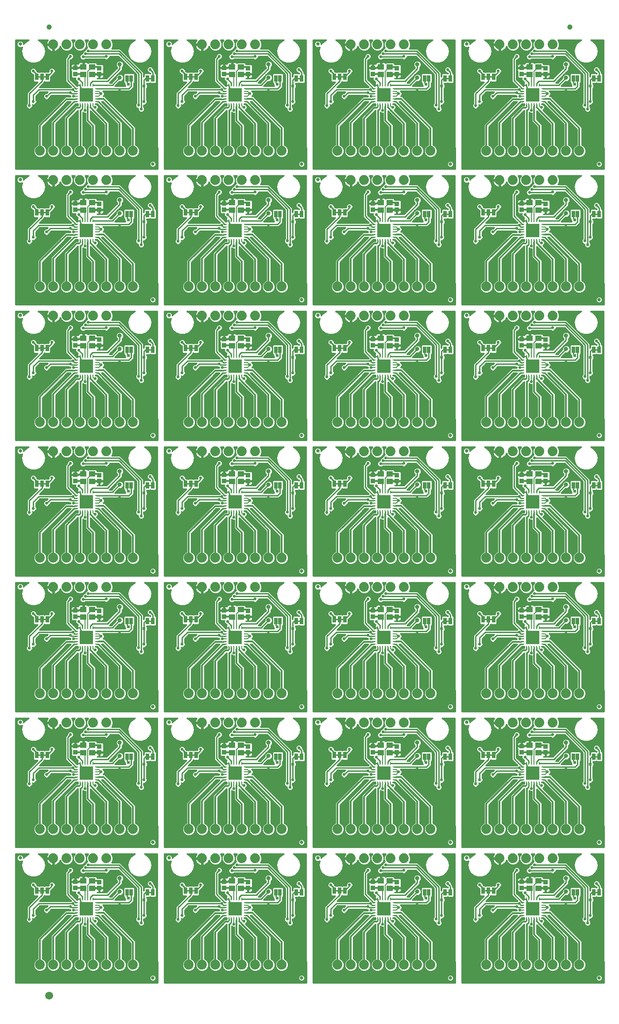
<source format=gtl>
G75*
%MOIN*%
%OFA0B0*%
%FSLAX25Y25*%
%IPPOS*%
%LPD*%
%AMOC8*
5,1,8,0,0,1.08239X$1,22.5*
%
%ADD10R,0.00984X0.02165*%
%ADD11R,0.02165X0.00984*%
%ADD12R,0.10236X0.10236*%
%ADD13C,0.07400*%
%ADD14C,0.02500*%
%ADD15C,0.01000*%
%ADD16R,0.02500X0.05000*%
%ADD17R,0.04724X0.04331*%
%ADD18R,0.03543X0.03346*%
%ADD19C,0.03200*%
%ADD20C,0.03937*%
%ADD21C,0.05906*%
%ADD22C,0.02200*%
%ADD23C,0.00800*%
%ADD24C,0.02400*%
%ADD25C,0.01400*%
D10*
X0093421Y0078467D03*
X0095389Y0078467D03*
X0097358Y0078467D03*
X0099326Y0078467D03*
X0101295Y0078467D03*
X0103263Y0078467D03*
X0103263Y0093230D03*
X0101295Y0093230D03*
X0099326Y0093230D03*
X0097358Y0093230D03*
X0095389Y0093230D03*
X0093421Y0093230D03*
X0093421Y0180467D03*
X0095389Y0180467D03*
X0097358Y0180467D03*
X0099326Y0180467D03*
X0101295Y0180467D03*
X0103263Y0180467D03*
X0103263Y0195230D03*
X0101295Y0195230D03*
X0099326Y0195230D03*
X0097358Y0195230D03*
X0095389Y0195230D03*
X0093421Y0195230D03*
X0093421Y0282467D03*
X0095389Y0282467D03*
X0097358Y0282467D03*
X0099326Y0282467D03*
X0101295Y0282467D03*
X0103263Y0282467D03*
X0103263Y0297230D03*
X0101295Y0297230D03*
X0099326Y0297230D03*
X0097358Y0297230D03*
X0095389Y0297230D03*
X0093421Y0297230D03*
X0093421Y0384467D03*
X0095389Y0384467D03*
X0097358Y0384467D03*
X0099326Y0384467D03*
X0101295Y0384467D03*
X0103263Y0384467D03*
X0103263Y0399230D03*
X0101295Y0399230D03*
X0099326Y0399230D03*
X0097358Y0399230D03*
X0095389Y0399230D03*
X0093421Y0399230D03*
X0093421Y0486467D03*
X0095389Y0486467D03*
X0097358Y0486467D03*
X0099326Y0486467D03*
X0101295Y0486467D03*
X0103263Y0486467D03*
X0103263Y0501230D03*
X0101295Y0501230D03*
X0099326Y0501230D03*
X0097358Y0501230D03*
X0095389Y0501230D03*
X0093421Y0501230D03*
X0093421Y0588467D03*
X0095389Y0588467D03*
X0097358Y0588467D03*
X0099326Y0588467D03*
X0101295Y0588467D03*
X0103263Y0588467D03*
X0103263Y0603230D03*
X0101295Y0603230D03*
X0099326Y0603230D03*
X0097358Y0603230D03*
X0095389Y0603230D03*
X0093421Y0603230D03*
X0093421Y0690467D03*
X0095389Y0690467D03*
X0097358Y0690467D03*
X0099326Y0690467D03*
X0101295Y0690467D03*
X0103263Y0690467D03*
X0103263Y0705230D03*
X0101295Y0705230D03*
X0099326Y0705230D03*
X0097358Y0705230D03*
X0095389Y0705230D03*
X0093421Y0705230D03*
X0205421Y0705230D03*
X0207389Y0705230D03*
X0209358Y0705230D03*
X0211326Y0705230D03*
X0213295Y0705230D03*
X0215263Y0705230D03*
X0215263Y0690467D03*
X0213295Y0690467D03*
X0211326Y0690467D03*
X0209358Y0690467D03*
X0207389Y0690467D03*
X0205421Y0690467D03*
X0205421Y0603230D03*
X0207389Y0603230D03*
X0209358Y0603230D03*
X0211326Y0603230D03*
X0213295Y0603230D03*
X0215263Y0603230D03*
X0215263Y0588467D03*
X0213295Y0588467D03*
X0211326Y0588467D03*
X0209358Y0588467D03*
X0207389Y0588467D03*
X0205421Y0588467D03*
X0205421Y0501230D03*
X0207389Y0501230D03*
X0209358Y0501230D03*
X0211326Y0501230D03*
X0213295Y0501230D03*
X0215263Y0501230D03*
X0215263Y0486467D03*
X0213295Y0486467D03*
X0211326Y0486467D03*
X0209358Y0486467D03*
X0207389Y0486467D03*
X0205421Y0486467D03*
X0205421Y0399230D03*
X0207389Y0399230D03*
X0209358Y0399230D03*
X0211326Y0399230D03*
X0213295Y0399230D03*
X0215263Y0399230D03*
X0215263Y0384467D03*
X0213295Y0384467D03*
X0211326Y0384467D03*
X0209358Y0384467D03*
X0207389Y0384467D03*
X0205421Y0384467D03*
X0205421Y0297230D03*
X0207389Y0297230D03*
X0209358Y0297230D03*
X0211326Y0297230D03*
X0213295Y0297230D03*
X0215263Y0297230D03*
X0215263Y0282467D03*
X0213295Y0282467D03*
X0211326Y0282467D03*
X0209358Y0282467D03*
X0207389Y0282467D03*
X0205421Y0282467D03*
X0205421Y0195230D03*
X0207389Y0195230D03*
X0209358Y0195230D03*
X0211326Y0195230D03*
X0213295Y0195230D03*
X0215263Y0195230D03*
X0215263Y0180467D03*
X0213295Y0180467D03*
X0211326Y0180467D03*
X0209358Y0180467D03*
X0207389Y0180467D03*
X0205421Y0180467D03*
X0205421Y0093230D03*
X0207389Y0093230D03*
X0209358Y0093230D03*
X0211326Y0093230D03*
X0213295Y0093230D03*
X0215263Y0093230D03*
X0215263Y0078467D03*
X0213295Y0078467D03*
X0211326Y0078467D03*
X0209358Y0078467D03*
X0207389Y0078467D03*
X0205421Y0078467D03*
X0317421Y0078467D03*
X0319389Y0078467D03*
X0321358Y0078467D03*
X0323326Y0078467D03*
X0325295Y0078467D03*
X0327263Y0078467D03*
X0327263Y0093230D03*
X0325295Y0093230D03*
X0323326Y0093230D03*
X0321358Y0093230D03*
X0319389Y0093230D03*
X0317421Y0093230D03*
X0317421Y0180467D03*
X0319389Y0180467D03*
X0321358Y0180467D03*
X0323326Y0180467D03*
X0325295Y0180467D03*
X0327263Y0180467D03*
X0327263Y0195230D03*
X0325295Y0195230D03*
X0323326Y0195230D03*
X0321358Y0195230D03*
X0319389Y0195230D03*
X0317421Y0195230D03*
X0317421Y0282467D03*
X0319389Y0282467D03*
X0321358Y0282467D03*
X0323326Y0282467D03*
X0325295Y0282467D03*
X0327263Y0282467D03*
X0327263Y0297230D03*
X0325295Y0297230D03*
X0323326Y0297230D03*
X0321358Y0297230D03*
X0319389Y0297230D03*
X0317421Y0297230D03*
X0317421Y0384467D03*
X0319389Y0384467D03*
X0321358Y0384467D03*
X0323326Y0384467D03*
X0325295Y0384467D03*
X0327263Y0384467D03*
X0327263Y0399230D03*
X0325295Y0399230D03*
X0323326Y0399230D03*
X0321358Y0399230D03*
X0319389Y0399230D03*
X0317421Y0399230D03*
X0317421Y0486467D03*
X0319389Y0486467D03*
X0321358Y0486467D03*
X0323326Y0486467D03*
X0325295Y0486467D03*
X0327263Y0486467D03*
X0327263Y0501230D03*
X0325295Y0501230D03*
X0323326Y0501230D03*
X0321358Y0501230D03*
X0319389Y0501230D03*
X0317421Y0501230D03*
X0317421Y0588467D03*
X0319389Y0588467D03*
X0321358Y0588467D03*
X0323326Y0588467D03*
X0325295Y0588467D03*
X0327263Y0588467D03*
X0327263Y0603230D03*
X0325295Y0603230D03*
X0323326Y0603230D03*
X0321358Y0603230D03*
X0319389Y0603230D03*
X0317421Y0603230D03*
X0317421Y0690467D03*
X0319389Y0690467D03*
X0321358Y0690467D03*
X0323326Y0690467D03*
X0325295Y0690467D03*
X0327263Y0690467D03*
X0327263Y0705230D03*
X0325295Y0705230D03*
X0323326Y0705230D03*
X0321358Y0705230D03*
X0319389Y0705230D03*
X0317421Y0705230D03*
X0429421Y0705230D03*
X0431389Y0705230D03*
X0433358Y0705230D03*
X0435326Y0705230D03*
X0437295Y0705230D03*
X0439263Y0705230D03*
X0439263Y0690467D03*
X0437295Y0690467D03*
X0435326Y0690467D03*
X0433358Y0690467D03*
X0431389Y0690467D03*
X0429421Y0690467D03*
X0429421Y0603230D03*
X0431389Y0603230D03*
X0433358Y0603230D03*
X0435326Y0603230D03*
X0437295Y0603230D03*
X0439263Y0603230D03*
X0439263Y0588467D03*
X0437295Y0588467D03*
X0435326Y0588467D03*
X0433358Y0588467D03*
X0431389Y0588467D03*
X0429421Y0588467D03*
X0429421Y0501230D03*
X0431389Y0501230D03*
X0433358Y0501230D03*
X0435326Y0501230D03*
X0437295Y0501230D03*
X0439263Y0501230D03*
X0439263Y0486467D03*
X0437295Y0486467D03*
X0435326Y0486467D03*
X0433358Y0486467D03*
X0431389Y0486467D03*
X0429421Y0486467D03*
X0429421Y0399230D03*
X0431389Y0399230D03*
X0433358Y0399230D03*
X0435326Y0399230D03*
X0437295Y0399230D03*
X0439263Y0399230D03*
X0439263Y0384467D03*
X0437295Y0384467D03*
X0435326Y0384467D03*
X0433358Y0384467D03*
X0431389Y0384467D03*
X0429421Y0384467D03*
X0429421Y0297230D03*
X0431389Y0297230D03*
X0433358Y0297230D03*
X0435326Y0297230D03*
X0437295Y0297230D03*
X0439263Y0297230D03*
X0439263Y0282467D03*
X0437295Y0282467D03*
X0435326Y0282467D03*
X0433358Y0282467D03*
X0431389Y0282467D03*
X0429421Y0282467D03*
X0429421Y0195230D03*
X0431389Y0195230D03*
X0433358Y0195230D03*
X0435326Y0195230D03*
X0437295Y0195230D03*
X0439263Y0195230D03*
X0439263Y0180467D03*
X0437295Y0180467D03*
X0435326Y0180467D03*
X0433358Y0180467D03*
X0431389Y0180467D03*
X0429421Y0180467D03*
X0429421Y0093230D03*
X0431389Y0093230D03*
X0433358Y0093230D03*
X0435326Y0093230D03*
X0437295Y0093230D03*
X0439263Y0093230D03*
X0439263Y0078467D03*
X0437295Y0078467D03*
X0435326Y0078467D03*
X0433358Y0078467D03*
X0431389Y0078467D03*
X0429421Y0078467D03*
D11*
X0427058Y0080829D03*
X0427058Y0082797D03*
X0427058Y0084766D03*
X0427058Y0086734D03*
X0427058Y0088703D03*
X0427058Y0090671D03*
X0441822Y0090671D03*
X0441822Y0088703D03*
X0441822Y0086734D03*
X0441822Y0084766D03*
X0441822Y0082797D03*
X0441822Y0080829D03*
X0441822Y0182829D03*
X0441822Y0184797D03*
X0441822Y0186766D03*
X0441822Y0188734D03*
X0441822Y0190703D03*
X0441822Y0192671D03*
X0427058Y0192671D03*
X0427058Y0190703D03*
X0427058Y0188734D03*
X0427058Y0186766D03*
X0427058Y0184797D03*
X0427058Y0182829D03*
X0427058Y0284829D03*
X0427058Y0286797D03*
X0427058Y0288766D03*
X0427058Y0290734D03*
X0427058Y0292703D03*
X0427058Y0294671D03*
X0441822Y0294671D03*
X0441822Y0292703D03*
X0441822Y0290734D03*
X0441822Y0288766D03*
X0441822Y0286797D03*
X0441822Y0284829D03*
X0441822Y0386829D03*
X0441822Y0388797D03*
X0441822Y0390766D03*
X0441822Y0392734D03*
X0441822Y0394703D03*
X0441822Y0396671D03*
X0427058Y0396671D03*
X0427058Y0394703D03*
X0427058Y0392734D03*
X0427058Y0390766D03*
X0427058Y0388797D03*
X0427058Y0386829D03*
X0427058Y0488829D03*
X0427058Y0490797D03*
X0427058Y0492766D03*
X0427058Y0494734D03*
X0427058Y0496703D03*
X0427058Y0498671D03*
X0441822Y0498671D03*
X0441822Y0496703D03*
X0441822Y0494734D03*
X0441822Y0492766D03*
X0441822Y0490797D03*
X0441822Y0488829D03*
X0441822Y0590829D03*
X0441822Y0592797D03*
X0441822Y0594766D03*
X0441822Y0596734D03*
X0441822Y0598703D03*
X0441822Y0600671D03*
X0427058Y0600671D03*
X0427058Y0598703D03*
X0427058Y0596734D03*
X0427058Y0594766D03*
X0427058Y0592797D03*
X0427058Y0590829D03*
X0427058Y0692829D03*
X0427058Y0694797D03*
X0427058Y0696766D03*
X0427058Y0698734D03*
X0427058Y0700703D03*
X0427058Y0702671D03*
X0441822Y0702671D03*
X0441822Y0700703D03*
X0441822Y0698734D03*
X0441822Y0696766D03*
X0441822Y0694797D03*
X0441822Y0692829D03*
X0329822Y0692829D03*
X0329822Y0694797D03*
X0329822Y0696766D03*
X0329822Y0698734D03*
X0329822Y0700703D03*
X0329822Y0702671D03*
X0315058Y0702671D03*
X0315058Y0700703D03*
X0315058Y0698734D03*
X0315058Y0696766D03*
X0315058Y0694797D03*
X0315058Y0692829D03*
X0315058Y0600671D03*
X0315058Y0598703D03*
X0315058Y0596734D03*
X0315058Y0594766D03*
X0315058Y0592797D03*
X0315058Y0590829D03*
X0329822Y0590829D03*
X0329822Y0592797D03*
X0329822Y0594766D03*
X0329822Y0596734D03*
X0329822Y0598703D03*
X0329822Y0600671D03*
X0329822Y0498671D03*
X0329822Y0496703D03*
X0329822Y0494734D03*
X0329822Y0492766D03*
X0329822Y0490797D03*
X0329822Y0488829D03*
X0315058Y0488829D03*
X0315058Y0490797D03*
X0315058Y0492766D03*
X0315058Y0494734D03*
X0315058Y0496703D03*
X0315058Y0498671D03*
X0315058Y0396671D03*
X0315058Y0394703D03*
X0315058Y0392734D03*
X0315058Y0390766D03*
X0315058Y0388797D03*
X0315058Y0386829D03*
X0329822Y0386829D03*
X0329822Y0388797D03*
X0329822Y0390766D03*
X0329822Y0392734D03*
X0329822Y0394703D03*
X0329822Y0396671D03*
X0329822Y0294671D03*
X0329822Y0292703D03*
X0329822Y0290734D03*
X0329822Y0288766D03*
X0329822Y0286797D03*
X0329822Y0284829D03*
X0315058Y0284829D03*
X0315058Y0286797D03*
X0315058Y0288766D03*
X0315058Y0290734D03*
X0315058Y0292703D03*
X0315058Y0294671D03*
X0315058Y0192671D03*
X0315058Y0190703D03*
X0315058Y0188734D03*
X0315058Y0186766D03*
X0315058Y0184797D03*
X0315058Y0182829D03*
X0329822Y0182829D03*
X0329822Y0184797D03*
X0329822Y0186766D03*
X0329822Y0188734D03*
X0329822Y0190703D03*
X0329822Y0192671D03*
X0329822Y0090671D03*
X0329822Y0088703D03*
X0329822Y0086734D03*
X0329822Y0084766D03*
X0329822Y0082797D03*
X0329822Y0080829D03*
X0315058Y0080829D03*
X0315058Y0082797D03*
X0315058Y0084766D03*
X0315058Y0086734D03*
X0315058Y0088703D03*
X0315058Y0090671D03*
X0217822Y0090671D03*
X0217822Y0088703D03*
X0217822Y0086734D03*
X0217822Y0084766D03*
X0217822Y0082797D03*
X0217822Y0080829D03*
X0203058Y0080829D03*
X0203058Y0082797D03*
X0203058Y0084766D03*
X0203058Y0086734D03*
X0203058Y0088703D03*
X0203058Y0090671D03*
X0203058Y0182829D03*
X0203058Y0184797D03*
X0203058Y0186766D03*
X0203058Y0188734D03*
X0203058Y0190703D03*
X0203058Y0192671D03*
X0217822Y0192671D03*
X0217822Y0190703D03*
X0217822Y0188734D03*
X0217822Y0186766D03*
X0217822Y0184797D03*
X0217822Y0182829D03*
X0217822Y0284829D03*
X0217822Y0286797D03*
X0217822Y0288766D03*
X0217822Y0290734D03*
X0217822Y0292703D03*
X0217822Y0294671D03*
X0203058Y0294671D03*
X0203058Y0292703D03*
X0203058Y0290734D03*
X0203058Y0288766D03*
X0203058Y0286797D03*
X0203058Y0284829D03*
X0203058Y0386829D03*
X0203058Y0388797D03*
X0203058Y0390766D03*
X0203058Y0392734D03*
X0203058Y0394703D03*
X0203058Y0396671D03*
X0217822Y0396671D03*
X0217822Y0394703D03*
X0217822Y0392734D03*
X0217822Y0390766D03*
X0217822Y0388797D03*
X0217822Y0386829D03*
X0217822Y0488829D03*
X0217822Y0490797D03*
X0217822Y0492766D03*
X0217822Y0494734D03*
X0217822Y0496703D03*
X0217822Y0498671D03*
X0203058Y0498671D03*
X0203058Y0496703D03*
X0203058Y0494734D03*
X0203058Y0492766D03*
X0203058Y0490797D03*
X0203058Y0488829D03*
X0203058Y0590829D03*
X0203058Y0592797D03*
X0203058Y0594766D03*
X0203058Y0596734D03*
X0203058Y0598703D03*
X0203058Y0600671D03*
X0217822Y0600671D03*
X0217822Y0598703D03*
X0217822Y0596734D03*
X0217822Y0594766D03*
X0217822Y0592797D03*
X0217822Y0590829D03*
X0217822Y0692829D03*
X0217822Y0694797D03*
X0217822Y0696766D03*
X0217822Y0698734D03*
X0217822Y0700703D03*
X0217822Y0702671D03*
X0203058Y0702671D03*
X0203058Y0700703D03*
X0203058Y0698734D03*
X0203058Y0696766D03*
X0203058Y0694797D03*
X0203058Y0692829D03*
X0105822Y0692829D03*
X0105822Y0694797D03*
X0105822Y0696766D03*
X0105822Y0698734D03*
X0105822Y0700703D03*
X0105822Y0702671D03*
X0091058Y0702671D03*
X0091058Y0700703D03*
X0091058Y0698734D03*
X0091058Y0696766D03*
X0091058Y0694797D03*
X0091058Y0692829D03*
X0091058Y0600671D03*
X0091058Y0598703D03*
X0091058Y0596734D03*
X0091058Y0594766D03*
X0091058Y0592797D03*
X0091058Y0590829D03*
X0105822Y0590829D03*
X0105822Y0592797D03*
X0105822Y0594766D03*
X0105822Y0596734D03*
X0105822Y0598703D03*
X0105822Y0600671D03*
X0105822Y0498671D03*
X0105822Y0496703D03*
X0105822Y0494734D03*
X0105822Y0492766D03*
X0105822Y0490797D03*
X0105822Y0488829D03*
X0091058Y0488829D03*
X0091058Y0490797D03*
X0091058Y0492766D03*
X0091058Y0494734D03*
X0091058Y0496703D03*
X0091058Y0498671D03*
X0091058Y0396671D03*
X0091058Y0394703D03*
X0091058Y0392734D03*
X0091058Y0390766D03*
X0091058Y0388797D03*
X0091058Y0386829D03*
X0105822Y0386829D03*
X0105822Y0388797D03*
X0105822Y0390766D03*
X0105822Y0392734D03*
X0105822Y0394703D03*
X0105822Y0396671D03*
X0105822Y0294671D03*
X0105822Y0292703D03*
X0105822Y0290734D03*
X0105822Y0288766D03*
X0105822Y0286797D03*
X0105822Y0284829D03*
X0091058Y0284829D03*
X0091058Y0286797D03*
X0091058Y0288766D03*
X0091058Y0290734D03*
X0091058Y0292703D03*
X0091058Y0294671D03*
X0091058Y0192671D03*
X0091058Y0190703D03*
X0091058Y0188734D03*
X0091058Y0186766D03*
X0091058Y0184797D03*
X0091058Y0182829D03*
X0105822Y0182829D03*
X0105822Y0184797D03*
X0105822Y0186766D03*
X0105822Y0188734D03*
X0105822Y0190703D03*
X0105822Y0192671D03*
X0105822Y0090671D03*
X0105822Y0088703D03*
X0105822Y0086734D03*
X0105822Y0084766D03*
X0105822Y0082797D03*
X0105822Y0080829D03*
X0091058Y0080829D03*
X0091058Y0082797D03*
X0091058Y0084766D03*
X0091058Y0086734D03*
X0091058Y0088703D03*
X0091058Y0090671D03*
D12*
X0098342Y0085750D03*
X0098342Y0187750D03*
X0098342Y0289750D03*
X0098342Y0391750D03*
X0098342Y0493750D03*
X0098342Y0595750D03*
X0098342Y0697750D03*
X0210342Y0697750D03*
X0210342Y0595750D03*
X0210342Y0493750D03*
X0210342Y0391750D03*
X0210342Y0289750D03*
X0210342Y0187750D03*
X0210342Y0085750D03*
X0322342Y0085750D03*
X0322342Y0187750D03*
X0322342Y0289750D03*
X0322342Y0391750D03*
X0322342Y0493750D03*
X0322342Y0595750D03*
X0322342Y0697750D03*
X0434342Y0697750D03*
X0434342Y0595750D03*
X0434342Y0493750D03*
X0434342Y0391750D03*
X0434342Y0289750D03*
X0434342Y0187750D03*
X0434342Y0085750D03*
D13*
X0439342Y0123750D03*
X0449342Y0123750D03*
X0449342Y0135750D03*
X0439342Y0135750D03*
X0439342Y0145750D03*
X0449342Y0145750D03*
X0459342Y0145750D03*
X0469342Y0145750D03*
X0469342Y0135750D03*
X0459342Y0135750D03*
X0429342Y0135750D03*
X0429342Y0123750D03*
X0419342Y0123750D03*
X0409342Y0123750D03*
X0409342Y0135750D03*
X0419342Y0135750D03*
X0419342Y0145750D03*
X0409342Y0145750D03*
X0399342Y0145750D03*
X0399342Y0135750D03*
X0429342Y0145750D03*
X0429342Y0225750D03*
X0439342Y0225750D03*
X0449342Y0225750D03*
X0449342Y0237750D03*
X0449342Y0247750D03*
X0439342Y0247750D03*
X0439342Y0237750D03*
X0429342Y0237750D03*
X0429342Y0247750D03*
X0419342Y0247750D03*
X0419342Y0237750D03*
X0409342Y0237750D03*
X0409342Y0247750D03*
X0399342Y0247750D03*
X0399342Y0237750D03*
X0409342Y0225750D03*
X0419342Y0225750D03*
X0459342Y0237750D03*
X0459342Y0247750D03*
X0469342Y0247750D03*
X0469342Y0237750D03*
X0449342Y0327750D03*
X0439342Y0327750D03*
X0439342Y0339750D03*
X0449342Y0339750D03*
X0459342Y0339750D03*
X0469342Y0339750D03*
X0469342Y0349750D03*
X0459342Y0349750D03*
X0449342Y0349750D03*
X0439342Y0349750D03*
X0429342Y0349750D03*
X0429342Y0339750D03*
X0429342Y0327750D03*
X0419342Y0327750D03*
X0409342Y0327750D03*
X0409342Y0339750D03*
X0419342Y0339750D03*
X0419342Y0349750D03*
X0409342Y0349750D03*
X0399342Y0349750D03*
X0399342Y0339750D03*
X0357342Y0339750D03*
X0357342Y0349750D03*
X0347342Y0349750D03*
X0347342Y0339750D03*
X0337342Y0339750D03*
X0327342Y0339750D03*
X0327342Y0327750D03*
X0337342Y0327750D03*
X0317342Y0327750D03*
X0317342Y0339750D03*
X0317342Y0349750D03*
X0327342Y0349750D03*
X0337342Y0349750D03*
X0307342Y0349750D03*
X0297342Y0349750D03*
X0297342Y0339750D03*
X0307342Y0339750D03*
X0307342Y0327750D03*
X0297342Y0327750D03*
X0287342Y0339750D03*
X0287342Y0349750D03*
X0245342Y0349750D03*
X0245342Y0339750D03*
X0235342Y0339750D03*
X0225342Y0339750D03*
X0225342Y0327750D03*
X0215342Y0327750D03*
X0215342Y0339750D03*
X0215342Y0349750D03*
X0225342Y0349750D03*
X0235342Y0349750D03*
X0205342Y0349750D03*
X0205342Y0339750D03*
X0205342Y0327750D03*
X0195342Y0327750D03*
X0185342Y0327750D03*
X0185342Y0339750D03*
X0195342Y0339750D03*
X0195342Y0349750D03*
X0185342Y0349750D03*
X0175342Y0349750D03*
X0175342Y0339750D03*
X0133342Y0339750D03*
X0133342Y0349750D03*
X0123342Y0349750D03*
X0113342Y0349750D03*
X0113342Y0339750D03*
X0123342Y0339750D03*
X0113342Y0327750D03*
X0103342Y0327750D03*
X0103342Y0339750D03*
X0103342Y0349750D03*
X0093342Y0349750D03*
X0083342Y0349750D03*
X0083342Y0339750D03*
X0093342Y0339750D03*
X0093342Y0327750D03*
X0083342Y0327750D03*
X0073342Y0327750D03*
X0073342Y0339750D03*
X0073342Y0349750D03*
X0063342Y0349750D03*
X0063342Y0339750D03*
X0063342Y0247750D03*
X0063342Y0237750D03*
X0073342Y0237750D03*
X0073342Y0247750D03*
X0083342Y0247750D03*
X0093342Y0247750D03*
X0093342Y0237750D03*
X0083342Y0237750D03*
X0083342Y0225750D03*
X0093342Y0225750D03*
X0103342Y0225750D03*
X0113342Y0225750D03*
X0113342Y0237750D03*
X0123342Y0237750D03*
X0123342Y0247750D03*
X0113342Y0247750D03*
X0103342Y0247750D03*
X0103342Y0237750D03*
X0133342Y0237750D03*
X0133342Y0247750D03*
X0175342Y0247750D03*
X0175342Y0237750D03*
X0185342Y0237750D03*
X0195342Y0237750D03*
X0195342Y0247750D03*
X0185342Y0247750D03*
X0205342Y0247750D03*
X0205342Y0237750D03*
X0215342Y0237750D03*
X0215342Y0247750D03*
X0225342Y0247750D03*
X0235342Y0247750D03*
X0235342Y0237750D03*
X0225342Y0237750D03*
X0225342Y0225750D03*
X0215342Y0225750D03*
X0205342Y0225750D03*
X0195342Y0225750D03*
X0185342Y0225750D03*
X0185342Y0145750D03*
X0195342Y0145750D03*
X0205342Y0145750D03*
X0215342Y0145750D03*
X0225342Y0145750D03*
X0235342Y0145750D03*
X0245342Y0145750D03*
X0245342Y0135750D03*
X0235342Y0135750D03*
X0225342Y0135750D03*
X0225342Y0123750D03*
X0215342Y0123750D03*
X0215342Y0135750D03*
X0205342Y0135750D03*
X0205342Y0123750D03*
X0195342Y0123750D03*
X0185342Y0123750D03*
X0185342Y0135750D03*
X0195342Y0135750D03*
X0175342Y0135750D03*
X0175342Y0145750D03*
X0133342Y0145750D03*
X0133342Y0135750D03*
X0123342Y0135750D03*
X0113342Y0135750D03*
X0113342Y0123750D03*
X0103342Y0123750D03*
X0103342Y0135750D03*
X0103342Y0145750D03*
X0113342Y0145750D03*
X0123342Y0145750D03*
X0093342Y0145750D03*
X0083342Y0145750D03*
X0083342Y0135750D03*
X0093342Y0135750D03*
X0093342Y0123750D03*
X0083342Y0123750D03*
X0073342Y0123750D03*
X0073342Y0135750D03*
X0073342Y0145750D03*
X0063342Y0145750D03*
X0063342Y0135750D03*
X0073342Y0225750D03*
X0073342Y0043750D03*
X0073342Y0033750D03*
X0083342Y0033750D03*
X0093342Y0033750D03*
X0093342Y0043750D03*
X0083342Y0043750D03*
X0103342Y0043750D03*
X0103342Y0033750D03*
X0113342Y0033750D03*
X0123342Y0033750D03*
X0123342Y0043750D03*
X0113342Y0043750D03*
X0133342Y0043750D03*
X0133342Y0033750D03*
X0175342Y0033750D03*
X0175342Y0043750D03*
X0185342Y0043750D03*
X0195342Y0043750D03*
X0195342Y0033750D03*
X0185342Y0033750D03*
X0205342Y0033750D03*
X0205342Y0043750D03*
X0215342Y0043750D03*
X0215342Y0033750D03*
X0225342Y0033750D03*
X0235342Y0033750D03*
X0235342Y0043750D03*
X0225342Y0043750D03*
X0245342Y0043750D03*
X0245342Y0033750D03*
X0287342Y0033750D03*
X0287342Y0043750D03*
X0297342Y0043750D03*
X0307342Y0043750D03*
X0307342Y0033750D03*
X0297342Y0033750D03*
X0317342Y0033750D03*
X0317342Y0043750D03*
X0327342Y0043750D03*
X0337342Y0043750D03*
X0337342Y0033750D03*
X0327342Y0033750D03*
X0347342Y0033750D03*
X0347342Y0043750D03*
X0357342Y0043750D03*
X0357342Y0033750D03*
X0399342Y0033750D03*
X0399342Y0043750D03*
X0409342Y0043750D03*
X0419342Y0043750D03*
X0419342Y0033750D03*
X0409342Y0033750D03*
X0429342Y0033750D03*
X0429342Y0043750D03*
X0439342Y0043750D03*
X0449342Y0043750D03*
X0449342Y0033750D03*
X0439342Y0033750D03*
X0459342Y0033750D03*
X0459342Y0043750D03*
X0469342Y0043750D03*
X0469342Y0033750D03*
X0357342Y0135750D03*
X0357342Y0145750D03*
X0347342Y0145750D03*
X0347342Y0135750D03*
X0337342Y0135750D03*
X0327342Y0135750D03*
X0327342Y0123750D03*
X0337342Y0123750D03*
X0317342Y0123750D03*
X0317342Y0135750D03*
X0317342Y0145750D03*
X0327342Y0145750D03*
X0337342Y0145750D03*
X0307342Y0145750D03*
X0297342Y0145750D03*
X0297342Y0135750D03*
X0307342Y0135750D03*
X0307342Y0123750D03*
X0297342Y0123750D03*
X0287342Y0135750D03*
X0287342Y0145750D03*
X0297342Y0225750D03*
X0307342Y0225750D03*
X0317342Y0225750D03*
X0327342Y0225750D03*
X0337342Y0225750D03*
X0337342Y0237750D03*
X0337342Y0247750D03*
X0327342Y0247750D03*
X0327342Y0237750D03*
X0317342Y0237750D03*
X0317342Y0247750D03*
X0307342Y0247750D03*
X0307342Y0237750D03*
X0297342Y0237750D03*
X0297342Y0247750D03*
X0287342Y0247750D03*
X0287342Y0237750D03*
X0245342Y0237750D03*
X0245342Y0247750D03*
X0347342Y0247750D03*
X0347342Y0237750D03*
X0357342Y0237750D03*
X0357342Y0247750D03*
X0337342Y0429750D03*
X0327342Y0429750D03*
X0327342Y0441750D03*
X0337342Y0441750D03*
X0337342Y0451750D03*
X0327342Y0451750D03*
X0317342Y0451750D03*
X0317342Y0441750D03*
X0317342Y0429750D03*
X0307342Y0429750D03*
X0297342Y0429750D03*
X0297342Y0441750D03*
X0307342Y0441750D03*
X0307342Y0451750D03*
X0297342Y0451750D03*
X0287342Y0451750D03*
X0287342Y0441750D03*
X0245342Y0441750D03*
X0245342Y0451750D03*
X0235342Y0451750D03*
X0235342Y0441750D03*
X0225342Y0441750D03*
X0225342Y0451750D03*
X0215342Y0451750D03*
X0215342Y0441750D03*
X0215342Y0429750D03*
X0225342Y0429750D03*
X0205342Y0429750D03*
X0205342Y0441750D03*
X0205342Y0451750D03*
X0195342Y0451750D03*
X0195342Y0441750D03*
X0185342Y0441750D03*
X0185342Y0451750D03*
X0175342Y0451750D03*
X0175342Y0441750D03*
X0185342Y0429750D03*
X0195342Y0429750D03*
X0133342Y0441750D03*
X0133342Y0451750D03*
X0123342Y0451750D03*
X0123342Y0441750D03*
X0113342Y0441750D03*
X0113342Y0451750D03*
X0103342Y0451750D03*
X0103342Y0441750D03*
X0103342Y0429750D03*
X0113342Y0429750D03*
X0093342Y0429750D03*
X0083342Y0429750D03*
X0083342Y0441750D03*
X0093342Y0441750D03*
X0093342Y0451750D03*
X0083342Y0451750D03*
X0073342Y0451750D03*
X0073342Y0441750D03*
X0073342Y0429750D03*
X0063342Y0441750D03*
X0063342Y0451750D03*
X0073342Y0531750D03*
X0083342Y0531750D03*
X0093342Y0531750D03*
X0103342Y0531750D03*
X0113342Y0531750D03*
X0113342Y0543750D03*
X0123342Y0543750D03*
X0123342Y0553750D03*
X0113342Y0553750D03*
X0103342Y0553750D03*
X0103342Y0543750D03*
X0093342Y0543750D03*
X0093342Y0553750D03*
X0083342Y0553750D03*
X0083342Y0543750D03*
X0073342Y0543750D03*
X0073342Y0553750D03*
X0063342Y0553750D03*
X0063342Y0543750D03*
X0073342Y0633750D03*
X0073342Y0645750D03*
X0083342Y0645750D03*
X0093342Y0645750D03*
X0093342Y0633750D03*
X0083342Y0633750D03*
X0103342Y0633750D03*
X0103342Y0645750D03*
X0113342Y0645750D03*
X0123342Y0645750D03*
X0113342Y0633750D03*
X0113342Y0655750D03*
X0123342Y0655750D03*
X0133342Y0655750D03*
X0133342Y0645750D03*
X0103342Y0655750D03*
X0093342Y0655750D03*
X0083342Y0655750D03*
X0073342Y0655750D03*
X0063342Y0655750D03*
X0063342Y0645750D03*
X0073342Y0735750D03*
X0083342Y0735750D03*
X0093342Y0735750D03*
X0103342Y0735750D03*
X0113342Y0735750D03*
X0175342Y0655750D03*
X0185342Y0655750D03*
X0195342Y0655750D03*
X0205342Y0655750D03*
X0215342Y0655750D03*
X0225342Y0655750D03*
X0235342Y0655750D03*
X0245342Y0655750D03*
X0245342Y0645750D03*
X0235342Y0645750D03*
X0225342Y0645750D03*
X0225342Y0633750D03*
X0215342Y0633750D03*
X0215342Y0645750D03*
X0205342Y0645750D03*
X0205342Y0633750D03*
X0195342Y0633750D03*
X0185342Y0633750D03*
X0185342Y0645750D03*
X0195342Y0645750D03*
X0175342Y0645750D03*
X0185342Y0735750D03*
X0195342Y0735750D03*
X0205342Y0735750D03*
X0215342Y0735750D03*
X0225342Y0735750D03*
X0287342Y0655750D03*
X0297342Y0655750D03*
X0307342Y0655750D03*
X0317342Y0655750D03*
X0327342Y0655750D03*
X0337342Y0655750D03*
X0347342Y0655750D03*
X0357342Y0655750D03*
X0357342Y0645750D03*
X0347342Y0645750D03*
X0337342Y0645750D03*
X0327342Y0645750D03*
X0327342Y0633750D03*
X0337342Y0633750D03*
X0317342Y0633750D03*
X0317342Y0645750D03*
X0307342Y0645750D03*
X0297342Y0645750D03*
X0297342Y0633750D03*
X0307342Y0633750D03*
X0287342Y0645750D03*
X0297342Y0735750D03*
X0307342Y0735750D03*
X0317342Y0735750D03*
X0327342Y0735750D03*
X0337342Y0735750D03*
X0399342Y0655750D03*
X0409342Y0655750D03*
X0419342Y0655750D03*
X0429342Y0655750D03*
X0439342Y0655750D03*
X0449342Y0655750D03*
X0459342Y0655750D03*
X0469342Y0655750D03*
X0469342Y0645750D03*
X0459342Y0645750D03*
X0449342Y0645750D03*
X0439342Y0645750D03*
X0439342Y0633750D03*
X0449342Y0633750D03*
X0429342Y0633750D03*
X0429342Y0645750D03*
X0419342Y0645750D03*
X0409342Y0645750D03*
X0409342Y0633750D03*
X0419342Y0633750D03*
X0399342Y0645750D03*
X0409342Y0735750D03*
X0419342Y0735750D03*
X0429342Y0735750D03*
X0439342Y0735750D03*
X0449342Y0735750D03*
X0449342Y0553750D03*
X0449342Y0543750D03*
X0439342Y0543750D03*
X0439342Y0553750D03*
X0429342Y0553750D03*
X0429342Y0543750D03*
X0419342Y0543750D03*
X0419342Y0553750D03*
X0409342Y0553750D03*
X0409342Y0543750D03*
X0399342Y0543750D03*
X0399342Y0553750D03*
X0409342Y0531750D03*
X0419342Y0531750D03*
X0429342Y0531750D03*
X0439342Y0531750D03*
X0449342Y0531750D03*
X0459342Y0543750D03*
X0459342Y0553750D03*
X0469342Y0553750D03*
X0469342Y0543750D03*
X0469342Y0451750D03*
X0469342Y0441750D03*
X0459342Y0441750D03*
X0459342Y0451750D03*
X0449342Y0451750D03*
X0449342Y0441750D03*
X0439342Y0441750D03*
X0439342Y0451750D03*
X0429342Y0451750D03*
X0429342Y0441750D03*
X0429342Y0429750D03*
X0439342Y0429750D03*
X0449342Y0429750D03*
X0419342Y0429750D03*
X0409342Y0429750D03*
X0409342Y0441750D03*
X0419342Y0441750D03*
X0419342Y0451750D03*
X0409342Y0451750D03*
X0399342Y0451750D03*
X0399342Y0441750D03*
X0357342Y0441750D03*
X0357342Y0451750D03*
X0347342Y0451750D03*
X0347342Y0441750D03*
X0337342Y0531750D03*
X0327342Y0531750D03*
X0317342Y0531750D03*
X0307342Y0531750D03*
X0297342Y0531750D03*
X0297342Y0543750D03*
X0307342Y0543750D03*
X0307342Y0553750D03*
X0297342Y0553750D03*
X0287342Y0553750D03*
X0287342Y0543750D03*
X0317342Y0543750D03*
X0317342Y0553750D03*
X0327342Y0553750D03*
X0337342Y0553750D03*
X0337342Y0543750D03*
X0327342Y0543750D03*
X0347342Y0543750D03*
X0347342Y0553750D03*
X0357342Y0553750D03*
X0357342Y0543750D03*
X0245342Y0543750D03*
X0245342Y0553750D03*
X0235342Y0553750D03*
X0235342Y0543750D03*
X0225342Y0543750D03*
X0225342Y0553750D03*
X0215342Y0553750D03*
X0215342Y0543750D03*
X0205342Y0543750D03*
X0205342Y0553750D03*
X0195342Y0553750D03*
X0195342Y0543750D03*
X0185342Y0543750D03*
X0185342Y0553750D03*
X0175342Y0553750D03*
X0175342Y0543750D03*
X0185342Y0531750D03*
X0195342Y0531750D03*
X0205342Y0531750D03*
X0215342Y0531750D03*
X0225342Y0531750D03*
X0133342Y0543750D03*
X0133342Y0553750D03*
X0063342Y0043750D03*
X0063342Y0033750D03*
D14*
X0048442Y0124050D03*
X0048442Y0226050D03*
X0048442Y0328050D03*
X0048442Y0430050D03*
X0048442Y0532050D03*
X0048442Y0634050D03*
X0048442Y0736050D03*
X0148342Y0645750D03*
X0160442Y0634050D03*
X0148342Y0543750D03*
X0160442Y0532050D03*
X0148342Y0441750D03*
X0160442Y0430050D03*
X0148342Y0339750D03*
X0160442Y0328050D03*
X0148342Y0237750D03*
X0160442Y0226050D03*
X0148342Y0135750D03*
X0160442Y0124050D03*
X0148342Y0033750D03*
X0260342Y0033750D03*
X0272442Y0124050D03*
X0260342Y0135750D03*
X0272442Y0226050D03*
X0260342Y0237750D03*
X0272442Y0328050D03*
X0260342Y0339750D03*
X0272442Y0430050D03*
X0260342Y0441750D03*
X0272442Y0532050D03*
X0260342Y0543750D03*
X0272442Y0634050D03*
X0260342Y0645750D03*
X0272442Y0736050D03*
X0372342Y0645750D03*
X0384442Y0634050D03*
X0372342Y0543750D03*
X0384442Y0532050D03*
X0372342Y0441750D03*
X0384442Y0430050D03*
X0372342Y0339750D03*
X0384442Y0328050D03*
X0372342Y0237750D03*
X0384442Y0226050D03*
X0372342Y0135750D03*
X0384442Y0124050D03*
X0372342Y0033750D03*
X0484342Y0033750D03*
X0484342Y0135750D03*
X0484342Y0237750D03*
X0484342Y0339750D03*
X0484342Y0441750D03*
X0484342Y0543750D03*
X0484342Y0645750D03*
X0384442Y0736050D03*
X0160442Y0736050D03*
D15*
X0044842Y0047250D02*
X0044842Y0030250D01*
X0151842Y0030250D01*
X0151842Y0046250D01*
X0113542Y0084550D01*
X0112087Y0084550D01*
X0118587Y0078050D01*
X0135142Y0061496D01*
X0135142Y0048200D01*
X0136061Y0047819D01*
X0137411Y0046469D01*
X0138142Y0044705D01*
X0138142Y0042795D01*
X0137411Y0041031D01*
X0136061Y0039681D01*
X0134297Y0038950D01*
X0132387Y0038950D01*
X0130623Y0039681D01*
X0129273Y0041031D01*
X0128542Y0042795D01*
X0128542Y0044705D01*
X0129273Y0046469D01*
X0130623Y0047819D01*
X0131542Y0048200D01*
X0131542Y0060004D01*
X0116042Y0075504D01*
X0110549Y0080997D01*
X0109440Y0080997D01*
X0125142Y0065296D01*
X0125142Y0048200D01*
X0126061Y0047819D01*
X0127411Y0046469D01*
X0128142Y0044705D01*
X0128142Y0042795D01*
X0127411Y0041031D01*
X0126061Y0039681D01*
X0124297Y0038950D01*
X0122387Y0038950D01*
X0120623Y0039681D01*
X0119273Y0041031D01*
X0118542Y0042795D01*
X0118542Y0044705D01*
X0119273Y0046469D01*
X0120623Y0047819D01*
X0121542Y0048200D01*
X0121542Y0063804D01*
X0106117Y0079229D01*
X0105159Y0079229D01*
X0105152Y0079237D01*
X0104855Y0079237D01*
X0104855Y0078850D01*
X0105953Y0078850D01*
X0107242Y0077561D01*
X0107242Y0075739D01*
X0105953Y0074450D01*
X0105787Y0074450D01*
X0115142Y0065096D01*
X0115142Y0048200D01*
X0116061Y0047819D01*
X0117411Y0046469D01*
X0118142Y0044705D01*
X0118142Y0042795D01*
X0117411Y0041031D01*
X0116061Y0039681D01*
X0114297Y0038950D01*
X0112387Y0038950D01*
X0110623Y0039681D01*
X0109273Y0041031D01*
X0108542Y0042795D01*
X0108542Y0044705D01*
X0109273Y0046469D01*
X0110623Y0047819D01*
X0111542Y0048200D01*
X0111542Y0063604D01*
X0101142Y0074004D01*
X0101142Y0067396D01*
X0104087Y0064450D01*
X0105142Y0063396D01*
X0105142Y0048200D01*
X0106061Y0047819D01*
X0107411Y0046469D01*
X0108142Y0044705D01*
X0108142Y0042795D01*
X0107411Y0041031D01*
X0106061Y0039681D01*
X0104297Y0038950D01*
X0102387Y0038950D01*
X0100623Y0039681D01*
X0099273Y0041031D01*
X0098542Y0042795D01*
X0098542Y0044705D01*
X0099273Y0046469D01*
X0100623Y0047819D01*
X0101542Y0048200D01*
X0101542Y0061904D01*
X0097542Y0065904D01*
X0097542Y0072150D01*
X0096231Y0072150D01*
X0095542Y0072839D01*
X0095542Y0048034D01*
X0096061Y0047819D01*
X0097411Y0046469D01*
X0098142Y0044705D01*
X0098142Y0042795D01*
X0097411Y0041031D01*
X0096061Y0039681D01*
X0094297Y0038950D01*
X0092387Y0038950D01*
X0090623Y0039681D01*
X0089273Y0041031D01*
X0088542Y0042795D01*
X0088542Y0044705D01*
X0089273Y0046469D01*
X0090623Y0047819D01*
X0091942Y0048366D01*
X0091942Y0074250D01*
X0091787Y0074250D01*
X0085142Y0067604D01*
X0085142Y0048200D01*
X0086061Y0047819D01*
X0087411Y0046469D01*
X0088142Y0044705D01*
X0088142Y0042795D01*
X0087411Y0041031D01*
X0086061Y0039681D01*
X0084297Y0038950D01*
X0082387Y0038950D01*
X0080623Y0039681D01*
X0079273Y0041031D01*
X0078542Y0042795D01*
X0078542Y0044705D01*
X0079273Y0046469D01*
X0080623Y0047819D01*
X0081542Y0048200D01*
X0081542Y0069096D01*
X0082596Y0070150D01*
X0089242Y0076796D01*
X0090296Y0077850D01*
X0091821Y0077850D01*
X0091821Y0079129D01*
X0091828Y0079137D01*
X0091828Y0079237D01*
X0091729Y0079237D01*
X0091721Y0079229D01*
X0090104Y0079229D01*
X0075142Y0064267D01*
X0075142Y0048200D01*
X0076061Y0047819D01*
X0077411Y0046469D01*
X0078142Y0044705D01*
X0078142Y0042795D01*
X0077411Y0041031D01*
X0076061Y0039681D01*
X0074297Y0038950D01*
X0072387Y0038950D01*
X0070623Y0039681D01*
X0069273Y0041031D01*
X0068542Y0042795D01*
X0068542Y0044705D01*
X0069273Y0046469D01*
X0070623Y0047819D01*
X0071542Y0048200D01*
X0071542Y0065758D01*
X0086581Y0080797D01*
X0083935Y0080797D01*
X0065142Y0062004D01*
X0065142Y0048200D01*
X0066061Y0047819D01*
X0067411Y0046469D01*
X0068142Y0044705D01*
X0068142Y0042795D01*
X0067411Y0041031D01*
X0066061Y0039681D01*
X0064297Y0038950D01*
X0062387Y0038950D01*
X0060623Y0039681D01*
X0059273Y0041031D01*
X0058542Y0042795D01*
X0058542Y0044705D01*
X0059273Y0046469D01*
X0060623Y0047819D01*
X0061542Y0048200D01*
X0061542Y0063496D01*
X0081389Y0083343D01*
X0082443Y0084397D01*
X0086342Y0084397D01*
X0086342Y0084950D01*
X0082542Y0084950D01*
X0044842Y0047250D01*
X0045042Y0047722D02*
X0060242Y0047722D01*
X0060525Y0047722D02*
X0045314Y0047722D01*
X0045042Y0048720D02*
X0061342Y0048720D01*
X0061542Y0048720D02*
X0046312Y0048720D01*
X0047311Y0049719D02*
X0061542Y0049719D01*
X0061342Y0049719D02*
X0045042Y0049719D01*
X0045042Y0050717D02*
X0061342Y0050717D01*
X0061542Y0050717D02*
X0048309Y0050717D01*
X0049308Y0051716D02*
X0061542Y0051716D01*
X0061342Y0051716D02*
X0045042Y0051716D01*
X0045042Y0052714D02*
X0061342Y0052714D01*
X0061542Y0052714D02*
X0050306Y0052714D01*
X0051305Y0053713D02*
X0061542Y0053713D01*
X0061342Y0053713D02*
X0045042Y0053713D01*
X0045042Y0054711D02*
X0061342Y0054711D01*
X0061542Y0054711D02*
X0052303Y0054711D01*
X0053302Y0055710D02*
X0061542Y0055710D01*
X0061342Y0055710D02*
X0045042Y0055710D01*
X0045042Y0056708D02*
X0061342Y0056708D01*
X0061542Y0056708D02*
X0054300Y0056708D01*
X0055299Y0057707D02*
X0061542Y0057707D01*
X0061342Y0057707D02*
X0045042Y0057707D01*
X0045042Y0058705D02*
X0061342Y0058705D01*
X0061542Y0058705D02*
X0056297Y0058705D01*
X0057296Y0059704D02*
X0061542Y0059704D01*
X0061342Y0059704D02*
X0045042Y0059704D01*
X0045042Y0060702D02*
X0061342Y0060702D01*
X0061542Y0060702D02*
X0058294Y0060702D01*
X0059293Y0061701D02*
X0061542Y0061701D01*
X0061342Y0061701D02*
X0045042Y0061701D01*
X0045042Y0062699D02*
X0061342Y0062699D01*
X0061542Y0062699D02*
X0060291Y0062699D01*
X0061342Y0063578D02*
X0061342Y0048334D01*
X0060510Y0047989D01*
X0059103Y0046582D01*
X0058342Y0044745D01*
X0058342Y0042755D01*
X0059103Y0040918D01*
X0060510Y0039511D01*
X0062160Y0038828D01*
X0062124Y0038822D01*
X0061346Y0038569D01*
X0060616Y0038197D01*
X0059954Y0037716D01*
X0059375Y0037138D01*
X0058894Y0036475D01*
X0058523Y0035746D01*
X0058270Y0034968D01*
X0058156Y0034250D01*
X0062842Y0034250D01*
X0062842Y0033250D01*
X0058156Y0033250D01*
X0058270Y0032532D01*
X0058523Y0031754D01*
X0058894Y0031025D01*
X0059312Y0030450D01*
X0045042Y0030450D01*
X0045042Y0127050D01*
X0054832Y0127050D01*
X0053772Y0126664D01*
X0051341Y0124624D01*
X0050992Y0124019D01*
X0050992Y0124557D01*
X0050604Y0125494D01*
X0049886Y0126212D01*
X0048949Y0126600D01*
X0047935Y0126600D01*
X0046997Y0126212D01*
X0046280Y0125494D01*
X0045892Y0124557D01*
X0045892Y0123543D01*
X0046280Y0122606D01*
X0046997Y0121888D01*
X0047935Y0121500D01*
X0048949Y0121500D01*
X0049746Y0121830D01*
X0049203Y0118750D01*
X0049754Y0115624D01*
X0051341Y0112876D01*
X0051341Y0112876D01*
X0053772Y0110836D01*
X0056755Y0109750D01*
X0059929Y0109750D01*
X0062911Y0110836D01*
X0062911Y0110836D01*
X0065343Y0112876D01*
X0066929Y0115624D01*
X0066929Y0115624D01*
X0067481Y0118750D01*
X0066929Y0121876D01*
X0065343Y0124624D01*
X0065343Y0124624D01*
X0062911Y0126664D01*
X0061852Y0127050D01*
X0069312Y0127050D01*
X0068894Y0126475D01*
X0068523Y0125746D01*
X0068270Y0124968D01*
X0068156Y0124250D01*
X0072842Y0124250D01*
X0072842Y0123250D01*
X0073842Y0123250D01*
X0073842Y0118564D01*
X0074559Y0118678D01*
X0075338Y0118931D01*
X0076067Y0119303D01*
X0076729Y0119784D01*
X0077308Y0120362D01*
X0077789Y0121025D01*
X0078161Y0121754D01*
X0078414Y0122532D01*
X0078419Y0122568D01*
X0079103Y0120918D01*
X0080510Y0119511D01*
X0082347Y0118750D01*
X0084336Y0118750D01*
X0086174Y0119511D01*
X0087581Y0120918D01*
X0088342Y0122755D01*
X0089103Y0120918D01*
X0090510Y0119511D01*
X0092347Y0118750D01*
X0094336Y0118750D01*
X0096174Y0119511D01*
X0097581Y0120918D01*
X0098342Y0122755D01*
X0099015Y0121130D01*
X0098182Y0120785D01*
X0097507Y0120109D01*
X0097142Y0119227D01*
X0097142Y0119141D01*
X0096282Y0118785D01*
X0095607Y0118109D01*
X0095242Y0117227D01*
X0095242Y0116941D01*
X0094382Y0116585D01*
X0093707Y0115909D01*
X0093342Y0115027D01*
X0093342Y0114073D01*
X0093707Y0113191D01*
X0094382Y0112515D01*
X0095264Y0112150D01*
X0096219Y0112150D01*
X0097101Y0112515D01*
X0097436Y0112850D01*
X0111848Y0112850D01*
X0111982Y0112715D01*
X0112864Y0112350D01*
X0113819Y0112350D01*
X0114701Y0112715D01*
X0115376Y0113391D01*
X0115742Y0114273D01*
X0115742Y0114950D01*
X0122090Y0114950D01*
X0135842Y0101199D01*
X0135842Y0079644D01*
X0135607Y0079409D01*
X0135242Y0078527D01*
X0135242Y0077573D01*
X0135607Y0076691D01*
X0136282Y0076015D01*
X0137142Y0075659D01*
X0137142Y0074773D01*
X0137507Y0073891D01*
X0138182Y0073215D01*
X0139064Y0072850D01*
X0140019Y0072850D01*
X0140901Y0073215D01*
X0141576Y0073891D01*
X0141942Y0074773D01*
X0141942Y0075727D01*
X0141576Y0076609D01*
X0141342Y0076844D01*
X0141342Y0078350D01*
X0142119Y0078350D01*
X0143001Y0078715D01*
X0143676Y0079391D01*
X0144042Y0080273D01*
X0144042Y0081227D01*
X0143676Y0082109D01*
X0143442Y0082344D01*
X0143442Y0090714D01*
X0143761Y0091034D01*
X0144142Y0091953D01*
X0144142Y0092947D01*
X0143761Y0093866D01*
X0143442Y0094186D01*
X0143442Y0094550D01*
X0146030Y0094550D01*
X0146242Y0094762D01*
X0146453Y0094550D01*
X0150030Y0094550D01*
X0150792Y0095312D01*
X0150792Y0101388D01*
X0150042Y0102138D01*
X0150042Y0103596D01*
X0148987Y0104650D01*
X0148742Y0104896D01*
X0148742Y0105227D01*
X0148376Y0106109D01*
X0147701Y0106785D01*
X0146819Y0107150D01*
X0145864Y0107150D01*
X0144982Y0106785D01*
X0144307Y0106109D01*
X0143942Y0105227D01*
X0143942Y0104273D01*
X0144307Y0103391D01*
X0144982Y0102715D01*
X0145864Y0102350D01*
X0146196Y0102350D01*
X0146425Y0102121D01*
X0146242Y0101938D01*
X0146030Y0102150D01*
X0142453Y0102150D01*
X0141692Y0101388D01*
X0141692Y0099846D01*
X0141342Y0099496D01*
X0141342Y0102796D01*
X0124642Y0119496D01*
X0123587Y0120550D01*
X0117213Y0120550D01*
X0117581Y0120918D01*
X0118342Y0122755D01*
X0118342Y0124745D01*
X0117581Y0126582D01*
X0117113Y0127050D01*
X0134832Y0127050D01*
X0133772Y0126664D01*
X0131341Y0124624D01*
X0129754Y0121876D01*
X0129754Y0121876D01*
X0129203Y0118750D01*
X0129754Y0115624D01*
X0131341Y0112876D01*
X0131341Y0112876D01*
X0133772Y0110836D01*
X0136755Y0109750D01*
X0139929Y0109750D01*
X0142911Y0110836D01*
X0142911Y0110836D01*
X0145343Y0112876D01*
X0146929Y0115624D01*
X0146929Y0115624D01*
X0147481Y0118750D01*
X0146929Y0121876D01*
X0145343Y0124624D01*
X0145343Y0124624D01*
X0142911Y0126664D01*
X0141852Y0127050D01*
X0151642Y0127050D01*
X0151642Y0030450D01*
X0137372Y0030450D01*
X0137789Y0031025D01*
X0138161Y0031754D01*
X0138414Y0032532D01*
X0138527Y0033250D01*
X0133842Y0033250D01*
X0133842Y0034250D01*
X0138527Y0034250D01*
X0138414Y0034968D01*
X0138161Y0035746D01*
X0137789Y0036475D01*
X0137308Y0037138D01*
X0136729Y0037716D01*
X0136067Y0038197D01*
X0135338Y0038569D01*
X0134559Y0038822D01*
X0134524Y0038828D01*
X0136174Y0039511D01*
X0137581Y0040918D01*
X0138342Y0042755D01*
X0138342Y0044745D01*
X0137581Y0046582D01*
X0136174Y0047989D01*
X0135342Y0048334D01*
X0135342Y0061578D01*
X0118670Y0078250D01*
X0112123Y0084797D01*
X0110783Y0084797D01*
X0111376Y0085391D01*
X0111742Y0086273D01*
X0111742Y0087227D01*
X0111376Y0088109D01*
X0110701Y0088785D01*
X0110492Y0088871D01*
X0131009Y0088871D01*
X0133842Y0091704D01*
X0133842Y0094562D01*
X0134592Y0095312D01*
X0134592Y0101388D01*
X0133830Y0102150D01*
X0130253Y0102150D01*
X0127053Y0102150D01*
X0126292Y0101388D01*
X0126292Y0095312D01*
X0127042Y0094562D01*
X0127042Y0094104D01*
X0127242Y0093904D01*
X0127242Y0093453D01*
X0127622Y0092534D01*
X0127685Y0092471D01*
X0119609Y0092471D01*
X0122987Y0095850D01*
X0123919Y0095850D01*
X0124985Y0096291D01*
X0125800Y0097107D01*
X0126242Y0098173D01*
X0126242Y0099327D01*
X0125800Y0100393D01*
X0124985Y0101208D01*
X0123919Y0101650D01*
X0122765Y0101650D01*
X0121699Y0101208D01*
X0120883Y0100393D01*
X0120442Y0099327D01*
X0120442Y0098396D01*
X0117077Y0095030D01*
X0115468Y0095030D01*
X0125142Y0104704D01*
X0125142Y0106449D01*
X0125800Y0107107D01*
X0126242Y0108173D01*
X0126242Y0109327D01*
X0125800Y0110393D01*
X0124985Y0111208D01*
X0123919Y0111650D01*
X0122765Y0111650D01*
X0121699Y0111208D01*
X0120883Y0110393D01*
X0120442Y0109327D01*
X0120442Y0108173D01*
X0120883Y0107107D01*
X0121542Y0106449D01*
X0121542Y0106196D01*
X0113396Y0098050D01*
X0106117Y0098050D01*
X0106235Y0098168D01*
X0106298Y0098277D01*
X0107705Y0098277D01*
X0107705Y0101113D01*
X0108378Y0101113D01*
X0108378Y0098277D01*
X0110011Y0098277D01*
X0110392Y0098379D01*
X0110734Y0098576D01*
X0111014Y0098856D01*
X0111211Y0099198D01*
X0111313Y0099579D01*
X0111313Y0101113D01*
X0108378Y0101113D01*
X0108378Y0101787D01*
X0111313Y0101787D01*
X0111313Y0103321D01*
X0111211Y0103702D01*
X0111113Y0103872D01*
X0111113Y0108229D01*
X0110352Y0108990D01*
X0106335Y0108990D01*
X0106335Y0109470D01*
X0105573Y0110232D01*
X0099772Y0110232D01*
X0099467Y0109928D01*
X0099263Y0110132D01*
X0098921Y0110330D01*
X0098539Y0110432D01*
X0096480Y0110432D01*
X0096480Y0107267D01*
X0095480Y0107267D01*
X0095480Y0110432D01*
X0093420Y0110432D01*
X0093038Y0110330D01*
X0092696Y0110132D01*
X0092417Y0109853D01*
X0092220Y0109511D01*
X0092152Y0109259D01*
X0091911Y0109323D01*
X0090278Y0109323D01*
X0090278Y0106487D01*
X0089605Y0106487D01*
X0089605Y0109323D01*
X0087973Y0109323D01*
X0087591Y0109221D01*
X0087249Y0109024D01*
X0086970Y0108744D01*
X0086772Y0108402D01*
X0086670Y0108021D01*
X0086670Y0106487D01*
X0089605Y0106487D01*
X0089605Y0105813D01*
X0086670Y0105813D01*
X0086670Y0104279D01*
X0086772Y0103898D01*
X0086870Y0103728D01*
X0086870Y0099371D01*
X0087632Y0098610D01*
X0090200Y0098610D01*
X0090042Y0098227D01*
X0090042Y0097273D01*
X0090407Y0096391D01*
X0091082Y0095715D01*
X0091879Y0095385D01*
X0091728Y0095234D01*
X0091531Y0094892D01*
X0091428Y0094510D01*
X0091428Y0093230D01*
X0091428Y0092471D01*
X0091104Y0092471D01*
X0086042Y0097533D01*
X0086042Y0112004D01*
X0086387Y0112350D01*
X0086719Y0112350D01*
X0087601Y0112715D01*
X0088276Y0113391D01*
X0088642Y0114273D01*
X0088642Y0115227D01*
X0088276Y0116109D01*
X0087601Y0116785D01*
X0086719Y0117150D01*
X0085764Y0117150D01*
X0084882Y0116785D01*
X0084207Y0116109D01*
X0083842Y0115227D01*
X0083842Y0114896D01*
X0083496Y0114550D01*
X0082442Y0113496D01*
X0082442Y0096042D01*
X0083496Y0094988D01*
X0086741Y0091743D01*
X0086704Y0091706D01*
X0062844Y0091706D01*
X0066542Y0095404D01*
X0066542Y0095662D01*
X0066742Y0095862D01*
X0066953Y0095650D01*
X0066542Y0095650D01*
X0066953Y0095650D02*
X0070530Y0095650D01*
X0071292Y0096412D01*
X0071292Y0099454D01*
X0073087Y0101250D01*
X0073448Y0101610D01*
X0073701Y0101715D01*
X0074376Y0102391D01*
X0074742Y0103273D01*
X0074742Y0104227D01*
X0074376Y0105109D01*
X0073701Y0105785D01*
X0072819Y0106150D01*
X0071864Y0106150D01*
X0070982Y0105785D01*
X0070307Y0105109D01*
X0069942Y0104227D01*
X0069942Y0103273D01*
X0069951Y0103250D01*
X0066953Y0103250D01*
X0066742Y0103038D01*
X0066530Y0103250D01*
X0062953Y0103250D01*
X0062742Y0103038D01*
X0062530Y0103250D01*
X0061387Y0103250D01*
X0060742Y0103896D01*
X0060742Y0104227D01*
X0060376Y0105109D01*
X0059701Y0105785D01*
X0058819Y0106150D01*
X0057864Y0106150D01*
X0056982Y0105785D01*
X0056307Y0105109D01*
X0055942Y0104227D01*
X0055942Y0103273D01*
X0056307Y0102391D01*
X0056982Y0101715D01*
X0057864Y0101350D01*
X0058192Y0101350D01*
X0058192Y0096412D01*
X0058953Y0095650D01*
X0045042Y0095650D01*
X0045042Y0094652D02*
X0060698Y0094652D01*
X0061696Y0095650D02*
X0054596Y0088550D01*
X0053542Y0087496D01*
X0053542Y0079344D01*
X0053307Y0079109D01*
X0052942Y0078227D01*
X0052942Y0077273D01*
X0053307Y0076391D01*
X0053982Y0075715D01*
X0054864Y0075350D01*
X0055819Y0075350D01*
X0056701Y0075715D01*
X0057376Y0076391D01*
X0057742Y0077273D01*
X0057742Y0078227D01*
X0057655Y0078437D01*
X0057864Y0078350D01*
X0058819Y0078350D01*
X0059701Y0078715D01*
X0060376Y0079391D01*
X0060742Y0080273D01*
X0060742Y0081227D01*
X0060376Y0082109D01*
X0060142Y0082344D01*
X0060142Y0085004D01*
X0063244Y0088106D01*
X0069153Y0088106D01*
X0068196Y0087150D01*
X0067864Y0087150D01*
X0066982Y0086785D01*
X0066307Y0086109D01*
X0065942Y0085227D01*
X0065942Y0084273D01*
X0066307Y0083391D01*
X0066982Y0082715D01*
X0067864Y0082350D01*
X0068819Y0082350D01*
X0069701Y0082715D01*
X0070376Y0083391D01*
X0070742Y0084273D01*
X0070742Y0084604D01*
X0071844Y0085706D01*
X0084804Y0085706D01*
X0085039Y0085472D01*
X0085921Y0085106D01*
X0086142Y0085106D01*
X0086142Y0084597D01*
X0082361Y0084597D01*
X0081189Y0083426D01*
X0061342Y0063578D01*
X0061290Y0063698D02*
X0061744Y0063698D01*
X0061461Y0063698D02*
X0045042Y0063698D01*
X0045042Y0064696D02*
X0062460Y0064696D01*
X0062288Y0064696D02*
X0062743Y0064696D01*
X0063287Y0065695D02*
X0063741Y0065695D01*
X0063458Y0065695D02*
X0045042Y0065695D01*
X0045042Y0066693D02*
X0064457Y0066693D01*
X0064285Y0066693D02*
X0064740Y0066693D01*
X0065284Y0067692D02*
X0065738Y0067692D01*
X0065455Y0067692D02*
X0045042Y0067692D01*
X0045042Y0068690D02*
X0066454Y0068690D01*
X0066282Y0068690D02*
X0066737Y0068690D01*
X0067281Y0069689D02*
X0067735Y0069689D01*
X0067452Y0069689D02*
X0045042Y0069689D01*
X0045042Y0070687D02*
X0068451Y0070687D01*
X0068279Y0070687D02*
X0068734Y0070687D01*
X0069278Y0071686D02*
X0069732Y0071686D01*
X0069449Y0071686D02*
X0045042Y0071686D01*
X0045042Y0072684D02*
X0070448Y0072684D01*
X0070276Y0072684D02*
X0070731Y0072684D01*
X0071275Y0073683D02*
X0071729Y0073683D01*
X0071446Y0073683D02*
X0045042Y0073683D01*
X0045042Y0074682D02*
X0072445Y0074682D01*
X0072273Y0074682D02*
X0072728Y0074682D01*
X0073272Y0075680D02*
X0073726Y0075680D01*
X0073443Y0075680D02*
X0056616Y0075680D01*
X0057496Y0076679D02*
X0074442Y0076679D01*
X0074270Y0076679D02*
X0074725Y0076679D01*
X0075269Y0077677D02*
X0075723Y0077677D01*
X0075440Y0077677D02*
X0057742Y0077677D01*
X0059605Y0078676D02*
X0076439Y0078676D01*
X0076267Y0078676D02*
X0076722Y0078676D01*
X0077266Y0079674D02*
X0077720Y0079674D01*
X0077437Y0079674D02*
X0060494Y0079674D01*
X0060742Y0080673D02*
X0078436Y0080673D01*
X0078264Y0080673D02*
X0078719Y0080673D01*
X0079263Y0081671D02*
X0079717Y0081671D01*
X0079434Y0081671D02*
X0060558Y0081671D01*
X0060142Y0082670D02*
X0067093Y0082670D01*
X0066192Y0083668D02*
X0060142Y0083668D01*
X0060142Y0084667D02*
X0065942Y0084667D01*
X0066123Y0085665D02*
X0060803Y0085665D01*
X0061801Y0086664D02*
X0066861Y0086664D01*
X0068708Y0087662D02*
X0062800Y0087662D01*
X0062498Y0089906D02*
X0058342Y0085750D01*
X0058342Y0080750D01*
X0055342Y0077750D02*
X0055342Y0086750D01*
X0064742Y0096150D01*
X0064742Y0099450D01*
X0060742Y0099450D01*
X0060742Y0101350D01*
X0058342Y0103750D01*
X0060572Y0104637D02*
X0070111Y0104637D01*
X0069942Y0103638D02*
X0060999Y0103638D01*
X0059851Y0105635D02*
X0070833Y0105635D01*
X0072342Y0103750D02*
X0072342Y0103050D01*
X0068742Y0099450D01*
X0064742Y0099450D01*
X0061696Y0095650D02*
X0058953Y0095650D01*
X0058192Y0096649D02*
X0045042Y0096649D01*
X0045042Y0097647D02*
X0058192Y0097647D01*
X0058192Y0098646D02*
X0045042Y0098646D01*
X0045042Y0099644D02*
X0058192Y0099644D01*
X0058192Y0100643D02*
X0045042Y0100643D01*
X0045042Y0101641D02*
X0057161Y0101641D01*
X0056204Y0102640D02*
X0045042Y0102640D01*
X0045042Y0103638D02*
X0055942Y0103638D01*
X0056111Y0104637D02*
X0045042Y0104637D01*
X0045042Y0105635D02*
X0056833Y0105635D01*
X0054343Y0110628D02*
X0045042Y0110628D01*
X0045042Y0111626D02*
X0052830Y0111626D01*
X0053772Y0110836D02*
X0053772Y0110836D01*
X0051640Y0112625D02*
X0045042Y0112625D01*
X0045042Y0113623D02*
X0050909Y0113623D01*
X0050333Y0114622D02*
X0045042Y0114622D01*
X0045042Y0115620D02*
X0049756Y0115620D01*
X0049754Y0115624D02*
X0049754Y0115624D01*
X0049579Y0116619D02*
X0045042Y0116619D01*
X0045042Y0117618D02*
X0049403Y0117618D01*
X0049227Y0118616D02*
X0045042Y0118616D01*
X0045042Y0119615D02*
X0049355Y0119615D01*
X0049203Y0118750D02*
X0049203Y0118750D01*
X0049531Y0120613D02*
X0045042Y0120613D01*
X0045042Y0121612D02*
X0047665Y0121612D01*
X0049218Y0121612D02*
X0049708Y0121612D01*
X0050971Y0124607D02*
X0051331Y0124607D01*
X0051341Y0124624D02*
X0051341Y0124624D01*
X0051341Y0124624D01*
X0050492Y0125606D02*
X0052510Y0125606D01*
X0053700Y0126604D02*
X0045042Y0126604D01*
X0045042Y0125606D02*
X0046391Y0125606D01*
X0045912Y0124607D02*
X0045042Y0124607D01*
X0045042Y0123609D02*
X0045892Y0123609D01*
X0046278Y0122610D02*
X0045042Y0122610D01*
X0044842Y0132250D02*
X0044842Y0149250D01*
X0082542Y0186950D01*
X0086342Y0186950D01*
X0086342Y0186397D01*
X0082443Y0186397D01*
X0081389Y0185343D01*
X0061542Y0165496D01*
X0061542Y0150200D01*
X0060623Y0149819D01*
X0059273Y0148469D01*
X0058542Y0146705D01*
X0058542Y0144795D01*
X0059273Y0143031D01*
X0060623Y0141681D01*
X0062387Y0140950D01*
X0064297Y0140950D01*
X0066061Y0141681D01*
X0067411Y0143031D01*
X0068142Y0144795D01*
X0068142Y0146705D01*
X0067411Y0148469D01*
X0066061Y0149819D01*
X0065142Y0150200D01*
X0065142Y0164004D01*
X0083935Y0182797D01*
X0086581Y0182797D01*
X0071542Y0167758D01*
X0071542Y0150200D01*
X0070623Y0149819D01*
X0069273Y0148469D01*
X0068542Y0146705D01*
X0068542Y0144795D01*
X0069273Y0143031D01*
X0070623Y0141681D01*
X0072387Y0140950D01*
X0074297Y0140950D01*
X0076061Y0141681D01*
X0077411Y0143031D01*
X0078142Y0144795D01*
X0078142Y0146705D01*
X0077411Y0148469D01*
X0076061Y0149819D01*
X0075142Y0150200D01*
X0075142Y0166267D01*
X0090104Y0181229D01*
X0091721Y0181229D01*
X0091729Y0181237D01*
X0091828Y0181237D01*
X0091828Y0181137D01*
X0091821Y0181129D01*
X0091821Y0179850D01*
X0090296Y0179850D01*
X0089242Y0178796D01*
X0082596Y0172150D01*
X0081542Y0171096D01*
X0081542Y0150200D01*
X0080623Y0149819D01*
X0079273Y0148469D01*
X0078542Y0146705D01*
X0078542Y0144795D01*
X0079273Y0143031D01*
X0080623Y0141681D01*
X0082387Y0140950D01*
X0084297Y0140950D01*
X0086061Y0141681D01*
X0087411Y0143031D01*
X0088142Y0144795D01*
X0088142Y0146705D01*
X0087411Y0148469D01*
X0086061Y0149819D01*
X0085142Y0150200D01*
X0085142Y0169604D01*
X0091787Y0176250D01*
X0091942Y0176250D01*
X0091942Y0150366D01*
X0090623Y0149819D01*
X0089273Y0148469D01*
X0088542Y0146705D01*
X0088542Y0144795D01*
X0089273Y0143031D01*
X0090623Y0141681D01*
X0092387Y0140950D01*
X0094297Y0140950D01*
X0096061Y0141681D01*
X0097411Y0143031D01*
X0098142Y0144795D01*
X0098142Y0146705D01*
X0097411Y0148469D01*
X0096061Y0149819D01*
X0095542Y0150034D01*
X0095542Y0174839D01*
X0096231Y0174150D01*
X0097542Y0174150D01*
X0097542Y0167904D01*
X0101542Y0163904D01*
X0101542Y0150200D01*
X0100623Y0149819D01*
X0099273Y0148469D01*
X0098542Y0146705D01*
X0098542Y0144795D01*
X0099273Y0143031D01*
X0100623Y0141681D01*
X0102387Y0140950D01*
X0104297Y0140950D01*
X0106061Y0141681D01*
X0107411Y0143031D01*
X0108142Y0144795D01*
X0108142Y0146705D01*
X0107411Y0148469D01*
X0106061Y0149819D01*
X0105142Y0150200D01*
X0105142Y0165396D01*
X0104087Y0166450D01*
X0101142Y0169396D01*
X0101142Y0176004D01*
X0111542Y0165604D01*
X0111542Y0150200D01*
X0110623Y0149819D01*
X0109273Y0148469D01*
X0108542Y0146705D01*
X0108542Y0144795D01*
X0109273Y0143031D01*
X0110623Y0141681D01*
X0112387Y0140950D01*
X0114297Y0140950D01*
X0116061Y0141681D01*
X0117411Y0143031D01*
X0118142Y0144795D01*
X0118142Y0146705D01*
X0117411Y0148469D01*
X0116061Y0149819D01*
X0115142Y0150200D01*
X0115142Y0167096D01*
X0105787Y0176450D01*
X0105953Y0176450D01*
X0107242Y0177739D01*
X0107242Y0179561D01*
X0105953Y0180850D01*
X0104855Y0180850D01*
X0104855Y0181237D01*
X0105152Y0181237D01*
X0105159Y0181229D01*
X0106117Y0181229D01*
X0121542Y0165804D01*
X0121542Y0150200D01*
X0120623Y0149819D01*
X0119273Y0148469D01*
X0118542Y0146705D01*
X0118542Y0144795D01*
X0119273Y0143031D01*
X0120623Y0141681D01*
X0122387Y0140950D01*
X0124297Y0140950D01*
X0126061Y0141681D01*
X0127411Y0143031D01*
X0128142Y0144795D01*
X0128142Y0146705D01*
X0127411Y0148469D01*
X0126061Y0149819D01*
X0125142Y0150200D01*
X0125142Y0167296D01*
X0109440Y0182997D01*
X0110549Y0182997D01*
X0116042Y0177504D01*
X0131542Y0162004D01*
X0131542Y0150200D01*
X0130623Y0149819D01*
X0129273Y0148469D01*
X0128542Y0146705D01*
X0128542Y0144795D01*
X0129273Y0143031D01*
X0130623Y0141681D01*
X0132387Y0140950D01*
X0134297Y0140950D01*
X0136061Y0141681D01*
X0137411Y0143031D01*
X0138142Y0144795D01*
X0138142Y0146705D01*
X0137411Y0148469D01*
X0136061Y0149819D01*
X0135142Y0150200D01*
X0135142Y0163496D01*
X0118587Y0180050D01*
X0112087Y0186550D01*
X0113542Y0186550D01*
X0151842Y0148250D01*
X0151842Y0132250D01*
X0044842Y0132250D01*
X0045042Y0132450D02*
X0045042Y0229050D01*
X0054832Y0229050D01*
X0053772Y0228664D01*
X0051341Y0226624D01*
X0050992Y0226019D01*
X0050992Y0226557D01*
X0050604Y0227494D01*
X0049886Y0228212D01*
X0048949Y0228600D01*
X0047935Y0228600D01*
X0046997Y0228212D01*
X0046280Y0227494D01*
X0045892Y0226557D01*
X0045892Y0225543D01*
X0046280Y0224606D01*
X0046997Y0223888D01*
X0047935Y0223500D01*
X0048949Y0223500D01*
X0049746Y0223830D01*
X0049203Y0220750D01*
X0049754Y0217624D01*
X0051341Y0214876D01*
X0051341Y0214876D01*
X0053772Y0212836D01*
X0056755Y0211750D01*
X0059929Y0211750D01*
X0062911Y0212836D01*
X0062911Y0212836D01*
X0065343Y0214876D01*
X0066929Y0217624D01*
X0066929Y0217624D01*
X0067481Y0220750D01*
X0066929Y0223876D01*
X0065343Y0226624D01*
X0065343Y0226624D01*
X0062911Y0228664D01*
X0061852Y0229050D01*
X0069312Y0229050D01*
X0068894Y0228475D01*
X0068523Y0227746D01*
X0068270Y0226968D01*
X0068156Y0226250D01*
X0072842Y0226250D01*
X0072842Y0225250D01*
X0073842Y0225250D01*
X0073842Y0220564D01*
X0074559Y0220678D01*
X0075338Y0220931D01*
X0076067Y0221303D01*
X0076729Y0221784D01*
X0077308Y0222362D01*
X0077789Y0223025D01*
X0078161Y0223754D01*
X0078414Y0224532D01*
X0078419Y0224568D01*
X0079103Y0222918D01*
X0080510Y0221511D01*
X0082347Y0220750D01*
X0084336Y0220750D01*
X0086174Y0221511D01*
X0087581Y0222918D01*
X0088342Y0224755D01*
X0089103Y0222918D01*
X0090510Y0221511D01*
X0092347Y0220750D01*
X0094336Y0220750D01*
X0096174Y0221511D01*
X0097581Y0222918D01*
X0098342Y0224755D01*
X0099015Y0223130D01*
X0098182Y0222785D01*
X0097507Y0222109D01*
X0097142Y0221227D01*
X0097142Y0221141D01*
X0096282Y0220785D01*
X0095607Y0220109D01*
X0095242Y0219227D01*
X0095242Y0218941D01*
X0094382Y0218585D01*
X0093707Y0217909D01*
X0093342Y0217027D01*
X0093342Y0216073D01*
X0093707Y0215191D01*
X0094382Y0214515D01*
X0095264Y0214150D01*
X0096219Y0214150D01*
X0097101Y0214515D01*
X0097436Y0214850D01*
X0111848Y0214850D01*
X0111982Y0214715D01*
X0112864Y0214350D01*
X0113819Y0214350D01*
X0114701Y0214715D01*
X0115376Y0215391D01*
X0115742Y0216273D01*
X0115742Y0216950D01*
X0122090Y0216950D01*
X0135842Y0203199D01*
X0135842Y0181644D01*
X0135607Y0181409D01*
X0135242Y0180527D01*
X0135242Y0179573D01*
X0135607Y0178691D01*
X0136282Y0178015D01*
X0137142Y0177659D01*
X0137142Y0176773D01*
X0137507Y0175891D01*
X0138182Y0175215D01*
X0139064Y0174850D01*
X0140019Y0174850D01*
X0140901Y0175215D01*
X0141576Y0175891D01*
X0141942Y0176773D01*
X0141942Y0177727D01*
X0141576Y0178609D01*
X0141342Y0178844D01*
X0141342Y0180350D01*
X0142119Y0180350D01*
X0143001Y0180715D01*
X0143676Y0181391D01*
X0144042Y0182273D01*
X0144042Y0183227D01*
X0143676Y0184109D01*
X0143442Y0184344D01*
X0143442Y0192714D01*
X0143761Y0193034D01*
X0144142Y0193953D01*
X0144142Y0194947D01*
X0143761Y0195866D01*
X0143442Y0196186D01*
X0143442Y0196550D01*
X0146030Y0196550D01*
X0146242Y0196762D01*
X0146453Y0196550D01*
X0150030Y0196550D01*
X0150792Y0197312D01*
X0150792Y0203388D01*
X0150042Y0204138D01*
X0150042Y0205596D01*
X0148987Y0206650D01*
X0148742Y0206896D01*
X0148742Y0207227D01*
X0148376Y0208109D01*
X0147701Y0208785D01*
X0146819Y0209150D01*
X0145864Y0209150D01*
X0144982Y0208785D01*
X0144307Y0208109D01*
X0143942Y0207227D01*
X0143942Y0206273D01*
X0144307Y0205391D01*
X0144982Y0204715D01*
X0145864Y0204350D01*
X0146196Y0204350D01*
X0146425Y0204121D01*
X0146242Y0203938D01*
X0146030Y0204150D01*
X0142453Y0204150D01*
X0141692Y0203388D01*
X0141692Y0201846D01*
X0141342Y0201496D01*
X0141342Y0204796D01*
X0124642Y0221496D01*
X0123587Y0222550D01*
X0117213Y0222550D01*
X0117581Y0222918D01*
X0118342Y0224755D01*
X0118342Y0226745D01*
X0117581Y0228582D01*
X0117113Y0229050D01*
X0134832Y0229050D01*
X0133772Y0228664D01*
X0131341Y0226624D01*
X0129754Y0223876D01*
X0129203Y0220750D01*
X0129754Y0217624D01*
X0131341Y0214876D01*
X0131341Y0214876D01*
X0133772Y0212836D01*
X0136755Y0211750D01*
X0139929Y0211750D01*
X0142911Y0212836D01*
X0142911Y0212836D01*
X0145343Y0214876D01*
X0146929Y0217624D01*
X0146929Y0217624D01*
X0147481Y0220750D01*
X0146929Y0223876D01*
X0145343Y0226624D01*
X0145343Y0226624D01*
X0142911Y0228664D01*
X0141852Y0229050D01*
X0151642Y0229050D01*
X0151642Y0132450D01*
X0137372Y0132450D01*
X0137789Y0133025D01*
X0138161Y0133754D01*
X0138414Y0134532D01*
X0138527Y0135250D01*
X0133842Y0135250D01*
X0133842Y0136250D01*
X0138527Y0136250D01*
X0138414Y0136968D01*
X0138161Y0137746D01*
X0137789Y0138475D01*
X0137308Y0139138D01*
X0136729Y0139716D01*
X0136067Y0140197D01*
X0135338Y0140569D01*
X0134559Y0140822D01*
X0134524Y0140828D01*
X0136174Y0141511D01*
X0137581Y0142918D01*
X0138342Y0144755D01*
X0138342Y0146745D01*
X0137581Y0148582D01*
X0136174Y0149989D01*
X0135342Y0150334D01*
X0135342Y0163578D01*
X0118670Y0180250D01*
X0112123Y0186797D01*
X0110783Y0186797D01*
X0111376Y0187391D01*
X0111742Y0188273D01*
X0111742Y0189227D01*
X0111376Y0190109D01*
X0110701Y0190785D01*
X0110492Y0190871D01*
X0131009Y0190871D01*
X0133842Y0193704D01*
X0133842Y0196562D01*
X0134592Y0197312D01*
X0134592Y0203388D01*
X0133830Y0204150D01*
X0130253Y0204150D01*
X0127053Y0204150D01*
X0126292Y0203388D01*
X0126292Y0197312D01*
X0127042Y0196562D01*
X0127042Y0196104D01*
X0127242Y0195904D01*
X0127242Y0195453D01*
X0127622Y0194534D01*
X0127685Y0194471D01*
X0119609Y0194471D01*
X0122987Y0197850D01*
X0123919Y0197850D01*
X0124985Y0198291D01*
X0125800Y0199107D01*
X0126242Y0200173D01*
X0126242Y0201327D01*
X0125800Y0202393D01*
X0124985Y0203208D01*
X0123919Y0203650D01*
X0122765Y0203650D01*
X0121699Y0203208D01*
X0120883Y0202393D01*
X0120442Y0201327D01*
X0120442Y0200396D01*
X0117077Y0197030D01*
X0115468Y0197030D01*
X0125142Y0206704D01*
X0125142Y0208449D01*
X0125800Y0209107D01*
X0126242Y0210173D01*
X0126242Y0211327D01*
X0125800Y0212393D01*
X0124985Y0213208D01*
X0123919Y0213650D01*
X0122765Y0213650D01*
X0121699Y0213208D01*
X0120883Y0212393D01*
X0120442Y0211327D01*
X0120442Y0210173D01*
X0120883Y0209107D01*
X0121542Y0208449D01*
X0121542Y0208196D01*
X0113396Y0200050D01*
X0106117Y0200050D01*
X0106235Y0200168D01*
X0106298Y0200277D01*
X0107705Y0200277D01*
X0107705Y0203113D01*
X0108378Y0203113D01*
X0108378Y0200277D01*
X0110011Y0200277D01*
X0110392Y0200379D01*
X0110734Y0200576D01*
X0111014Y0200856D01*
X0111211Y0201198D01*
X0111313Y0201579D01*
X0111313Y0203113D01*
X0108378Y0203113D01*
X0108378Y0203787D01*
X0111313Y0203787D01*
X0111313Y0205321D01*
X0111211Y0205702D01*
X0111113Y0205872D01*
X0111113Y0210229D01*
X0110352Y0210990D01*
X0106335Y0210990D01*
X0106335Y0211470D01*
X0105573Y0212232D01*
X0099772Y0212232D01*
X0099467Y0211928D01*
X0099263Y0212132D01*
X0098921Y0212330D01*
X0098539Y0212432D01*
X0096480Y0212432D01*
X0096480Y0209267D01*
X0095480Y0209267D01*
X0095480Y0212432D01*
X0093420Y0212432D01*
X0093038Y0212330D01*
X0092696Y0212132D01*
X0092417Y0211853D01*
X0092220Y0211511D01*
X0092152Y0211259D01*
X0091911Y0211323D01*
X0090278Y0211323D01*
X0090278Y0208487D01*
X0089605Y0208487D01*
X0089605Y0211323D01*
X0087973Y0211323D01*
X0087591Y0211221D01*
X0087249Y0211024D01*
X0086970Y0210744D01*
X0086772Y0210402D01*
X0086670Y0210021D01*
X0086670Y0208487D01*
X0089605Y0208487D01*
X0089605Y0207813D01*
X0086670Y0207813D01*
X0086670Y0206279D01*
X0086772Y0205898D01*
X0086870Y0205728D01*
X0086870Y0201371D01*
X0087632Y0200610D01*
X0090200Y0200610D01*
X0090042Y0200227D01*
X0090042Y0199273D01*
X0090407Y0198391D01*
X0091082Y0197715D01*
X0091879Y0197385D01*
X0091728Y0197234D01*
X0091531Y0196892D01*
X0091428Y0196510D01*
X0091428Y0195230D01*
X0091428Y0194471D01*
X0091104Y0194471D01*
X0086042Y0199533D01*
X0086042Y0214004D01*
X0086387Y0214350D01*
X0086719Y0214350D01*
X0087601Y0214715D01*
X0088276Y0215391D01*
X0088642Y0216273D01*
X0088642Y0217227D01*
X0088276Y0218109D01*
X0087601Y0218785D01*
X0086719Y0219150D01*
X0085764Y0219150D01*
X0084882Y0218785D01*
X0084207Y0218109D01*
X0083842Y0217227D01*
X0083842Y0216896D01*
X0083496Y0216550D01*
X0082442Y0215496D01*
X0082442Y0198042D01*
X0083496Y0196988D01*
X0086741Y0193743D01*
X0086704Y0193706D01*
X0062844Y0193706D01*
X0066542Y0197404D01*
X0066542Y0197662D01*
X0066742Y0197862D01*
X0066953Y0197650D01*
X0070530Y0197650D01*
X0071292Y0198412D01*
X0071292Y0201454D01*
X0073087Y0203250D01*
X0073448Y0203610D01*
X0073701Y0203715D01*
X0074376Y0204391D01*
X0074742Y0205273D01*
X0074742Y0206227D01*
X0074376Y0207109D01*
X0073701Y0207785D01*
X0072819Y0208150D01*
X0071864Y0208150D01*
X0070982Y0207785D01*
X0070307Y0207109D01*
X0069942Y0206227D01*
X0069942Y0205273D01*
X0069951Y0205250D01*
X0066953Y0205250D01*
X0066742Y0205038D01*
X0066530Y0205250D01*
X0062953Y0205250D01*
X0062742Y0205038D01*
X0062530Y0205250D01*
X0061387Y0205250D01*
X0060742Y0205896D01*
X0060742Y0206227D01*
X0060376Y0207109D01*
X0059701Y0207785D01*
X0058819Y0208150D01*
X0057864Y0208150D01*
X0056982Y0207785D01*
X0056307Y0207109D01*
X0055942Y0206227D01*
X0055942Y0205273D01*
X0056307Y0204391D01*
X0056982Y0203715D01*
X0057864Y0203350D01*
X0058192Y0203350D01*
X0058192Y0198412D01*
X0058953Y0197650D01*
X0061696Y0197650D01*
X0054596Y0190550D01*
X0053542Y0189496D01*
X0053542Y0181344D01*
X0053307Y0181109D01*
X0052942Y0180227D01*
X0052942Y0179273D01*
X0053307Y0178391D01*
X0053982Y0177715D01*
X0054864Y0177350D01*
X0055819Y0177350D01*
X0056701Y0177715D01*
X0057376Y0178391D01*
X0057742Y0179273D01*
X0057742Y0180227D01*
X0057655Y0180437D01*
X0057864Y0180350D01*
X0058819Y0180350D01*
X0059701Y0180715D01*
X0060376Y0181391D01*
X0060742Y0182273D01*
X0060742Y0183227D01*
X0060376Y0184109D01*
X0060142Y0184344D01*
X0060142Y0187004D01*
X0063244Y0190106D01*
X0069153Y0190106D01*
X0068196Y0189150D01*
X0067864Y0189150D01*
X0066982Y0188785D01*
X0066307Y0188109D01*
X0065942Y0187227D01*
X0065942Y0186273D01*
X0066307Y0185391D01*
X0066982Y0184715D01*
X0067864Y0184350D01*
X0068819Y0184350D01*
X0069701Y0184715D01*
X0070376Y0185391D01*
X0070742Y0186273D01*
X0070742Y0186604D01*
X0071844Y0187706D01*
X0084804Y0187706D01*
X0085039Y0187472D01*
X0085921Y0187106D01*
X0086142Y0187106D01*
X0086142Y0186597D01*
X0082361Y0186597D01*
X0061342Y0165578D01*
X0061342Y0150334D01*
X0060510Y0149989D01*
X0059103Y0148582D01*
X0058342Y0146745D01*
X0058342Y0144755D01*
X0059103Y0142918D01*
X0060510Y0141511D01*
X0062160Y0140828D01*
X0062124Y0140822D01*
X0061346Y0140569D01*
X0060616Y0140197D01*
X0059954Y0139716D01*
X0059375Y0139138D01*
X0058894Y0138475D01*
X0058523Y0137746D01*
X0058270Y0136968D01*
X0058156Y0136250D01*
X0062842Y0136250D01*
X0062842Y0135250D01*
X0058156Y0135250D01*
X0058270Y0134532D01*
X0058523Y0133754D01*
X0058894Y0133025D01*
X0059312Y0132450D01*
X0045042Y0132450D01*
X0045042Y0132595D02*
X0059206Y0132595D01*
X0058604Y0133594D02*
X0045042Y0133594D01*
X0044842Y0133594D02*
X0147175Y0133594D01*
X0147368Y0133400D02*
X0149315Y0133400D01*
X0150692Y0134777D01*
X0150692Y0136723D01*
X0149315Y0138100D01*
X0147368Y0138100D01*
X0145992Y0136723D01*
X0145992Y0134777D01*
X0147368Y0133400D01*
X0146897Y0133588D02*
X0147835Y0133200D01*
X0148849Y0133200D01*
X0149786Y0133588D01*
X0150504Y0134306D01*
X0150892Y0135243D01*
X0150892Y0136257D01*
X0150504Y0137194D01*
X0149786Y0137912D01*
X0148849Y0138300D01*
X0147835Y0138300D01*
X0146897Y0137912D01*
X0146180Y0137194D01*
X0145792Y0136257D01*
X0145792Y0135243D01*
X0146180Y0134306D01*
X0146897Y0133588D01*
X0146892Y0133594D02*
X0138079Y0133594D01*
X0138423Y0134592D02*
X0146061Y0134592D01*
X0146176Y0134592D02*
X0044842Y0134592D01*
X0045042Y0134592D02*
X0058260Y0134592D01*
X0058210Y0136589D02*
X0045042Y0136589D01*
X0044842Y0136589D02*
X0145992Y0136589D01*
X0145929Y0136589D02*
X0138474Y0136589D01*
X0138212Y0137588D02*
X0146573Y0137588D01*
X0146856Y0137588D02*
X0044842Y0137588D01*
X0045042Y0137588D02*
X0058471Y0137588D01*
X0058975Y0138586D02*
X0045042Y0138586D01*
X0044842Y0138586D02*
X0151842Y0138586D01*
X0151642Y0138586D02*
X0137709Y0138586D01*
X0136861Y0139585D02*
X0151642Y0139585D01*
X0151842Y0139585D02*
X0044842Y0139585D01*
X0045042Y0139585D02*
X0059823Y0139585D01*
X0061390Y0140583D02*
X0045042Y0140583D01*
X0044842Y0140583D02*
X0151842Y0140583D01*
X0151642Y0140583D02*
X0135294Y0140583D01*
X0135822Y0141582D02*
X0151842Y0141582D01*
X0151642Y0141582D02*
X0136245Y0141582D01*
X0136960Y0142580D02*
X0151842Y0142580D01*
X0151642Y0142580D02*
X0137243Y0142580D01*
X0137638Y0143579D02*
X0151842Y0143579D01*
X0151642Y0143579D02*
X0137854Y0143579D01*
X0138052Y0144577D02*
X0151842Y0144577D01*
X0151642Y0144577D02*
X0138268Y0144577D01*
X0138342Y0145576D02*
X0151642Y0145576D01*
X0151842Y0145576D02*
X0138142Y0145576D01*
X0138142Y0146574D02*
X0151842Y0146574D01*
X0151642Y0146574D02*
X0138342Y0146574D01*
X0137999Y0147573D02*
X0151642Y0147573D01*
X0151842Y0147573D02*
X0137782Y0147573D01*
X0137585Y0148571D02*
X0151642Y0148571D01*
X0151520Y0148571D02*
X0137309Y0148571D01*
X0136593Y0149570D02*
X0151642Y0149570D01*
X0151642Y0150568D02*
X0135342Y0150568D01*
X0135142Y0150568D02*
X0149523Y0150568D01*
X0148525Y0151567D02*
X0135142Y0151567D01*
X0135342Y0151567D02*
X0151642Y0151567D01*
X0151642Y0152565D02*
X0135342Y0152565D01*
X0135142Y0152565D02*
X0147526Y0152565D01*
X0146528Y0153564D02*
X0135142Y0153564D01*
X0135342Y0153564D02*
X0151642Y0153564D01*
X0151642Y0154562D02*
X0135342Y0154562D01*
X0135142Y0154562D02*
X0145529Y0154562D01*
X0144531Y0155561D02*
X0135142Y0155561D01*
X0135342Y0155561D02*
X0151642Y0155561D01*
X0151642Y0156559D02*
X0135342Y0156559D01*
X0135142Y0156559D02*
X0143532Y0156559D01*
X0142534Y0157558D02*
X0135142Y0157558D01*
X0135342Y0157558D02*
X0151642Y0157558D01*
X0151642Y0158556D02*
X0135342Y0158556D01*
X0135142Y0158556D02*
X0141535Y0158556D01*
X0140537Y0159555D02*
X0135142Y0159555D01*
X0135342Y0159555D02*
X0151642Y0159555D01*
X0151642Y0160553D02*
X0135342Y0160553D01*
X0135142Y0160553D02*
X0139538Y0160553D01*
X0138540Y0161552D02*
X0135142Y0161552D01*
X0135342Y0161552D02*
X0151642Y0161552D01*
X0151642Y0162551D02*
X0135342Y0162551D01*
X0135142Y0162551D02*
X0137541Y0162551D01*
X0136543Y0163549D02*
X0135088Y0163549D01*
X0135342Y0163549D02*
X0151642Y0163549D01*
X0151642Y0164548D02*
X0134373Y0164548D01*
X0134090Y0164548D02*
X0135544Y0164548D01*
X0134546Y0165546D02*
X0133091Y0165546D01*
X0133374Y0165546D02*
X0151642Y0165546D01*
X0151642Y0166545D02*
X0132376Y0166545D01*
X0132093Y0166545D02*
X0133547Y0166545D01*
X0132549Y0167543D02*
X0131094Y0167543D01*
X0131377Y0167543D02*
X0151642Y0167543D01*
X0151642Y0168542D02*
X0130379Y0168542D01*
X0130096Y0168542D02*
X0131550Y0168542D01*
X0130552Y0169540D02*
X0129097Y0169540D01*
X0129380Y0169540D02*
X0151642Y0169540D01*
X0151642Y0170539D02*
X0128382Y0170539D01*
X0128099Y0170539D02*
X0129553Y0170539D01*
X0128555Y0171537D02*
X0127100Y0171537D01*
X0127383Y0171537D02*
X0151642Y0171537D01*
X0151642Y0172536D02*
X0126385Y0172536D01*
X0126102Y0172536D02*
X0127556Y0172536D01*
X0126558Y0173534D02*
X0125103Y0173534D01*
X0125386Y0173534D02*
X0151642Y0173534D01*
X0151642Y0174533D02*
X0124388Y0174533D01*
X0124105Y0174533D02*
X0125559Y0174533D01*
X0124561Y0175531D02*
X0123106Y0175531D01*
X0123389Y0175531D02*
X0137867Y0175531D01*
X0137242Y0176530D02*
X0122391Y0176530D01*
X0122108Y0176530D02*
X0123562Y0176530D01*
X0122564Y0177528D02*
X0121109Y0177528D01*
X0121392Y0177528D02*
X0137142Y0177528D01*
X0135771Y0178527D02*
X0120394Y0178527D01*
X0120111Y0178527D02*
X0121565Y0178527D01*
X0120567Y0179525D02*
X0119112Y0179525D01*
X0119395Y0179525D02*
X0135261Y0179525D01*
X0135242Y0180524D02*
X0118396Y0180524D01*
X0118114Y0180524D02*
X0119568Y0180524D01*
X0118570Y0181522D02*
X0117115Y0181522D01*
X0117398Y0181522D02*
X0135720Y0181522D01*
X0135842Y0182521D02*
X0116399Y0182521D01*
X0116117Y0182521D02*
X0117571Y0182521D01*
X0116573Y0183519D02*
X0115118Y0183519D01*
X0115401Y0183519D02*
X0135842Y0183519D01*
X0135842Y0184518D02*
X0114402Y0184518D01*
X0114120Y0184518D02*
X0115574Y0184518D01*
X0114576Y0185516D02*
X0113121Y0185516D01*
X0113404Y0185516D02*
X0135842Y0185516D01*
X0135842Y0186515D02*
X0112405Y0186515D01*
X0112123Y0186515D02*
X0113577Y0186515D01*
X0111427Y0187513D02*
X0135842Y0187513D01*
X0135842Y0188512D02*
X0111742Y0188512D01*
X0111625Y0189510D02*
X0135842Y0189510D01*
X0135842Y0190509D02*
X0110977Y0190509D01*
X0105822Y0192671D02*
X0130263Y0192671D01*
X0132042Y0194450D01*
X0132042Y0200350D01*
X0134592Y0200494D02*
X0135842Y0200494D01*
X0135842Y0201492D02*
X0134592Y0201492D01*
X0134592Y0202491D02*
X0135842Y0202491D01*
X0135551Y0203489D02*
X0134491Y0203489D01*
X0134552Y0204488D02*
X0122925Y0204488D01*
X0122377Y0203489D02*
X0121927Y0203489D01*
X0120982Y0202491D02*
X0120928Y0202491D01*
X0120510Y0201492D02*
X0119930Y0201492D01*
X0120442Y0200494D02*
X0118931Y0200494D01*
X0119542Y0199495D02*
X0117933Y0199495D01*
X0118543Y0198497D02*
X0116934Y0198497D01*
X0117545Y0197498D02*
X0115936Y0197498D01*
X0114142Y0198250D02*
X0123342Y0207450D01*
X0123342Y0210750D01*
X0124342Y0213475D02*
X0125566Y0213475D01*
X0125717Y0212476D02*
X0126564Y0212476D01*
X0126179Y0211478D02*
X0127563Y0211478D01*
X0128561Y0210479D02*
X0126242Y0210479D01*
X0125955Y0209481D02*
X0129560Y0209481D01*
X0130558Y0208482D02*
X0125175Y0208482D01*
X0125142Y0207484D02*
X0131557Y0207484D01*
X0132555Y0206485D02*
X0124922Y0206485D01*
X0123924Y0205487D02*
X0133554Y0205487D01*
X0137642Y0203944D02*
X0122836Y0218750D01*
X0097642Y0218750D01*
X0095962Y0220464D02*
X0067430Y0220464D01*
X0067481Y0220750D02*
X0067481Y0220750D01*
X0067355Y0221463D02*
X0070396Y0221463D01*
X0070616Y0221303D02*
X0071346Y0220931D01*
X0072124Y0220678D01*
X0072842Y0220564D01*
X0072842Y0225250D01*
X0068156Y0225250D01*
X0068270Y0224532D01*
X0068523Y0223754D01*
X0068894Y0223025D01*
X0069375Y0222362D01*
X0069954Y0221784D01*
X0070616Y0221303D01*
X0069304Y0222461D02*
X0067179Y0222461D01*
X0067003Y0223460D02*
X0068673Y0223460D01*
X0068294Y0224458D02*
X0066593Y0224458D01*
X0066929Y0223876D02*
X0066929Y0223876D01*
X0066017Y0225457D02*
X0072842Y0225457D01*
X0072842Y0224458D02*
X0073842Y0224458D01*
X0073842Y0223460D02*
X0072842Y0223460D01*
X0072842Y0222461D02*
X0073842Y0222461D01*
X0073842Y0221463D02*
X0072842Y0221463D01*
X0076288Y0221463D02*
X0080627Y0221463D01*
X0079560Y0222461D02*
X0077380Y0222461D01*
X0078011Y0223460D02*
X0078879Y0223460D01*
X0078465Y0224458D02*
X0078390Y0224458D01*
X0086057Y0221463D02*
X0090627Y0221463D01*
X0089560Y0222461D02*
X0087124Y0222461D01*
X0087805Y0223460D02*
X0088879Y0223460D01*
X0088465Y0224458D02*
X0088219Y0224458D01*
X0088342Y0224755D02*
X0088342Y0226745D01*
X0089103Y0228582D01*
X0089571Y0229050D01*
X0087113Y0229050D01*
X0087581Y0228582D01*
X0088342Y0226745D01*
X0088342Y0224755D01*
X0088342Y0225457D02*
X0088342Y0225457D01*
X0088342Y0226455D02*
X0088342Y0226455D01*
X0088048Y0227454D02*
X0088636Y0227454D01*
X0089049Y0228452D02*
X0087634Y0228452D01*
X0088156Y0237250D02*
X0092842Y0237250D01*
X0092842Y0238250D01*
X0083842Y0238250D01*
X0083842Y0237250D01*
X0088156Y0237250D01*
X0088342Y0239189D02*
X0088161Y0239746D01*
X0087789Y0240475D01*
X0087308Y0241138D01*
X0086729Y0241716D01*
X0086067Y0242197D01*
X0085338Y0242569D01*
X0084559Y0242822D01*
X0084524Y0242828D01*
X0086174Y0243511D01*
X0087581Y0244918D01*
X0088342Y0246755D01*
X0088342Y0248745D01*
X0087581Y0250582D01*
X0086174Y0251989D01*
X0085342Y0252334D01*
X0085342Y0271522D01*
X0091742Y0277922D01*
X0091742Y0252499D01*
X0090510Y0251989D01*
X0089103Y0250582D01*
X0088342Y0248745D01*
X0088342Y0246755D01*
X0089103Y0244918D01*
X0090510Y0243511D01*
X0092160Y0242828D01*
X0092124Y0242822D01*
X0091346Y0242569D01*
X0090616Y0242197D01*
X0089954Y0241716D01*
X0089375Y0241138D01*
X0088894Y0240475D01*
X0088523Y0239746D01*
X0088342Y0239189D01*
X0088262Y0239436D02*
X0088422Y0239436D01*
X0088873Y0240434D02*
X0087810Y0240434D01*
X0087013Y0241433D02*
X0089671Y0241433D01*
X0091076Y0242431D02*
X0085608Y0242431D01*
X0085455Y0243430D02*
X0091228Y0243430D01*
X0090706Y0243430D02*
X0085978Y0243430D01*
X0086061Y0243681D02*
X0087411Y0245031D01*
X0088142Y0246795D01*
X0088142Y0248705D01*
X0087411Y0250469D01*
X0086061Y0251819D01*
X0085142Y0252200D01*
X0085142Y0271604D01*
X0091787Y0278250D01*
X0091942Y0278250D01*
X0091942Y0252366D01*
X0090623Y0251819D01*
X0089273Y0250469D01*
X0088542Y0248705D01*
X0088542Y0246795D01*
X0089273Y0245031D01*
X0090623Y0243681D01*
X0092387Y0242950D01*
X0094297Y0242950D01*
X0096061Y0243681D01*
X0097411Y0245031D01*
X0098142Y0246795D01*
X0098142Y0248705D01*
X0097411Y0250469D01*
X0096061Y0251819D01*
X0095542Y0252034D01*
X0095542Y0276839D01*
X0096231Y0276150D01*
X0097542Y0276150D01*
X0097542Y0269904D01*
X0101542Y0265904D01*
X0101542Y0252200D01*
X0100623Y0251819D01*
X0099273Y0250469D01*
X0098542Y0248705D01*
X0098542Y0246795D01*
X0099273Y0245031D01*
X0100623Y0243681D01*
X0102387Y0242950D01*
X0104297Y0242950D01*
X0106061Y0243681D01*
X0107411Y0245031D01*
X0108142Y0246795D01*
X0108142Y0248705D01*
X0107411Y0250469D01*
X0106061Y0251819D01*
X0105142Y0252200D01*
X0105142Y0267396D01*
X0104087Y0268450D01*
X0101142Y0271396D01*
X0101142Y0278004D01*
X0111542Y0267604D01*
X0111542Y0252200D01*
X0110623Y0251819D01*
X0109273Y0250469D01*
X0108542Y0248705D01*
X0108542Y0246795D01*
X0109273Y0245031D01*
X0110623Y0243681D01*
X0112387Y0242950D01*
X0114297Y0242950D01*
X0116061Y0243681D01*
X0117411Y0245031D01*
X0118142Y0246795D01*
X0118142Y0248705D01*
X0117411Y0250469D01*
X0116061Y0251819D01*
X0115142Y0252200D01*
X0115142Y0269096D01*
X0105787Y0278450D01*
X0105953Y0278450D01*
X0107242Y0279739D01*
X0107242Y0281561D01*
X0105953Y0282850D01*
X0104855Y0282850D01*
X0104855Y0283237D01*
X0105152Y0283237D01*
X0105159Y0283229D01*
X0106117Y0283229D01*
X0121542Y0267804D01*
X0121542Y0252200D01*
X0120623Y0251819D01*
X0119273Y0250469D01*
X0118542Y0248705D01*
X0118542Y0246795D01*
X0119273Y0245031D01*
X0120623Y0243681D01*
X0122387Y0242950D01*
X0124297Y0242950D01*
X0126061Y0243681D01*
X0127411Y0245031D01*
X0128142Y0246795D01*
X0128142Y0248705D01*
X0127411Y0250469D01*
X0126061Y0251819D01*
X0125142Y0252200D01*
X0125142Y0269296D01*
X0109440Y0284997D01*
X0110549Y0284997D01*
X0116042Y0279504D01*
X0131542Y0264004D01*
X0131542Y0252200D01*
X0130623Y0251819D01*
X0129273Y0250469D01*
X0128542Y0248705D01*
X0128542Y0246795D01*
X0129273Y0245031D01*
X0130623Y0243681D01*
X0132387Y0242950D01*
X0134297Y0242950D01*
X0136061Y0243681D01*
X0137411Y0245031D01*
X0138142Y0246795D01*
X0138142Y0248705D01*
X0137411Y0250469D01*
X0136061Y0251819D01*
X0135142Y0252200D01*
X0135142Y0265496D01*
X0118587Y0282050D01*
X0112087Y0288550D01*
X0113542Y0288550D01*
X0151842Y0250250D01*
X0151842Y0234250D01*
X0044842Y0234250D01*
X0044842Y0251250D01*
X0082542Y0288950D01*
X0086342Y0288950D01*
X0086342Y0288397D01*
X0082443Y0288397D01*
X0081389Y0287343D01*
X0061542Y0267496D01*
X0061542Y0252200D01*
X0060623Y0251819D01*
X0059273Y0250469D01*
X0058542Y0248705D01*
X0058542Y0246795D01*
X0059273Y0245031D01*
X0060623Y0243681D01*
X0062387Y0242950D01*
X0064297Y0242950D01*
X0066061Y0243681D01*
X0067411Y0245031D01*
X0068142Y0246795D01*
X0068142Y0248705D01*
X0067411Y0250469D01*
X0066061Y0251819D01*
X0065142Y0252200D01*
X0065142Y0266004D01*
X0083935Y0284797D01*
X0086581Y0284797D01*
X0071542Y0269758D01*
X0071542Y0252200D01*
X0070623Y0251819D01*
X0069273Y0250469D01*
X0068542Y0248705D01*
X0068542Y0246795D01*
X0069273Y0245031D01*
X0070623Y0243681D01*
X0072387Y0242950D01*
X0074297Y0242950D01*
X0076061Y0243681D01*
X0077411Y0245031D01*
X0078142Y0246795D01*
X0078142Y0248705D01*
X0077411Y0250469D01*
X0076061Y0251819D01*
X0075142Y0252200D01*
X0075142Y0268267D01*
X0090104Y0283229D01*
X0091721Y0283229D01*
X0091729Y0283237D01*
X0091828Y0283237D01*
X0091828Y0283137D01*
X0091821Y0283129D01*
X0091821Y0281850D01*
X0090296Y0281850D01*
X0089242Y0280796D01*
X0082596Y0274150D01*
X0081542Y0273096D01*
X0081542Y0252200D01*
X0080623Y0251819D01*
X0079273Y0250469D01*
X0078542Y0248705D01*
X0078542Y0246795D01*
X0079273Y0245031D01*
X0080623Y0243681D01*
X0082387Y0242950D01*
X0084297Y0242950D01*
X0086061Y0243681D01*
X0086808Y0244428D02*
X0089875Y0244428D01*
X0089592Y0244428D02*
X0087091Y0244428D01*
X0087575Y0245427D02*
X0089109Y0245427D01*
X0088892Y0245427D02*
X0087792Y0245427D01*
X0087989Y0246425D02*
X0088695Y0246425D01*
X0088478Y0246425D02*
X0088205Y0246425D01*
X0088142Y0247424D02*
X0088542Y0247424D01*
X0088342Y0247424D02*
X0088342Y0247424D01*
X0088342Y0248422D02*
X0088342Y0248422D01*
X0088142Y0248422D02*
X0088542Y0248422D01*
X0088622Y0249421D02*
X0088062Y0249421D01*
X0087845Y0249421D02*
X0088838Y0249421D01*
X0089036Y0250420D02*
X0087648Y0250420D01*
X0087432Y0250420D02*
X0089252Y0250420D01*
X0089939Y0251418D02*
X0086745Y0251418D01*
X0086462Y0251418D02*
X0090222Y0251418D01*
X0091542Y0252417D02*
X0085342Y0252417D01*
X0085142Y0252417D02*
X0091942Y0252417D01*
X0091942Y0253415D02*
X0085142Y0253415D01*
X0085342Y0253415D02*
X0091742Y0253415D01*
X0091742Y0254414D02*
X0085342Y0254414D01*
X0085142Y0254414D02*
X0091942Y0254414D01*
X0091942Y0255412D02*
X0085142Y0255412D01*
X0085342Y0255412D02*
X0091742Y0255412D01*
X0091742Y0256411D02*
X0085342Y0256411D01*
X0085142Y0256411D02*
X0091942Y0256411D01*
X0091942Y0257409D02*
X0085142Y0257409D01*
X0085342Y0257409D02*
X0091742Y0257409D01*
X0091742Y0258408D02*
X0085342Y0258408D01*
X0085142Y0258408D02*
X0091942Y0258408D01*
X0091942Y0259406D02*
X0085142Y0259406D01*
X0085342Y0259406D02*
X0091742Y0259406D01*
X0091742Y0260405D02*
X0085342Y0260405D01*
X0085142Y0260405D02*
X0091942Y0260405D01*
X0091942Y0261403D02*
X0085142Y0261403D01*
X0085342Y0261403D02*
X0091742Y0261403D01*
X0091742Y0262402D02*
X0085342Y0262402D01*
X0085142Y0262402D02*
X0091942Y0262402D01*
X0091942Y0263400D02*
X0085142Y0263400D01*
X0085342Y0263400D02*
X0091742Y0263400D01*
X0091742Y0264399D02*
X0085342Y0264399D01*
X0085142Y0264399D02*
X0091942Y0264399D01*
X0091942Y0265397D02*
X0085142Y0265397D01*
X0085342Y0265397D02*
X0091742Y0265397D01*
X0091742Y0266396D02*
X0085342Y0266396D01*
X0085142Y0266396D02*
X0091942Y0266396D01*
X0091942Y0267394D02*
X0085142Y0267394D01*
X0085342Y0267394D02*
X0091742Y0267394D01*
X0091742Y0268393D02*
X0085342Y0268393D01*
X0085142Y0268393D02*
X0091942Y0268393D01*
X0091942Y0269391D02*
X0085142Y0269391D01*
X0085342Y0269391D02*
X0091742Y0269391D01*
X0091742Y0270390D02*
X0085342Y0270390D01*
X0085142Y0270390D02*
X0091942Y0270390D01*
X0091942Y0271388D02*
X0085142Y0271388D01*
X0085342Y0271388D02*
X0091742Y0271388D01*
X0091742Y0272387D02*
X0086207Y0272387D01*
X0085924Y0272387D02*
X0091942Y0272387D01*
X0091942Y0273385D02*
X0086923Y0273385D01*
X0087205Y0273385D02*
X0091742Y0273385D01*
X0091742Y0274384D02*
X0088204Y0274384D01*
X0087921Y0274384D02*
X0091942Y0274384D01*
X0091942Y0275382D02*
X0088920Y0275382D01*
X0089203Y0275382D02*
X0091742Y0275382D01*
X0091742Y0276381D02*
X0090201Y0276381D01*
X0089918Y0276381D02*
X0091942Y0276381D01*
X0091942Y0277379D02*
X0090917Y0277379D01*
X0091200Y0277379D02*
X0091742Y0277379D01*
X0093742Y0278050D02*
X0095389Y0279697D01*
X0095389Y0282467D01*
X0093421Y0282467D02*
X0093421Y0280867D01*
X0092604Y0280050D01*
X0091621Y0282050D02*
X0091621Y0283029D01*
X0090187Y0283029D01*
X0075342Y0268184D01*
X0075342Y0252334D01*
X0076174Y0251989D01*
X0077581Y0250582D01*
X0078342Y0248745D01*
X0078342Y0246755D01*
X0077581Y0244918D01*
X0076174Y0243511D01*
X0074524Y0242828D01*
X0074559Y0242822D01*
X0075338Y0242569D01*
X0076067Y0242197D01*
X0076729Y0241716D01*
X0077308Y0241138D01*
X0077789Y0240475D01*
X0078161Y0239746D01*
X0078342Y0239189D01*
X0078523Y0239746D01*
X0078894Y0240475D01*
X0079375Y0241138D01*
X0079954Y0241716D01*
X0080616Y0242197D01*
X0081346Y0242569D01*
X0082124Y0242822D01*
X0082160Y0242828D01*
X0080510Y0243511D01*
X0079103Y0244918D01*
X0078342Y0246755D01*
X0078342Y0248745D01*
X0079103Y0250582D01*
X0080510Y0251989D01*
X0081342Y0252334D01*
X0081342Y0273178D01*
X0082513Y0274350D01*
X0089042Y0280878D01*
X0090213Y0282050D01*
X0091621Y0282050D01*
X0091621Y0282372D02*
X0089530Y0282372D01*
X0089247Y0282372D02*
X0091821Y0282372D01*
X0089820Y0281373D02*
X0088249Y0281373D01*
X0088531Y0281373D02*
X0089537Y0281373D01*
X0088821Y0280375D02*
X0087250Y0280375D01*
X0087533Y0280375D02*
X0088538Y0280375D01*
X0087823Y0279376D02*
X0086252Y0279376D01*
X0086534Y0279376D02*
X0087540Y0279376D01*
X0086824Y0278378D02*
X0085253Y0278378D01*
X0085536Y0278378D02*
X0086541Y0278378D01*
X0085826Y0277379D02*
X0084255Y0277379D01*
X0084537Y0277379D02*
X0085543Y0277379D01*
X0084827Y0276381D02*
X0083256Y0276381D01*
X0083539Y0276381D02*
X0084544Y0276381D01*
X0083829Y0275382D02*
X0082257Y0275382D01*
X0082540Y0275382D02*
X0083546Y0275382D01*
X0082830Y0274384D02*
X0081259Y0274384D01*
X0081542Y0274384D02*
X0082547Y0274384D01*
X0081831Y0273385D02*
X0080260Y0273385D01*
X0080543Y0273385D02*
X0081549Y0273385D01*
X0081542Y0272387D02*
X0079262Y0272387D01*
X0079545Y0272387D02*
X0081342Y0272387D01*
X0081342Y0271388D02*
X0078546Y0271388D01*
X0078263Y0271388D02*
X0081542Y0271388D01*
X0081542Y0270390D02*
X0077265Y0270390D01*
X0077548Y0270390D02*
X0081342Y0270390D01*
X0081342Y0269391D02*
X0076549Y0269391D01*
X0076266Y0269391D02*
X0081542Y0269391D01*
X0081542Y0268393D02*
X0075268Y0268393D01*
X0075551Y0268393D02*
X0081342Y0268393D01*
X0081342Y0267394D02*
X0075342Y0267394D01*
X0075142Y0267394D02*
X0081542Y0267394D01*
X0081542Y0266396D02*
X0075142Y0266396D01*
X0075342Y0266396D02*
X0081342Y0266396D01*
X0081342Y0265397D02*
X0075342Y0265397D01*
X0075142Y0265397D02*
X0081542Y0265397D01*
X0081542Y0264399D02*
X0075142Y0264399D01*
X0075342Y0264399D02*
X0081342Y0264399D01*
X0081342Y0263400D02*
X0075342Y0263400D01*
X0075142Y0263400D02*
X0081542Y0263400D01*
X0081542Y0262402D02*
X0075142Y0262402D01*
X0075342Y0262402D02*
X0081342Y0262402D01*
X0081342Y0261403D02*
X0075342Y0261403D01*
X0075142Y0261403D02*
X0081542Y0261403D01*
X0081542Y0260405D02*
X0075142Y0260405D01*
X0075342Y0260405D02*
X0081342Y0260405D01*
X0081342Y0259406D02*
X0075342Y0259406D01*
X0075142Y0259406D02*
X0081542Y0259406D01*
X0081542Y0258408D02*
X0075142Y0258408D01*
X0075342Y0258408D02*
X0081342Y0258408D01*
X0081342Y0257409D02*
X0075342Y0257409D01*
X0075142Y0257409D02*
X0081542Y0257409D01*
X0081542Y0256411D02*
X0075142Y0256411D01*
X0075342Y0256411D02*
X0081342Y0256411D01*
X0081342Y0255412D02*
X0075342Y0255412D01*
X0075142Y0255412D02*
X0081542Y0255412D01*
X0081542Y0254414D02*
X0075142Y0254414D01*
X0075342Y0254414D02*
X0081342Y0254414D01*
X0081342Y0253415D02*
X0075342Y0253415D01*
X0075142Y0253415D02*
X0081542Y0253415D01*
X0081542Y0252417D02*
X0075142Y0252417D01*
X0075342Y0252417D02*
X0081342Y0252417D01*
X0080222Y0251418D02*
X0076462Y0251418D01*
X0076745Y0251418D02*
X0079939Y0251418D01*
X0079252Y0250420D02*
X0077432Y0250420D01*
X0077648Y0250420D02*
X0079036Y0250420D01*
X0078838Y0249421D02*
X0077845Y0249421D01*
X0078062Y0249421D02*
X0078622Y0249421D01*
X0078542Y0248422D02*
X0078142Y0248422D01*
X0078342Y0248422D02*
X0078342Y0248422D01*
X0078342Y0247424D02*
X0078342Y0247424D01*
X0078142Y0247424D02*
X0078542Y0247424D01*
X0078478Y0246425D02*
X0078205Y0246425D01*
X0077989Y0246425D02*
X0078695Y0246425D01*
X0078892Y0245427D02*
X0077792Y0245427D01*
X0077575Y0245427D02*
X0079109Y0245427D01*
X0079592Y0244428D02*
X0077091Y0244428D01*
X0076808Y0244428D02*
X0079875Y0244428D01*
X0080706Y0243430D02*
X0075978Y0243430D01*
X0075455Y0243430D02*
X0081228Y0243430D01*
X0081076Y0242431D02*
X0075608Y0242431D01*
X0077013Y0241433D02*
X0079671Y0241433D01*
X0078873Y0240434D02*
X0077810Y0240434D01*
X0078262Y0239436D02*
X0078422Y0239436D01*
X0078156Y0237250D02*
X0082842Y0237250D01*
X0082842Y0238250D01*
X0073842Y0238250D01*
X0073842Y0237250D01*
X0078156Y0237250D01*
X0073842Y0237439D02*
X0082842Y0237439D01*
X0083842Y0237439D02*
X0092842Y0237439D01*
X0093842Y0237439D02*
X0102842Y0237439D01*
X0102842Y0237250D02*
X0098156Y0237250D01*
X0093842Y0237250D01*
X0093842Y0238250D01*
X0102842Y0238250D01*
X0102842Y0237250D01*
X0103842Y0237250D02*
X0103842Y0238250D01*
X0112842Y0238250D01*
X0112842Y0237250D01*
X0108156Y0237250D01*
X0103842Y0237250D01*
X0103842Y0237439D02*
X0112842Y0237439D01*
X0113842Y0237439D02*
X0122842Y0237439D01*
X0122842Y0237250D02*
X0118156Y0237250D01*
X0113842Y0237250D01*
X0113842Y0238250D01*
X0122842Y0238250D01*
X0122842Y0237250D01*
X0123842Y0237250D02*
X0123842Y0238250D01*
X0132842Y0238250D01*
X0132842Y0237250D01*
X0128156Y0237250D01*
X0123842Y0237250D01*
X0123842Y0237439D02*
X0132842Y0237439D01*
X0133842Y0237439D02*
X0145792Y0237439D01*
X0145792Y0237243D02*
X0146180Y0236306D01*
X0146897Y0235588D01*
X0147835Y0235200D01*
X0148849Y0235200D01*
X0149786Y0235588D01*
X0150504Y0236306D01*
X0150892Y0237243D01*
X0150892Y0238257D01*
X0150504Y0239194D01*
X0149786Y0239912D01*
X0148849Y0240300D01*
X0147835Y0240300D01*
X0146897Y0239912D01*
X0146180Y0239194D01*
X0145792Y0238257D01*
X0145792Y0237243D01*
X0145992Y0237439D02*
X0044842Y0237439D01*
X0045042Y0237439D02*
X0062842Y0237439D01*
X0062842Y0237250D02*
X0058156Y0237250D01*
X0058270Y0236532D01*
X0058523Y0235754D01*
X0058894Y0235025D01*
X0059312Y0234450D01*
X0045042Y0234450D01*
X0045042Y0331050D01*
X0054832Y0331050D01*
X0053772Y0330664D01*
X0051341Y0328624D01*
X0050992Y0328019D01*
X0050992Y0328557D01*
X0050604Y0329494D01*
X0049886Y0330212D01*
X0048949Y0330600D01*
X0047935Y0330600D01*
X0046997Y0330212D01*
X0046280Y0329494D01*
X0045892Y0328557D01*
X0045892Y0327543D01*
X0046280Y0326606D01*
X0046997Y0325888D01*
X0047935Y0325500D01*
X0048949Y0325500D01*
X0049746Y0325830D01*
X0049203Y0322750D01*
X0049754Y0319624D01*
X0051341Y0316876D01*
X0051341Y0316876D01*
X0053772Y0314836D01*
X0056755Y0313750D01*
X0059929Y0313750D01*
X0062911Y0314836D01*
X0062911Y0314836D01*
X0065343Y0316876D01*
X0066929Y0319624D01*
X0066929Y0319624D01*
X0067481Y0322750D01*
X0067481Y0322750D01*
X0066929Y0325876D01*
X0065343Y0328624D01*
X0065343Y0328624D01*
X0062911Y0330664D01*
X0062911Y0330664D01*
X0061852Y0331050D01*
X0069312Y0331050D01*
X0068894Y0330475D01*
X0068523Y0329746D01*
X0068270Y0328968D01*
X0068156Y0328250D01*
X0072842Y0328250D01*
X0072842Y0327250D01*
X0073842Y0327250D01*
X0073842Y0322564D01*
X0074559Y0322678D01*
X0075338Y0322931D01*
X0076067Y0323303D01*
X0076729Y0323784D01*
X0077308Y0324362D01*
X0077789Y0325025D01*
X0078161Y0325754D01*
X0078414Y0326532D01*
X0078419Y0326568D01*
X0079103Y0324918D01*
X0080510Y0323511D01*
X0082347Y0322750D01*
X0084336Y0322750D01*
X0086174Y0323511D01*
X0087581Y0324918D01*
X0088342Y0326755D01*
X0089103Y0324918D01*
X0090510Y0323511D01*
X0092347Y0322750D01*
X0094336Y0322750D01*
X0096174Y0323511D01*
X0097581Y0324918D01*
X0098342Y0326755D01*
X0099015Y0325130D01*
X0098182Y0324785D01*
X0097507Y0324109D01*
X0097142Y0323227D01*
X0097142Y0323141D01*
X0096282Y0322785D01*
X0095607Y0322109D01*
X0095242Y0321227D01*
X0095242Y0320941D01*
X0094382Y0320585D01*
X0093707Y0319909D01*
X0093342Y0319027D01*
X0093342Y0318073D01*
X0093707Y0317191D01*
X0094382Y0316515D01*
X0095264Y0316150D01*
X0096219Y0316150D01*
X0097101Y0316515D01*
X0097436Y0316850D01*
X0111848Y0316850D01*
X0111982Y0316715D01*
X0112864Y0316350D01*
X0113819Y0316350D01*
X0114701Y0316715D01*
X0115376Y0317391D01*
X0115742Y0318273D01*
X0115742Y0318950D01*
X0122090Y0318950D01*
X0135842Y0305199D01*
X0135842Y0283644D01*
X0135607Y0283409D01*
X0135242Y0282527D01*
X0135242Y0281573D01*
X0135607Y0280691D01*
X0136282Y0280015D01*
X0137142Y0279659D01*
X0137142Y0278773D01*
X0137507Y0277891D01*
X0138182Y0277215D01*
X0139064Y0276850D01*
X0140019Y0276850D01*
X0140901Y0277215D01*
X0141576Y0277891D01*
X0141942Y0278773D01*
X0141942Y0279727D01*
X0141576Y0280609D01*
X0141342Y0280844D01*
X0141342Y0282350D01*
X0142119Y0282350D01*
X0143001Y0282715D01*
X0143676Y0283391D01*
X0144042Y0284273D01*
X0144042Y0285227D01*
X0143676Y0286109D01*
X0143442Y0286344D01*
X0143442Y0294714D01*
X0143761Y0295034D01*
X0144142Y0295953D01*
X0144142Y0296947D01*
X0143761Y0297866D01*
X0143442Y0298186D01*
X0143442Y0298550D01*
X0146030Y0298550D01*
X0146242Y0298762D01*
X0146453Y0298550D01*
X0150030Y0298550D01*
X0150792Y0299312D01*
X0150792Y0305388D01*
X0150042Y0306138D01*
X0150042Y0307596D01*
X0148987Y0308650D01*
X0148742Y0308896D01*
X0148742Y0309227D01*
X0148376Y0310109D01*
X0147701Y0310785D01*
X0146819Y0311150D01*
X0145864Y0311150D01*
X0144982Y0310785D01*
X0144307Y0310109D01*
X0143942Y0309227D01*
X0143942Y0308273D01*
X0144307Y0307391D01*
X0144982Y0306715D01*
X0145864Y0306350D01*
X0146196Y0306350D01*
X0146425Y0306121D01*
X0146242Y0305938D01*
X0146030Y0306150D01*
X0142453Y0306150D01*
X0141692Y0305388D01*
X0141692Y0303846D01*
X0141342Y0303496D01*
X0141342Y0306796D01*
X0124642Y0323496D01*
X0123587Y0324550D01*
X0117213Y0324550D01*
X0117581Y0324918D01*
X0118342Y0326755D01*
X0118342Y0328745D01*
X0117581Y0330582D01*
X0117113Y0331050D01*
X0134832Y0331050D01*
X0133772Y0330664D01*
X0131341Y0328624D01*
X0129754Y0325876D01*
X0129754Y0325876D01*
X0129203Y0322750D01*
X0129754Y0319624D01*
X0131341Y0316876D01*
X0131341Y0316876D01*
X0133772Y0314836D01*
X0136755Y0313750D01*
X0139929Y0313750D01*
X0142911Y0314836D01*
X0142911Y0314836D01*
X0145343Y0316876D01*
X0146929Y0319624D01*
X0146929Y0319624D01*
X0147481Y0322750D01*
X0146929Y0325876D01*
X0145343Y0328624D01*
X0145343Y0328624D01*
X0142911Y0330664D01*
X0141852Y0331050D01*
X0151642Y0331050D01*
X0151642Y0234450D01*
X0137372Y0234450D01*
X0137789Y0235025D01*
X0138161Y0235754D01*
X0138414Y0236532D01*
X0138527Y0237250D01*
X0133842Y0237250D01*
X0133842Y0238250D01*
X0138527Y0238250D01*
X0138414Y0238968D01*
X0138161Y0239746D01*
X0137789Y0240475D01*
X0137308Y0241138D01*
X0136729Y0241716D01*
X0136067Y0242197D01*
X0135338Y0242569D01*
X0134559Y0242822D01*
X0134524Y0242828D01*
X0136174Y0243511D01*
X0137581Y0244918D01*
X0138342Y0246755D01*
X0138342Y0248745D01*
X0137581Y0250582D01*
X0136174Y0251989D01*
X0135342Y0252334D01*
X0135342Y0265578D01*
X0118670Y0282250D01*
X0112123Y0288797D01*
X0110783Y0288797D01*
X0111376Y0289391D01*
X0111742Y0290273D01*
X0111742Y0291227D01*
X0111376Y0292109D01*
X0110701Y0292785D01*
X0110492Y0292871D01*
X0131009Y0292871D01*
X0133842Y0295704D01*
X0133842Y0298562D01*
X0134592Y0299312D01*
X0134592Y0305388D01*
X0133830Y0306150D01*
X0130630Y0306150D01*
X0127053Y0306150D01*
X0126292Y0305388D01*
X0126292Y0299312D01*
X0127042Y0298562D01*
X0127042Y0298104D01*
X0127242Y0297904D01*
X0127242Y0297453D01*
X0127622Y0296534D01*
X0127685Y0296471D01*
X0119609Y0296471D01*
X0122987Y0299850D01*
X0123919Y0299850D01*
X0124985Y0300291D01*
X0125800Y0301107D01*
X0126242Y0302173D01*
X0126242Y0303327D01*
X0125800Y0304393D01*
X0124985Y0305208D01*
X0123919Y0305650D01*
X0122765Y0305650D01*
X0121699Y0305208D01*
X0120883Y0304393D01*
X0120442Y0303327D01*
X0120442Y0302396D01*
X0117077Y0299030D01*
X0115468Y0299030D01*
X0125142Y0308704D01*
X0125142Y0310449D01*
X0125800Y0311107D01*
X0126242Y0312173D01*
X0126242Y0313327D01*
X0125800Y0314393D01*
X0124985Y0315208D01*
X0123919Y0315650D01*
X0122765Y0315650D01*
X0121699Y0315208D01*
X0120883Y0314393D01*
X0120442Y0313327D01*
X0120442Y0312173D01*
X0120883Y0311107D01*
X0121542Y0310449D01*
X0121542Y0310196D01*
X0113396Y0302050D01*
X0106117Y0302050D01*
X0106235Y0302168D01*
X0106298Y0302277D01*
X0107705Y0302277D01*
X0107705Y0305113D01*
X0108378Y0305113D01*
X0108378Y0302277D01*
X0110011Y0302277D01*
X0110392Y0302379D01*
X0110734Y0302576D01*
X0111014Y0302856D01*
X0111211Y0303198D01*
X0111313Y0303579D01*
X0111313Y0305113D01*
X0108378Y0305113D01*
X0108378Y0305787D01*
X0111313Y0305787D01*
X0111313Y0307321D01*
X0111211Y0307702D01*
X0111113Y0307872D01*
X0111113Y0312229D01*
X0110352Y0312990D01*
X0106335Y0312990D01*
X0106335Y0313470D01*
X0105573Y0314232D01*
X0099772Y0314232D01*
X0099467Y0313928D01*
X0099263Y0314132D01*
X0098921Y0314330D01*
X0098539Y0314432D01*
X0096480Y0314432D01*
X0096480Y0311267D01*
X0095480Y0311267D01*
X0095480Y0314432D01*
X0093420Y0314432D01*
X0093038Y0314330D01*
X0092696Y0314132D01*
X0092417Y0313853D01*
X0092220Y0313511D01*
X0092152Y0313259D01*
X0091911Y0313323D01*
X0090278Y0313323D01*
X0090278Y0310487D01*
X0089605Y0310487D01*
X0089605Y0313323D01*
X0087973Y0313323D01*
X0087591Y0313221D01*
X0087249Y0313024D01*
X0086970Y0312744D01*
X0086772Y0312402D01*
X0086670Y0312021D01*
X0086670Y0310487D01*
X0089605Y0310487D01*
X0089605Y0309813D01*
X0086670Y0309813D01*
X0086670Y0308279D01*
X0086772Y0307898D01*
X0086870Y0307728D01*
X0086870Y0303371D01*
X0087632Y0302610D01*
X0090200Y0302610D01*
X0090042Y0302227D01*
X0090042Y0301273D01*
X0090407Y0300391D01*
X0091082Y0299715D01*
X0091879Y0299385D01*
X0091728Y0299234D01*
X0091531Y0298892D01*
X0091428Y0298510D01*
X0091428Y0297230D01*
X0091428Y0296471D01*
X0091104Y0296471D01*
X0086042Y0301533D01*
X0086042Y0316004D01*
X0086387Y0316350D01*
X0086719Y0316350D01*
X0087601Y0316715D01*
X0088276Y0317391D01*
X0088642Y0318273D01*
X0088642Y0319227D01*
X0088276Y0320109D01*
X0087601Y0320785D01*
X0086719Y0321150D01*
X0085764Y0321150D01*
X0084882Y0320785D01*
X0084207Y0320109D01*
X0083842Y0319227D01*
X0083842Y0318896D01*
X0083496Y0318550D01*
X0082442Y0317496D01*
X0082442Y0300042D01*
X0083496Y0298988D01*
X0086741Y0295743D01*
X0086704Y0295706D01*
X0062844Y0295706D01*
X0066542Y0299404D01*
X0066542Y0299662D01*
X0066742Y0299862D01*
X0066953Y0299650D01*
X0070530Y0299650D01*
X0071292Y0300412D01*
X0071292Y0303454D01*
X0073087Y0305250D01*
X0073448Y0305610D01*
X0073701Y0305715D01*
X0074376Y0306391D01*
X0074742Y0307273D01*
X0074742Y0308227D01*
X0074376Y0309109D01*
X0073701Y0309785D01*
X0072819Y0310150D01*
X0071864Y0310150D01*
X0070982Y0309785D01*
X0070307Y0309109D01*
X0069942Y0308227D01*
X0069942Y0307273D01*
X0069951Y0307250D01*
X0066953Y0307250D01*
X0066742Y0307038D01*
X0066530Y0307250D01*
X0062953Y0307250D01*
X0062742Y0307038D01*
X0062530Y0307250D01*
X0061387Y0307250D01*
X0060742Y0307896D01*
X0060742Y0308227D01*
X0060376Y0309109D01*
X0059701Y0309785D01*
X0058819Y0310150D01*
X0057864Y0310150D01*
X0056982Y0309785D01*
X0056307Y0309109D01*
X0055942Y0308227D01*
X0055942Y0307273D01*
X0056307Y0306391D01*
X0056982Y0305715D01*
X0057864Y0305350D01*
X0058192Y0305350D01*
X0058192Y0300412D01*
X0058953Y0299650D01*
X0061696Y0299650D01*
X0054596Y0292550D01*
X0053542Y0291496D01*
X0053542Y0283344D01*
X0053307Y0283109D01*
X0052942Y0282227D01*
X0052942Y0281273D01*
X0053307Y0280391D01*
X0053982Y0279715D01*
X0054864Y0279350D01*
X0055819Y0279350D01*
X0056701Y0279715D01*
X0057376Y0280391D01*
X0057742Y0281273D01*
X0057742Y0282227D01*
X0057655Y0282437D01*
X0057864Y0282350D01*
X0058819Y0282350D01*
X0059701Y0282715D01*
X0060376Y0283391D01*
X0060742Y0284273D01*
X0060742Y0285227D01*
X0060376Y0286109D01*
X0060142Y0286344D01*
X0060142Y0289004D01*
X0063244Y0292106D01*
X0069153Y0292106D01*
X0068196Y0291150D01*
X0067864Y0291150D01*
X0066982Y0290785D01*
X0066307Y0290109D01*
X0065942Y0289227D01*
X0065942Y0288273D01*
X0066307Y0287391D01*
X0066982Y0286715D01*
X0067864Y0286350D01*
X0068819Y0286350D01*
X0069701Y0286715D01*
X0070376Y0287391D01*
X0070742Y0288273D01*
X0070742Y0288604D01*
X0071844Y0289706D01*
X0084804Y0289706D01*
X0085039Y0289472D01*
X0085921Y0289106D01*
X0086142Y0289106D01*
X0086142Y0288597D01*
X0082361Y0288597D01*
X0081189Y0287426D01*
X0081189Y0287426D01*
X0061342Y0267578D01*
X0061342Y0252334D01*
X0060510Y0251989D01*
X0059103Y0250582D01*
X0058342Y0248745D01*
X0058342Y0246755D01*
X0059103Y0244918D01*
X0060510Y0243511D01*
X0062160Y0242828D01*
X0062124Y0242822D01*
X0061346Y0242569D01*
X0060616Y0242197D01*
X0059954Y0241716D01*
X0059375Y0241138D01*
X0058894Y0240475D01*
X0058523Y0239746D01*
X0058270Y0238968D01*
X0058156Y0238250D01*
X0062842Y0238250D01*
X0062842Y0237250D01*
X0063842Y0237250D02*
X0063842Y0238250D01*
X0072842Y0238250D01*
X0072842Y0237250D01*
X0068527Y0237250D01*
X0063842Y0237250D01*
X0063842Y0237439D02*
X0072842Y0237439D01*
X0068342Y0239189D02*
X0068161Y0239746D01*
X0067789Y0240475D01*
X0067308Y0241138D01*
X0066729Y0241716D01*
X0066067Y0242197D01*
X0065338Y0242569D01*
X0064559Y0242822D01*
X0064524Y0242828D01*
X0066174Y0243511D01*
X0067581Y0244918D01*
X0068342Y0246755D01*
X0068342Y0248745D01*
X0067581Y0250582D01*
X0066174Y0251989D01*
X0065342Y0252334D01*
X0065342Y0265922D01*
X0084017Y0284597D01*
X0086098Y0284597D01*
X0071342Y0269841D01*
X0071342Y0268184D01*
X0071342Y0252334D01*
X0070510Y0251989D01*
X0069103Y0250582D01*
X0068342Y0248745D01*
X0068342Y0246755D01*
X0069103Y0244918D01*
X0070510Y0243511D01*
X0072160Y0242828D01*
X0072124Y0242822D01*
X0071346Y0242569D01*
X0070616Y0242197D01*
X0069954Y0241716D01*
X0069375Y0241138D01*
X0068894Y0240475D01*
X0068523Y0239746D01*
X0068342Y0239189D01*
X0068262Y0239436D02*
X0068422Y0239436D01*
X0068873Y0240434D02*
X0067810Y0240434D01*
X0067013Y0241433D02*
X0069671Y0241433D01*
X0071076Y0242431D02*
X0065608Y0242431D01*
X0065455Y0243430D02*
X0071228Y0243430D01*
X0070706Y0243430D02*
X0065978Y0243430D01*
X0066808Y0244428D02*
X0069875Y0244428D01*
X0069592Y0244428D02*
X0067091Y0244428D01*
X0067575Y0245427D02*
X0069109Y0245427D01*
X0068892Y0245427D02*
X0067792Y0245427D01*
X0067989Y0246425D02*
X0068695Y0246425D01*
X0068478Y0246425D02*
X0068205Y0246425D01*
X0068142Y0247424D02*
X0068542Y0247424D01*
X0068342Y0247424D02*
X0068342Y0247424D01*
X0068342Y0248422D02*
X0068342Y0248422D01*
X0068142Y0248422D02*
X0068542Y0248422D01*
X0068622Y0249421D02*
X0068062Y0249421D01*
X0067845Y0249421D02*
X0068838Y0249421D01*
X0069036Y0250420D02*
X0067648Y0250420D01*
X0067432Y0250420D02*
X0069252Y0250420D01*
X0069939Y0251418D02*
X0066745Y0251418D01*
X0066462Y0251418D02*
X0070222Y0251418D01*
X0071342Y0252417D02*
X0065342Y0252417D01*
X0065142Y0252417D02*
X0071542Y0252417D01*
X0071542Y0253415D02*
X0065142Y0253415D01*
X0065342Y0253415D02*
X0071342Y0253415D01*
X0071342Y0254414D02*
X0065342Y0254414D01*
X0065142Y0254414D02*
X0071542Y0254414D01*
X0071542Y0255412D02*
X0065142Y0255412D01*
X0065342Y0255412D02*
X0071342Y0255412D01*
X0071342Y0256411D02*
X0065342Y0256411D01*
X0065142Y0256411D02*
X0071542Y0256411D01*
X0071542Y0257409D02*
X0065142Y0257409D01*
X0065342Y0257409D02*
X0071342Y0257409D01*
X0071342Y0258408D02*
X0065342Y0258408D01*
X0065142Y0258408D02*
X0071542Y0258408D01*
X0071542Y0259406D02*
X0065142Y0259406D01*
X0065342Y0259406D02*
X0071342Y0259406D01*
X0071342Y0260405D02*
X0065342Y0260405D01*
X0065142Y0260405D02*
X0071542Y0260405D01*
X0071542Y0261403D02*
X0065142Y0261403D01*
X0065342Y0261403D02*
X0071342Y0261403D01*
X0071342Y0262402D02*
X0065342Y0262402D01*
X0065142Y0262402D02*
X0071542Y0262402D01*
X0071542Y0263400D02*
X0065142Y0263400D01*
X0065342Y0263400D02*
X0071342Y0263400D01*
X0071342Y0264399D02*
X0065342Y0264399D01*
X0065142Y0264399D02*
X0071542Y0264399D01*
X0071542Y0265397D02*
X0065142Y0265397D01*
X0065342Y0265397D02*
X0071342Y0265397D01*
X0071342Y0266396D02*
X0065816Y0266396D01*
X0065533Y0266396D02*
X0071542Y0266396D01*
X0071542Y0267394D02*
X0066532Y0267394D01*
X0066814Y0267394D02*
X0071342Y0267394D01*
X0071342Y0268393D02*
X0067813Y0268393D01*
X0067530Y0268393D02*
X0071542Y0268393D01*
X0071542Y0269391D02*
X0068529Y0269391D01*
X0068811Y0269391D02*
X0071342Y0269391D01*
X0071891Y0270390D02*
X0069810Y0270390D01*
X0069527Y0270390D02*
X0072174Y0270390D01*
X0072889Y0271388D02*
X0070808Y0271388D01*
X0070526Y0271388D02*
X0073172Y0271388D01*
X0073888Y0272387D02*
X0071807Y0272387D01*
X0071524Y0272387D02*
X0074171Y0272387D01*
X0074886Y0273385D02*
X0072805Y0273385D01*
X0072523Y0273385D02*
X0075169Y0273385D01*
X0075885Y0274384D02*
X0073804Y0274384D01*
X0073521Y0274384D02*
X0076168Y0274384D01*
X0076883Y0275382D02*
X0074803Y0275382D01*
X0074520Y0275382D02*
X0077166Y0275382D01*
X0077882Y0276381D02*
X0075801Y0276381D01*
X0075518Y0276381D02*
X0078165Y0276381D01*
X0078881Y0277379D02*
X0076800Y0277379D01*
X0076517Y0277379D02*
X0079163Y0277379D01*
X0079879Y0278378D02*
X0077798Y0278378D01*
X0077515Y0278378D02*
X0080162Y0278378D01*
X0080878Y0279376D02*
X0078797Y0279376D01*
X0078514Y0279376D02*
X0081160Y0279376D01*
X0081876Y0280375D02*
X0079795Y0280375D01*
X0079512Y0280375D02*
X0082159Y0280375D01*
X0082875Y0281373D02*
X0080794Y0281373D01*
X0080511Y0281373D02*
X0083157Y0281373D01*
X0083873Y0282372D02*
X0081792Y0282372D01*
X0081509Y0282372D02*
X0084156Y0282372D01*
X0084872Y0283370D02*
X0082791Y0283370D01*
X0082508Y0283370D02*
X0085154Y0283370D01*
X0085870Y0284369D02*
X0083789Y0284369D01*
X0083506Y0284369D02*
X0086153Y0284369D01*
X0088758Y0284429D02*
X0089158Y0284829D01*
X0091058Y0284829D01*
X0091058Y0286797D02*
X0089417Y0286797D01*
X0089170Y0286550D01*
X0088242Y0286550D01*
X0085305Y0289361D02*
X0071499Y0289361D01*
X0070742Y0288363D02*
X0082126Y0288363D01*
X0081955Y0288363D02*
X0082409Y0288363D01*
X0081411Y0287364D02*
X0080956Y0287364D01*
X0081128Y0287364D02*
X0070350Y0287364D01*
X0068858Y0286366D02*
X0080129Y0286366D01*
X0079958Y0286366D02*
X0080412Y0286366D01*
X0079414Y0285367D02*
X0078959Y0285367D01*
X0079131Y0285367D02*
X0060684Y0285367D01*
X0060742Y0284369D02*
X0078132Y0284369D01*
X0077961Y0284369D02*
X0078415Y0284369D01*
X0077417Y0283370D02*
X0076962Y0283370D01*
X0077134Y0283370D02*
X0060356Y0283370D01*
X0058872Y0282372D02*
X0076135Y0282372D01*
X0075964Y0282372D02*
X0076418Y0282372D01*
X0075420Y0281373D02*
X0074965Y0281373D01*
X0075137Y0281373D02*
X0057742Y0281373D01*
X0057682Y0282372D02*
X0057812Y0282372D01*
X0057361Y0280375D02*
X0074138Y0280375D01*
X0073967Y0280375D02*
X0074421Y0280375D01*
X0073423Y0279376D02*
X0072968Y0279376D01*
X0073140Y0279376D02*
X0055883Y0279376D01*
X0054801Y0279376D02*
X0045042Y0279376D01*
X0045042Y0278378D02*
X0072141Y0278378D01*
X0071970Y0278378D02*
X0072424Y0278378D01*
X0071426Y0277379D02*
X0070971Y0277379D01*
X0071143Y0277379D02*
X0045042Y0277379D01*
X0045042Y0276381D02*
X0070144Y0276381D01*
X0069973Y0276381D02*
X0070427Y0276381D01*
X0069429Y0275382D02*
X0068974Y0275382D01*
X0069146Y0275382D02*
X0045042Y0275382D01*
X0045042Y0274384D02*
X0068147Y0274384D01*
X0067976Y0274384D02*
X0068430Y0274384D01*
X0067431Y0273385D02*
X0066977Y0273385D01*
X0067149Y0273385D02*
X0045042Y0273385D01*
X0045042Y0272387D02*
X0066150Y0272387D01*
X0065979Y0272387D02*
X0066433Y0272387D01*
X0065434Y0271388D02*
X0064980Y0271388D01*
X0065152Y0271388D02*
X0045042Y0271388D01*
X0045042Y0270390D02*
X0064153Y0270390D01*
X0063982Y0270390D02*
X0064436Y0270390D01*
X0063437Y0269391D02*
X0062983Y0269391D01*
X0063155Y0269391D02*
X0045042Y0269391D01*
X0045042Y0268393D02*
X0062156Y0268393D01*
X0061985Y0268393D02*
X0062439Y0268393D01*
X0061542Y0267394D02*
X0060986Y0267394D01*
X0061342Y0267394D02*
X0045042Y0267394D01*
X0045042Y0266396D02*
X0061342Y0266396D01*
X0061542Y0266396D02*
X0059987Y0266396D01*
X0058989Y0265397D02*
X0061542Y0265397D01*
X0061342Y0265397D02*
X0045042Y0265397D01*
X0045042Y0264399D02*
X0061342Y0264399D01*
X0061542Y0264399D02*
X0057990Y0264399D01*
X0056992Y0263400D02*
X0061542Y0263400D01*
X0061342Y0263400D02*
X0045042Y0263400D01*
X0045042Y0262402D02*
X0061342Y0262402D01*
X0061542Y0262402D02*
X0055993Y0262402D01*
X0054995Y0261403D02*
X0061542Y0261403D01*
X0061342Y0261403D02*
X0045042Y0261403D01*
X0045042Y0260405D02*
X0061342Y0260405D01*
X0061542Y0260405D02*
X0053996Y0260405D01*
X0052998Y0259406D02*
X0061542Y0259406D01*
X0061342Y0259406D02*
X0045042Y0259406D01*
X0045042Y0258408D02*
X0061342Y0258408D01*
X0061542Y0258408D02*
X0051999Y0258408D01*
X0051001Y0257409D02*
X0061542Y0257409D01*
X0061342Y0257409D02*
X0045042Y0257409D01*
X0045042Y0256411D02*
X0061342Y0256411D01*
X0061542Y0256411D02*
X0050002Y0256411D01*
X0049004Y0255412D02*
X0061542Y0255412D01*
X0061342Y0255412D02*
X0045042Y0255412D01*
X0045042Y0254414D02*
X0061342Y0254414D01*
X0061542Y0254414D02*
X0048005Y0254414D01*
X0047007Y0253415D02*
X0061542Y0253415D01*
X0061342Y0253415D02*
X0045042Y0253415D01*
X0045042Y0252417D02*
X0061342Y0252417D01*
X0061542Y0252417D02*
X0046008Y0252417D01*
X0045042Y0251418D02*
X0059939Y0251418D01*
X0060222Y0251418D02*
X0045010Y0251418D01*
X0045042Y0250420D02*
X0059036Y0250420D01*
X0059252Y0250420D02*
X0044842Y0250420D01*
X0044842Y0249421D02*
X0058838Y0249421D01*
X0058622Y0249421D02*
X0045042Y0249421D01*
X0045042Y0248422D02*
X0058342Y0248422D01*
X0058542Y0248422D02*
X0044842Y0248422D01*
X0044842Y0247424D02*
X0058542Y0247424D01*
X0058342Y0247424D02*
X0045042Y0247424D01*
X0045042Y0246425D02*
X0058478Y0246425D01*
X0058695Y0246425D02*
X0044842Y0246425D01*
X0044842Y0245427D02*
X0059109Y0245427D01*
X0058892Y0245427D02*
X0045042Y0245427D01*
X0045042Y0244428D02*
X0059592Y0244428D01*
X0059875Y0244428D02*
X0044842Y0244428D01*
X0044842Y0243430D02*
X0061228Y0243430D01*
X0060706Y0243430D02*
X0045042Y0243430D01*
X0045042Y0242431D02*
X0061076Y0242431D01*
X0059671Y0241433D02*
X0045042Y0241433D01*
X0044842Y0241433D02*
X0151842Y0241433D01*
X0151642Y0241433D02*
X0137013Y0241433D01*
X0137810Y0240434D02*
X0151642Y0240434D01*
X0151842Y0240434D02*
X0044842Y0240434D01*
X0045042Y0240434D02*
X0058873Y0240434D01*
X0058422Y0239436D02*
X0045042Y0239436D01*
X0044842Y0239436D02*
X0146704Y0239436D01*
X0146421Y0239436D02*
X0138262Y0239436D01*
X0138498Y0238437D02*
X0145866Y0238437D01*
X0145992Y0238437D02*
X0044842Y0238437D01*
X0045042Y0238437D02*
X0058186Y0238437D01*
X0058300Y0236440D02*
X0045042Y0236440D01*
X0044842Y0236440D02*
X0146328Y0236440D01*
X0146124Y0236440D02*
X0138384Y0236440D01*
X0138002Y0235442D02*
X0147251Y0235442D01*
X0147327Y0235442D02*
X0044842Y0235442D01*
X0045042Y0235442D02*
X0058682Y0235442D01*
X0062911Y0228664D02*
X0062911Y0228664D01*
X0063164Y0228452D02*
X0068883Y0228452D01*
X0068428Y0227454D02*
X0064354Y0227454D01*
X0065440Y0226455D02*
X0068189Y0226455D01*
X0067254Y0219466D02*
X0095341Y0219466D01*
X0094265Y0218467D02*
X0087919Y0218467D01*
X0088542Y0217469D02*
X0093525Y0217469D01*
X0093342Y0216470D02*
X0088642Y0216470D01*
X0088310Y0215472D02*
X0093591Y0215472D01*
X0094484Y0214473D02*
X0087016Y0214473D01*
X0086042Y0213475D02*
X0122342Y0213475D01*
X0120967Y0212476D02*
X0086042Y0212476D01*
X0086042Y0211478D02*
X0092211Y0211478D01*
X0090278Y0210479D02*
X0089605Y0210479D01*
X0089605Y0209481D02*
X0090278Y0209481D01*
X0090278Y0208487D02*
X0093213Y0208487D01*
X0093213Y0209266D01*
X0095480Y0209266D01*
X0095480Y0208267D01*
X0092117Y0208267D01*
X0092117Y0207813D01*
X0090278Y0207813D01*
X0090278Y0208487D01*
X0090278Y0208482D02*
X0095480Y0208482D01*
X0095480Y0209481D02*
X0096480Y0209481D01*
X0096480Y0210479D02*
X0095480Y0210479D01*
X0095480Y0211478D02*
X0096480Y0211478D01*
X0096999Y0214473D02*
X0112567Y0214473D01*
X0114116Y0214473D02*
X0124567Y0214473D01*
X0123569Y0215472D02*
X0115410Y0215472D01*
X0115742Y0216470D02*
X0122570Y0216470D01*
X0122842Y0220750D02*
X0099542Y0220750D01*
X0097859Y0222461D02*
X0097124Y0222461D01*
X0097239Y0221463D02*
X0096057Y0221463D01*
X0097805Y0223460D02*
X0098879Y0223460D01*
X0098465Y0224458D02*
X0098219Y0224458D01*
X0098342Y0224755D02*
X0098342Y0226745D01*
X0099103Y0228582D01*
X0099571Y0229050D01*
X0097113Y0229050D01*
X0097581Y0228582D01*
X0098342Y0226745D01*
X0098342Y0224755D01*
X0098342Y0225457D02*
X0098342Y0225457D01*
X0098342Y0226455D02*
X0098342Y0226455D01*
X0098048Y0227454D02*
X0098636Y0227454D01*
X0099049Y0228452D02*
X0097634Y0228452D01*
X0098342Y0239189D02*
X0098161Y0239746D01*
X0097789Y0240475D01*
X0097308Y0241138D01*
X0096729Y0241716D01*
X0096067Y0242197D01*
X0095338Y0242569D01*
X0094559Y0242822D01*
X0094524Y0242828D01*
X0096174Y0243511D01*
X0097581Y0244918D01*
X0098342Y0246755D01*
X0098342Y0248745D01*
X0097581Y0250582D01*
X0096174Y0251989D01*
X0095742Y0252168D01*
X0095742Y0276356D01*
X0095782Y0276315D01*
X0096664Y0275950D01*
X0097342Y0275950D01*
X0097342Y0269822D01*
X0101342Y0265822D01*
X0101342Y0252334D01*
X0100510Y0251989D01*
X0099103Y0250582D01*
X0098342Y0248745D01*
X0098342Y0246755D01*
X0099103Y0244918D01*
X0100510Y0243511D01*
X0102160Y0242828D01*
X0102124Y0242822D01*
X0101346Y0242569D01*
X0100616Y0242197D01*
X0099954Y0241716D01*
X0099375Y0241138D01*
X0098894Y0240475D01*
X0098523Y0239746D01*
X0098342Y0239189D01*
X0098262Y0239436D02*
X0098422Y0239436D01*
X0098873Y0240434D02*
X0097810Y0240434D01*
X0097013Y0241433D02*
X0099671Y0241433D01*
X0101076Y0242431D02*
X0095608Y0242431D01*
X0095455Y0243430D02*
X0101228Y0243430D01*
X0100706Y0243430D02*
X0095978Y0243430D01*
X0096808Y0244428D02*
X0099875Y0244428D01*
X0099592Y0244428D02*
X0097091Y0244428D01*
X0097575Y0245427D02*
X0099109Y0245427D01*
X0098892Y0245427D02*
X0097792Y0245427D01*
X0097989Y0246425D02*
X0098695Y0246425D01*
X0098478Y0246425D02*
X0098205Y0246425D01*
X0098142Y0247424D02*
X0098542Y0247424D01*
X0098342Y0247424D02*
X0098342Y0247424D01*
X0098342Y0248422D02*
X0098342Y0248422D01*
X0098142Y0248422D02*
X0098542Y0248422D01*
X0098622Y0249421D02*
X0098062Y0249421D01*
X0097845Y0249421D02*
X0098838Y0249421D01*
X0099036Y0250420D02*
X0097648Y0250420D01*
X0097432Y0250420D02*
X0099252Y0250420D01*
X0099939Y0251418D02*
X0096745Y0251418D01*
X0096462Y0251418D02*
X0100222Y0251418D01*
X0101342Y0252417D02*
X0095742Y0252417D01*
X0095542Y0252417D02*
X0101542Y0252417D01*
X0101542Y0253415D02*
X0095542Y0253415D01*
X0095742Y0253415D02*
X0101342Y0253415D01*
X0101342Y0254414D02*
X0095742Y0254414D01*
X0095542Y0254414D02*
X0101542Y0254414D01*
X0101542Y0255412D02*
X0095542Y0255412D01*
X0095742Y0255412D02*
X0101342Y0255412D01*
X0101342Y0256411D02*
X0095742Y0256411D01*
X0095542Y0256411D02*
X0101542Y0256411D01*
X0101542Y0257409D02*
X0095542Y0257409D01*
X0095742Y0257409D02*
X0101342Y0257409D01*
X0101342Y0258408D02*
X0095742Y0258408D01*
X0095542Y0258408D02*
X0101542Y0258408D01*
X0101542Y0259406D02*
X0095542Y0259406D01*
X0095742Y0259406D02*
X0101342Y0259406D01*
X0101342Y0260405D02*
X0095742Y0260405D01*
X0095542Y0260405D02*
X0101542Y0260405D01*
X0101542Y0261403D02*
X0095542Y0261403D01*
X0095742Y0261403D02*
X0101342Y0261403D01*
X0101342Y0262402D02*
X0095742Y0262402D01*
X0095542Y0262402D02*
X0101542Y0262402D01*
X0101542Y0263400D02*
X0095542Y0263400D01*
X0095742Y0263400D02*
X0101342Y0263400D01*
X0101342Y0264399D02*
X0095742Y0264399D01*
X0095542Y0264399D02*
X0101542Y0264399D01*
X0101542Y0265397D02*
X0095542Y0265397D01*
X0095742Y0265397D02*
X0101342Y0265397D01*
X0101051Y0266396D02*
X0095542Y0266396D01*
X0095742Y0266396D02*
X0100768Y0266396D01*
X0100052Y0267394D02*
X0095542Y0267394D01*
X0095742Y0267394D02*
X0099769Y0267394D01*
X0099053Y0268393D02*
X0095542Y0268393D01*
X0095742Y0268393D02*
X0098771Y0268393D01*
X0098055Y0269391D02*
X0095542Y0269391D01*
X0095742Y0269391D02*
X0097772Y0269391D01*
X0097542Y0270390D02*
X0095542Y0270390D01*
X0095742Y0270390D02*
X0097342Y0270390D01*
X0097342Y0271388D02*
X0095742Y0271388D01*
X0095542Y0271388D02*
X0097542Y0271388D01*
X0097542Y0272387D02*
X0095542Y0272387D01*
X0095742Y0272387D02*
X0097342Y0272387D01*
X0097342Y0273385D02*
X0095742Y0273385D01*
X0095542Y0273385D02*
X0097542Y0273385D01*
X0097542Y0274384D02*
X0095542Y0274384D01*
X0095742Y0274384D02*
X0097342Y0274384D01*
X0097342Y0275382D02*
X0095742Y0275382D01*
X0095542Y0275382D02*
X0097542Y0275382D01*
X0096000Y0276381D02*
X0095542Y0276381D01*
X0101142Y0276381D02*
X0102765Y0276381D01*
X0102483Y0276381D02*
X0101342Y0276381D01*
X0101342Y0277379D02*
X0101484Y0277379D01*
X0101342Y0277522D02*
X0111342Y0267522D01*
X0111342Y0252334D01*
X0110510Y0251989D01*
X0109103Y0250582D01*
X0108342Y0248745D01*
X0107581Y0250582D01*
X0106174Y0251989D01*
X0105342Y0252334D01*
X0105342Y0267478D01*
X0104170Y0268650D01*
X0101342Y0271478D01*
X0101342Y0277522D01*
X0101142Y0277379D02*
X0101767Y0277379D01*
X0101342Y0275382D02*
X0103481Y0275382D01*
X0103764Y0275382D02*
X0101142Y0275382D01*
X0101142Y0274384D02*
X0104762Y0274384D01*
X0104480Y0274384D02*
X0101342Y0274384D01*
X0101342Y0273385D02*
X0105478Y0273385D01*
X0105761Y0273385D02*
X0101142Y0273385D01*
X0101142Y0272387D02*
X0106759Y0272387D01*
X0106477Y0272387D02*
X0101342Y0272387D01*
X0101432Y0271388D02*
X0107475Y0271388D01*
X0107758Y0271388D02*
X0101149Y0271388D01*
X0102148Y0270390D02*
X0108756Y0270390D01*
X0108474Y0270390D02*
X0102430Y0270390D01*
X0103146Y0269391D02*
X0109755Y0269391D01*
X0109472Y0269391D02*
X0103429Y0269391D01*
X0104145Y0268393D02*
X0110753Y0268393D01*
X0110471Y0268393D02*
X0104427Y0268393D01*
X0105142Y0267394D02*
X0111542Y0267394D01*
X0111342Y0267394D02*
X0105342Y0267394D01*
X0105342Y0266396D02*
X0111342Y0266396D01*
X0111542Y0266396D02*
X0105142Y0266396D01*
X0105142Y0265397D02*
X0111542Y0265397D01*
X0111342Y0265397D02*
X0105342Y0265397D01*
X0105342Y0264399D02*
X0111342Y0264399D01*
X0111542Y0264399D02*
X0105142Y0264399D01*
X0105142Y0263400D02*
X0111542Y0263400D01*
X0111342Y0263400D02*
X0105342Y0263400D01*
X0105342Y0262402D02*
X0111342Y0262402D01*
X0111542Y0262402D02*
X0105142Y0262402D01*
X0105142Y0261403D02*
X0111542Y0261403D01*
X0111342Y0261403D02*
X0105342Y0261403D01*
X0105342Y0260405D02*
X0111342Y0260405D01*
X0111542Y0260405D02*
X0105142Y0260405D01*
X0105142Y0259406D02*
X0111542Y0259406D01*
X0111342Y0259406D02*
X0105342Y0259406D01*
X0105342Y0258408D02*
X0111342Y0258408D01*
X0111542Y0258408D02*
X0105142Y0258408D01*
X0105142Y0257409D02*
X0111542Y0257409D01*
X0111342Y0257409D02*
X0105342Y0257409D01*
X0105342Y0256411D02*
X0111342Y0256411D01*
X0111542Y0256411D02*
X0105142Y0256411D01*
X0105142Y0255412D02*
X0111542Y0255412D01*
X0111342Y0255412D02*
X0105342Y0255412D01*
X0105342Y0254414D02*
X0111342Y0254414D01*
X0111542Y0254414D02*
X0105142Y0254414D01*
X0105142Y0253415D02*
X0111542Y0253415D01*
X0111342Y0253415D02*
X0105342Y0253415D01*
X0105342Y0252417D02*
X0111342Y0252417D01*
X0111542Y0252417D02*
X0105142Y0252417D01*
X0106462Y0251418D02*
X0110222Y0251418D01*
X0109939Y0251418D02*
X0106745Y0251418D01*
X0107432Y0250420D02*
X0109252Y0250420D01*
X0109036Y0250420D02*
X0107648Y0250420D01*
X0107845Y0249421D02*
X0108838Y0249421D01*
X0108622Y0249421D02*
X0108062Y0249421D01*
X0108342Y0248745D02*
X0108342Y0246755D01*
X0107581Y0244918D01*
X0106174Y0243511D01*
X0104524Y0242828D01*
X0104559Y0242822D01*
X0105338Y0242569D01*
X0106067Y0242197D01*
X0106729Y0241716D01*
X0107308Y0241138D01*
X0107789Y0240475D01*
X0108161Y0239746D01*
X0108342Y0239189D01*
X0108523Y0239746D01*
X0108894Y0240475D01*
X0109375Y0241138D01*
X0109954Y0241716D01*
X0110616Y0242197D01*
X0111346Y0242569D01*
X0112124Y0242822D01*
X0112160Y0242828D01*
X0110510Y0243511D01*
X0109103Y0244918D01*
X0108342Y0246755D01*
X0108342Y0248745D01*
X0108342Y0248422D02*
X0108342Y0248422D01*
X0108142Y0248422D02*
X0108542Y0248422D01*
X0108542Y0247424D02*
X0108142Y0247424D01*
X0108342Y0247424D02*
X0108342Y0247424D01*
X0108205Y0246425D02*
X0108478Y0246425D01*
X0108695Y0246425D02*
X0107989Y0246425D01*
X0107792Y0245427D02*
X0108892Y0245427D01*
X0109109Y0245427D02*
X0107575Y0245427D01*
X0107091Y0244428D02*
X0109592Y0244428D01*
X0109875Y0244428D02*
X0106808Y0244428D01*
X0105978Y0243430D02*
X0110706Y0243430D01*
X0111228Y0243430D02*
X0105455Y0243430D01*
X0105608Y0242431D02*
X0111076Y0242431D01*
X0109671Y0241433D02*
X0107013Y0241433D01*
X0107810Y0240434D02*
X0108873Y0240434D01*
X0108422Y0239436D02*
X0108262Y0239436D01*
X0114524Y0242828D02*
X0116174Y0243511D01*
X0117581Y0244918D01*
X0118342Y0246755D01*
X0118342Y0248745D01*
X0117581Y0250582D01*
X0116174Y0251989D01*
X0115342Y0252334D01*
X0115342Y0269178D01*
X0106050Y0278470D01*
X0106401Y0278615D01*
X0107076Y0279291D01*
X0107442Y0280173D01*
X0107442Y0281127D01*
X0107092Y0281971D01*
X0121342Y0267722D01*
X0121342Y0252334D01*
X0120510Y0251989D01*
X0119103Y0250582D01*
X0118342Y0248745D01*
X0118342Y0246755D01*
X0119103Y0244918D01*
X0120510Y0243511D01*
X0122160Y0242828D01*
X0122124Y0242822D01*
X0121346Y0242569D01*
X0120616Y0242197D01*
X0119954Y0241716D01*
X0119375Y0241138D01*
X0118894Y0240475D01*
X0118523Y0239746D01*
X0118342Y0239189D01*
X0118161Y0239746D01*
X0117789Y0240475D01*
X0117308Y0241138D01*
X0116729Y0241716D01*
X0116067Y0242197D01*
X0115338Y0242569D01*
X0114559Y0242822D01*
X0114524Y0242828D01*
X0115455Y0243430D02*
X0121228Y0243430D01*
X0120706Y0243430D02*
X0115978Y0243430D01*
X0115608Y0242431D02*
X0121076Y0242431D01*
X0119671Y0241433D02*
X0117013Y0241433D01*
X0117810Y0240434D02*
X0118873Y0240434D01*
X0118422Y0239436D02*
X0118262Y0239436D01*
X0117091Y0244428D02*
X0119592Y0244428D01*
X0119875Y0244428D02*
X0116808Y0244428D01*
X0117575Y0245427D02*
X0119109Y0245427D01*
X0118892Y0245427D02*
X0117792Y0245427D01*
X0117989Y0246425D02*
X0118695Y0246425D01*
X0118478Y0246425D02*
X0118205Y0246425D01*
X0118142Y0247424D02*
X0118542Y0247424D01*
X0118342Y0247424D02*
X0118342Y0247424D01*
X0118342Y0248422D02*
X0118342Y0248422D01*
X0118142Y0248422D02*
X0118542Y0248422D01*
X0118622Y0249421D02*
X0118062Y0249421D01*
X0117845Y0249421D02*
X0118838Y0249421D01*
X0119036Y0250420D02*
X0117648Y0250420D01*
X0117432Y0250420D02*
X0119252Y0250420D01*
X0119939Y0251418D02*
X0116745Y0251418D01*
X0116462Y0251418D02*
X0120222Y0251418D01*
X0121342Y0252417D02*
X0115342Y0252417D01*
X0115142Y0252417D02*
X0121542Y0252417D01*
X0121542Y0253415D02*
X0115142Y0253415D01*
X0115342Y0253415D02*
X0121342Y0253415D01*
X0121342Y0254414D02*
X0115342Y0254414D01*
X0115142Y0254414D02*
X0121542Y0254414D01*
X0121542Y0255412D02*
X0115142Y0255412D01*
X0115342Y0255412D02*
X0121342Y0255412D01*
X0121342Y0256411D02*
X0115342Y0256411D01*
X0115142Y0256411D02*
X0121542Y0256411D01*
X0121542Y0257409D02*
X0115142Y0257409D01*
X0115342Y0257409D02*
X0121342Y0257409D01*
X0121342Y0258408D02*
X0115342Y0258408D01*
X0115142Y0258408D02*
X0121542Y0258408D01*
X0121542Y0259406D02*
X0115142Y0259406D01*
X0115342Y0259406D02*
X0121342Y0259406D01*
X0121342Y0260405D02*
X0115342Y0260405D01*
X0115142Y0260405D02*
X0121542Y0260405D01*
X0121542Y0261403D02*
X0115142Y0261403D01*
X0115342Y0261403D02*
X0121342Y0261403D01*
X0121342Y0262402D02*
X0115342Y0262402D01*
X0115142Y0262402D02*
X0121542Y0262402D01*
X0121542Y0263400D02*
X0115142Y0263400D01*
X0115342Y0263400D02*
X0121342Y0263400D01*
X0121342Y0264399D02*
X0115342Y0264399D01*
X0115142Y0264399D02*
X0121542Y0264399D01*
X0121542Y0265397D02*
X0115142Y0265397D01*
X0115342Y0265397D02*
X0121342Y0265397D01*
X0121342Y0266396D02*
X0115342Y0266396D01*
X0115142Y0266396D02*
X0121542Y0266396D01*
X0121542Y0267394D02*
X0115142Y0267394D01*
X0115342Y0267394D02*
X0121342Y0267394D01*
X0120953Y0268393D02*
X0115142Y0268393D01*
X0115342Y0268393D02*
X0120671Y0268393D01*
X0119955Y0269391D02*
X0114846Y0269391D01*
X0115129Y0269391D02*
X0119672Y0269391D01*
X0118956Y0270390D02*
X0113848Y0270390D01*
X0114130Y0270390D02*
X0118674Y0270390D01*
X0117958Y0271388D02*
X0112849Y0271388D01*
X0113132Y0271388D02*
X0117675Y0271388D01*
X0116959Y0272387D02*
X0111851Y0272387D01*
X0112133Y0272387D02*
X0116677Y0272387D01*
X0115961Y0273385D02*
X0110852Y0273385D01*
X0111135Y0273385D02*
X0115678Y0273385D01*
X0114962Y0274384D02*
X0109854Y0274384D01*
X0110136Y0274384D02*
X0114680Y0274384D01*
X0113964Y0275382D02*
X0108855Y0275382D01*
X0109138Y0275382D02*
X0113681Y0275382D01*
X0112965Y0276381D02*
X0107857Y0276381D01*
X0108139Y0276381D02*
X0112683Y0276381D01*
X0111967Y0277379D02*
X0106858Y0277379D01*
X0107141Y0277379D02*
X0111684Y0277379D01*
X0110968Y0278378D02*
X0105860Y0278378D01*
X0106142Y0278378D02*
X0110686Y0278378D01*
X0109970Y0279376D02*
X0106879Y0279376D01*
X0107112Y0279376D02*
X0109687Y0279376D01*
X0108971Y0280375D02*
X0107242Y0280375D01*
X0107442Y0280375D02*
X0108689Y0280375D01*
X0107973Y0281373D02*
X0107242Y0281373D01*
X0107340Y0281373D02*
X0107690Y0281373D01*
X0106974Y0282372D02*
X0106431Y0282372D01*
X0107742Y0284150D02*
X0107742Y0284250D01*
X0107163Y0284829D01*
X0105822Y0284829D01*
X0105822Y0286797D02*
X0107695Y0286797D01*
X0109923Y0284797D02*
X0110466Y0284797D01*
X0115842Y0279422D01*
X0131342Y0263922D01*
X0131342Y0252334D01*
X0130510Y0251989D01*
X0129103Y0250582D01*
X0128342Y0248745D01*
X0127581Y0250582D01*
X0126174Y0251989D01*
X0125342Y0252334D01*
X0125342Y0269378D01*
X0109923Y0284797D01*
X0110068Y0284369D02*
X0111177Y0284369D01*
X0110894Y0284369D02*
X0110351Y0284369D01*
X0111067Y0283370D02*
X0112176Y0283370D01*
X0111893Y0283370D02*
X0111350Y0283370D01*
X0112066Y0282372D02*
X0113174Y0282372D01*
X0112891Y0282372D02*
X0112348Y0282372D01*
X0113064Y0281373D02*
X0114173Y0281373D01*
X0113890Y0281373D02*
X0113347Y0281373D01*
X0114063Y0280375D02*
X0115171Y0280375D01*
X0114889Y0280375D02*
X0114345Y0280375D01*
X0115061Y0279376D02*
X0116170Y0279376D01*
X0115887Y0279376D02*
X0115344Y0279376D01*
X0116060Y0278378D02*
X0117168Y0278378D01*
X0116886Y0278378D02*
X0116342Y0278378D01*
X0117058Y0277379D02*
X0118167Y0277379D01*
X0117884Y0277379D02*
X0117341Y0277379D01*
X0118057Y0276381D02*
X0119165Y0276381D01*
X0118883Y0276381D02*
X0118339Y0276381D01*
X0119055Y0275382D02*
X0120164Y0275382D01*
X0119881Y0275382D02*
X0119338Y0275382D01*
X0120054Y0274384D02*
X0121162Y0274384D01*
X0120880Y0274384D02*
X0120336Y0274384D01*
X0121052Y0273385D02*
X0122161Y0273385D01*
X0121878Y0273385D02*
X0121335Y0273385D01*
X0122051Y0272387D02*
X0123159Y0272387D01*
X0122877Y0272387D02*
X0122333Y0272387D01*
X0123049Y0271388D02*
X0124158Y0271388D01*
X0123875Y0271388D02*
X0123332Y0271388D01*
X0124048Y0270390D02*
X0125156Y0270390D01*
X0124874Y0270390D02*
X0124330Y0270390D01*
X0125046Y0269391D02*
X0126155Y0269391D01*
X0125872Y0269391D02*
X0125329Y0269391D01*
X0125342Y0268393D02*
X0126871Y0268393D01*
X0127153Y0268393D02*
X0125142Y0268393D01*
X0125142Y0267394D02*
X0128152Y0267394D01*
X0127869Y0267394D02*
X0125342Y0267394D01*
X0125342Y0266396D02*
X0128868Y0266396D01*
X0129151Y0266396D02*
X0125142Y0266396D01*
X0125142Y0265397D02*
X0130149Y0265397D01*
X0129866Y0265397D02*
X0125342Y0265397D01*
X0125342Y0264399D02*
X0130865Y0264399D01*
X0131148Y0264399D02*
X0125142Y0264399D01*
X0125142Y0263400D02*
X0131542Y0263400D01*
X0131342Y0263400D02*
X0125342Y0263400D01*
X0125342Y0262402D02*
X0131342Y0262402D01*
X0131542Y0262402D02*
X0125142Y0262402D01*
X0125142Y0261403D02*
X0131542Y0261403D01*
X0131342Y0261403D02*
X0125342Y0261403D01*
X0125342Y0260405D02*
X0131342Y0260405D01*
X0131542Y0260405D02*
X0125142Y0260405D01*
X0125142Y0259406D02*
X0131542Y0259406D01*
X0131342Y0259406D02*
X0125342Y0259406D01*
X0125342Y0258408D02*
X0131342Y0258408D01*
X0131542Y0258408D02*
X0125142Y0258408D01*
X0125142Y0257409D02*
X0131542Y0257409D01*
X0131342Y0257409D02*
X0125342Y0257409D01*
X0125342Y0256411D02*
X0131342Y0256411D01*
X0131542Y0256411D02*
X0125142Y0256411D01*
X0125142Y0255412D02*
X0131542Y0255412D01*
X0131342Y0255412D02*
X0125342Y0255412D01*
X0125342Y0254414D02*
X0131342Y0254414D01*
X0131542Y0254414D02*
X0125142Y0254414D01*
X0125142Y0253415D02*
X0131542Y0253415D01*
X0131342Y0253415D02*
X0125342Y0253415D01*
X0125342Y0252417D02*
X0131342Y0252417D01*
X0131542Y0252417D02*
X0125142Y0252417D01*
X0126462Y0251418D02*
X0130222Y0251418D01*
X0129939Y0251418D02*
X0126745Y0251418D01*
X0127432Y0250420D02*
X0129252Y0250420D01*
X0129036Y0250420D02*
X0127648Y0250420D01*
X0127845Y0249421D02*
X0128838Y0249421D01*
X0128622Y0249421D02*
X0128062Y0249421D01*
X0128342Y0248745D02*
X0128342Y0246755D01*
X0127581Y0244918D01*
X0126174Y0243511D01*
X0124524Y0242828D01*
X0124559Y0242822D01*
X0125338Y0242569D01*
X0126067Y0242197D01*
X0126729Y0241716D01*
X0127308Y0241138D01*
X0127789Y0240475D01*
X0128161Y0239746D01*
X0128342Y0239189D01*
X0128523Y0239746D01*
X0128894Y0240475D01*
X0129375Y0241138D01*
X0129954Y0241716D01*
X0130616Y0242197D01*
X0131346Y0242569D01*
X0132124Y0242822D01*
X0132160Y0242828D01*
X0130510Y0243511D01*
X0129103Y0244918D01*
X0128342Y0246755D01*
X0128342Y0248745D01*
X0128342Y0248422D02*
X0128342Y0248422D01*
X0128142Y0248422D02*
X0128542Y0248422D01*
X0128542Y0247424D02*
X0128142Y0247424D01*
X0128342Y0247424D02*
X0128342Y0247424D01*
X0128205Y0246425D02*
X0128478Y0246425D01*
X0128695Y0246425D02*
X0127989Y0246425D01*
X0127792Y0245427D02*
X0128892Y0245427D01*
X0129109Y0245427D02*
X0127575Y0245427D01*
X0127091Y0244428D02*
X0129592Y0244428D01*
X0129875Y0244428D02*
X0126808Y0244428D01*
X0125978Y0243430D02*
X0130706Y0243430D01*
X0131228Y0243430D02*
X0125455Y0243430D01*
X0125608Y0242431D02*
X0131076Y0242431D01*
X0129671Y0241433D02*
X0127013Y0241433D01*
X0127810Y0240434D02*
X0128873Y0240434D01*
X0128422Y0239436D02*
X0128262Y0239436D01*
X0135608Y0242431D02*
X0151642Y0242431D01*
X0151842Y0242431D02*
X0044842Y0242431D01*
X0044842Y0234443D02*
X0151842Y0234443D01*
X0151842Y0235442D02*
X0149357Y0235442D01*
X0149315Y0235400D02*
X0150692Y0236777D01*
X0150692Y0238723D01*
X0149315Y0240100D01*
X0147368Y0240100D01*
X0145992Y0238723D01*
X0145992Y0236777D01*
X0147368Y0235400D01*
X0149315Y0235400D01*
X0149433Y0235442D02*
X0151642Y0235442D01*
X0151642Y0236440D02*
X0150559Y0236440D01*
X0150356Y0236440D02*
X0151842Y0236440D01*
X0151842Y0237439D02*
X0150692Y0237439D01*
X0150892Y0237439D02*
X0151642Y0237439D01*
X0151642Y0238437D02*
X0150817Y0238437D01*
X0150692Y0238437D02*
X0151842Y0238437D01*
X0151842Y0239436D02*
X0149979Y0239436D01*
X0150262Y0239436D02*
X0151642Y0239436D01*
X0151642Y0243430D02*
X0135978Y0243430D01*
X0135455Y0243430D02*
X0151842Y0243430D01*
X0151842Y0244428D02*
X0136808Y0244428D01*
X0137091Y0244428D02*
X0151642Y0244428D01*
X0151642Y0245427D02*
X0137792Y0245427D01*
X0137575Y0245427D02*
X0151842Y0245427D01*
X0151842Y0246425D02*
X0137989Y0246425D01*
X0138205Y0246425D02*
X0151642Y0246425D01*
X0151642Y0247424D02*
X0138342Y0247424D01*
X0138142Y0247424D02*
X0151842Y0247424D01*
X0151842Y0248422D02*
X0138142Y0248422D01*
X0138342Y0248422D02*
X0151642Y0248422D01*
X0151642Y0249421D02*
X0138062Y0249421D01*
X0137845Y0249421D02*
X0151842Y0249421D01*
X0151672Y0250420D02*
X0137432Y0250420D01*
X0137648Y0250420D02*
X0151642Y0250420D01*
X0151642Y0251418D02*
X0136745Y0251418D01*
X0136462Y0251418D02*
X0150674Y0251418D01*
X0151642Y0252417D02*
X0135342Y0252417D01*
X0135142Y0252417D02*
X0149675Y0252417D01*
X0148677Y0253415D02*
X0135142Y0253415D01*
X0135342Y0253415D02*
X0151642Y0253415D01*
X0151642Y0254414D02*
X0135342Y0254414D01*
X0135142Y0254414D02*
X0147678Y0254414D01*
X0146680Y0255412D02*
X0135142Y0255412D01*
X0135342Y0255412D02*
X0151642Y0255412D01*
X0151642Y0256411D02*
X0135342Y0256411D01*
X0135142Y0256411D02*
X0145681Y0256411D01*
X0144683Y0257409D02*
X0135142Y0257409D01*
X0135342Y0257409D02*
X0151642Y0257409D01*
X0151642Y0258408D02*
X0135342Y0258408D01*
X0135142Y0258408D02*
X0143684Y0258408D01*
X0142686Y0259406D02*
X0135142Y0259406D01*
X0135342Y0259406D02*
X0151642Y0259406D01*
X0151642Y0260405D02*
X0135342Y0260405D01*
X0135142Y0260405D02*
X0141687Y0260405D01*
X0140689Y0261403D02*
X0135142Y0261403D01*
X0135342Y0261403D02*
X0151642Y0261403D01*
X0151642Y0262402D02*
X0135342Y0262402D01*
X0135142Y0262402D02*
X0139690Y0262402D01*
X0138692Y0263400D02*
X0135142Y0263400D01*
X0135342Y0263400D02*
X0151642Y0263400D01*
X0151642Y0264399D02*
X0135342Y0264399D01*
X0135142Y0264399D02*
X0137693Y0264399D01*
X0136695Y0265397D02*
X0135142Y0265397D01*
X0135342Y0265397D02*
X0151642Y0265397D01*
X0151642Y0266396D02*
X0134525Y0266396D01*
X0134242Y0266396D02*
X0135696Y0266396D01*
X0134698Y0267394D02*
X0133243Y0267394D01*
X0133526Y0267394D02*
X0151642Y0267394D01*
X0151642Y0268393D02*
X0132527Y0268393D01*
X0132245Y0268393D02*
X0133699Y0268393D01*
X0132701Y0269391D02*
X0131246Y0269391D01*
X0131529Y0269391D02*
X0151642Y0269391D01*
X0151642Y0270390D02*
X0130530Y0270390D01*
X0130248Y0270390D02*
X0131702Y0270390D01*
X0130704Y0271388D02*
X0129249Y0271388D01*
X0129532Y0271388D02*
X0151642Y0271388D01*
X0151642Y0272387D02*
X0128533Y0272387D01*
X0128251Y0272387D02*
X0129705Y0272387D01*
X0128707Y0273385D02*
X0127252Y0273385D01*
X0127535Y0273385D02*
X0151642Y0273385D01*
X0151642Y0274384D02*
X0126536Y0274384D01*
X0126254Y0274384D02*
X0127708Y0274384D01*
X0126709Y0275382D02*
X0125255Y0275382D01*
X0125538Y0275382D02*
X0151642Y0275382D01*
X0151642Y0276381D02*
X0124539Y0276381D01*
X0124257Y0276381D02*
X0125711Y0276381D01*
X0124712Y0277379D02*
X0123258Y0277379D01*
X0123541Y0277379D02*
X0138018Y0277379D01*
X0137305Y0278378D02*
X0122542Y0278378D01*
X0122260Y0278378D02*
X0123714Y0278378D01*
X0122715Y0279376D02*
X0121261Y0279376D01*
X0121544Y0279376D02*
X0137142Y0279376D01*
X0135923Y0280375D02*
X0120545Y0280375D01*
X0120263Y0280375D02*
X0121717Y0280375D01*
X0120718Y0281373D02*
X0119264Y0281373D01*
X0119547Y0281373D02*
X0135324Y0281373D01*
X0135242Y0282372D02*
X0118548Y0282372D01*
X0118266Y0282372D02*
X0119720Y0282372D01*
X0118721Y0283370D02*
X0117267Y0283370D01*
X0117550Y0283370D02*
X0135591Y0283370D01*
X0135842Y0284369D02*
X0116551Y0284369D01*
X0116268Y0284369D02*
X0117723Y0284369D01*
X0116724Y0285367D02*
X0115270Y0285367D01*
X0115553Y0285367D02*
X0135842Y0285367D01*
X0135842Y0286366D02*
X0114554Y0286366D01*
X0114271Y0286366D02*
X0115726Y0286366D01*
X0114727Y0287364D02*
X0113273Y0287364D01*
X0113556Y0287364D02*
X0135842Y0287364D01*
X0135842Y0288363D02*
X0112557Y0288363D01*
X0112274Y0288363D02*
X0113729Y0288363D01*
X0111347Y0289361D02*
X0135842Y0289361D01*
X0135842Y0290360D02*
X0111742Y0290360D01*
X0111687Y0291358D02*
X0135842Y0291358D01*
X0135842Y0292357D02*
X0111129Y0292357D01*
X0105822Y0294671D02*
X0130263Y0294671D01*
X0132042Y0296450D01*
X0132042Y0302350D01*
X0134592Y0302342D02*
X0135842Y0302342D01*
X0135842Y0301344D02*
X0134592Y0301344D01*
X0134592Y0300345D02*
X0135842Y0300345D01*
X0135842Y0299347D02*
X0134592Y0299347D01*
X0133842Y0298348D02*
X0135842Y0298348D01*
X0135842Y0297350D02*
X0133842Y0297350D01*
X0133842Y0296351D02*
X0135842Y0296351D01*
X0135842Y0295353D02*
X0133490Y0295353D01*
X0132491Y0294354D02*
X0135842Y0294354D01*
X0135842Y0293355D02*
X0131493Y0293355D01*
X0129742Y0297950D02*
X0128842Y0298850D01*
X0128842Y0302350D01*
X0126292Y0302342D02*
X0126242Y0302342D01*
X0126236Y0303341D02*
X0126292Y0303341D01*
X0126292Y0304339D02*
X0125823Y0304339D01*
X0126292Y0305338D02*
X0124673Y0305338D01*
X0122774Y0306336D02*
X0134704Y0306336D01*
X0134592Y0305338D02*
X0135703Y0305338D01*
X0135842Y0304339D02*
X0134592Y0304339D01*
X0134592Y0303341D02*
X0135842Y0303341D01*
X0137642Y0305944D02*
X0122836Y0320750D01*
X0097642Y0320750D01*
X0095810Y0322312D02*
X0067403Y0322312D01*
X0067382Y0323311D02*
X0070605Y0323311D01*
X0070616Y0323303D02*
X0071346Y0322931D01*
X0072124Y0322678D01*
X0072842Y0322564D01*
X0072842Y0327250D01*
X0068156Y0327250D01*
X0068270Y0326532D01*
X0068523Y0325754D01*
X0068894Y0325025D01*
X0069375Y0324362D01*
X0069954Y0323784D01*
X0070616Y0323303D01*
X0069429Y0324309D02*
X0067206Y0324309D01*
X0067030Y0325308D02*
X0068750Y0325308D01*
X0068343Y0326306D02*
X0066681Y0326306D01*
X0066104Y0327305D02*
X0072842Y0327305D01*
X0072842Y0326306D02*
X0073842Y0326306D01*
X0073842Y0325308D02*
X0072842Y0325308D01*
X0072842Y0324309D02*
X0073842Y0324309D01*
X0073842Y0323311D02*
X0072842Y0323311D01*
X0076079Y0323311D02*
X0080993Y0323311D01*
X0079711Y0324309D02*
X0077255Y0324309D01*
X0077934Y0325308D02*
X0078941Y0325308D01*
X0078528Y0326306D02*
X0078340Y0326306D01*
X0085690Y0323311D02*
X0090993Y0323311D01*
X0089711Y0324309D02*
X0086972Y0324309D01*
X0087742Y0325308D02*
X0088941Y0325308D01*
X0088528Y0326306D02*
X0088156Y0326306D01*
X0088342Y0326755D02*
X0088342Y0328745D01*
X0089103Y0330582D01*
X0089571Y0331050D01*
X0087113Y0331050D01*
X0087581Y0330582D01*
X0088342Y0328745D01*
X0088342Y0326755D01*
X0088342Y0327305D02*
X0088342Y0327305D01*
X0088342Y0328303D02*
X0088342Y0328303D01*
X0088111Y0329302D02*
X0088573Y0329302D01*
X0088986Y0330300D02*
X0087697Y0330300D01*
X0088156Y0339250D02*
X0092842Y0339250D01*
X0092842Y0340250D01*
X0083842Y0340250D01*
X0083842Y0339250D01*
X0088156Y0339250D01*
X0088342Y0341189D02*
X0088161Y0341746D01*
X0087789Y0342475D01*
X0087308Y0343138D01*
X0086729Y0343716D01*
X0086067Y0344197D01*
X0085338Y0344569D01*
X0084559Y0344822D01*
X0084524Y0344828D01*
X0086174Y0345511D01*
X0087581Y0346918D01*
X0088342Y0348755D01*
X0088342Y0350745D01*
X0087581Y0352582D01*
X0086174Y0353989D01*
X0085342Y0354334D01*
X0085342Y0373522D01*
X0091742Y0379922D01*
X0091742Y0354499D01*
X0090510Y0353989D01*
X0089103Y0352582D01*
X0088342Y0350745D01*
X0088342Y0348755D01*
X0089103Y0346918D01*
X0090510Y0345511D01*
X0092160Y0344828D01*
X0092124Y0344822D01*
X0091346Y0344569D01*
X0090616Y0344197D01*
X0089954Y0343716D01*
X0089375Y0343138D01*
X0088894Y0342475D01*
X0088523Y0341746D01*
X0088342Y0341189D01*
X0088311Y0341284D02*
X0088373Y0341284D01*
X0088796Y0342283D02*
X0087887Y0342283D01*
X0087165Y0343281D02*
X0089519Y0343281D01*
X0090778Y0344280D02*
X0085906Y0344280D01*
X0085611Y0345278D02*
X0091072Y0345278D01*
X0091595Y0345278D02*
X0085089Y0345278D01*
X0084297Y0344950D02*
X0086061Y0345681D01*
X0087411Y0347031D01*
X0088142Y0348795D01*
X0088142Y0350705D01*
X0087411Y0352469D01*
X0086061Y0353819D01*
X0085142Y0354200D01*
X0085142Y0373604D01*
X0091787Y0380250D01*
X0091942Y0380250D01*
X0091942Y0354366D01*
X0090623Y0353819D01*
X0089273Y0352469D01*
X0088542Y0350705D01*
X0088542Y0348795D01*
X0089273Y0347031D01*
X0090623Y0345681D01*
X0092387Y0344950D01*
X0094297Y0344950D01*
X0096061Y0345681D01*
X0097411Y0347031D01*
X0098142Y0348795D01*
X0098142Y0350705D01*
X0097411Y0352469D01*
X0096061Y0353819D01*
X0095542Y0354034D01*
X0095542Y0378839D01*
X0096231Y0378150D01*
X0097542Y0378150D01*
X0097542Y0371904D01*
X0101542Y0367904D01*
X0101542Y0354200D01*
X0100623Y0353819D01*
X0099273Y0352469D01*
X0098542Y0350705D01*
X0098542Y0348795D01*
X0099273Y0347031D01*
X0100623Y0345681D01*
X0102387Y0344950D01*
X0104297Y0344950D01*
X0106061Y0345681D01*
X0107411Y0347031D01*
X0108142Y0348795D01*
X0108142Y0350705D01*
X0107411Y0352469D01*
X0106061Y0353819D01*
X0105142Y0354200D01*
X0105142Y0369396D01*
X0104087Y0370450D01*
X0101142Y0373396D01*
X0101142Y0380004D01*
X0111542Y0369604D01*
X0111542Y0354200D01*
X0110623Y0353819D01*
X0109273Y0352469D01*
X0108542Y0350705D01*
X0108542Y0348795D01*
X0109273Y0347031D01*
X0110623Y0345681D01*
X0112387Y0344950D01*
X0114297Y0344950D01*
X0116061Y0345681D01*
X0117411Y0347031D01*
X0118142Y0348795D01*
X0118142Y0350705D01*
X0117411Y0352469D01*
X0116061Y0353819D01*
X0115142Y0354200D01*
X0115142Y0371096D01*
X0105787Y0380450D01*
X0105953Y0380450D01*
X0107242Y0381739D01*
X0107242Y0383561D01*
X0105953Y0384850D01*
X0104855Y0384850D01*
X0104855Y0385237D01*
X0105152Y0385237D01*
X0105159Y0385229D01*
X0106117Y0385229D01*
X0121542Y0369804D01*
X0121542Y0354200D01*
X0120623Y0353819D01*
X0119273Y0352469D01*
X0118542Y0350705D01*
X0118542Y0348795D01*
X0119273Y0347031D01*
X0120623Y0345681D01*
X0122387Y0344950D01*
X0124297Y0344950D01*
X0126061Y0345681D01*
X0127411Y0347031D01*
X0128142Y0348795D01*
X0128142Y0350705D01*
X0127411Y0352469D01*
X0126061Y0353819D01*
X0125142Y0354200D01*
X0125142Y0371296D01*
X0109440Y0386997D01*
X0110549Y0386997D01*
X0116042Y0381504D01*
X0131542Y0366004D01*
X0131542Y0354200D01*
X0130623Y0353819D01*
X0129273Y0352469D01*
X0128542Y0350705D01*
X0128542Y0348795D01*
X0129273Y0347031D01*
X0130623Y0345681D01*
X0132387Y0344950D01*
X0134297Y0344950D01*
X0136061Y0345681D01*
X0137411Y0347031D01*
X0138142Y0348795D01*
X0138142Y0350705D01*
X0137411Y0352469D01*
X0136061Y0353819D01*
X0135142Y0354200D01*
X0135142Y0367496D01*
X0118587Y0384050D01*
X0112087Y0390550D01*
X0113542Y0390550D01*
X0151842Y0352250D01*
X0151842Y0336250D01*
X0044842Y0336250D01*
X0044842Y0353250D01*
X0082542Y0390950D01*
X0086342Y0390950D01*
X0086342Y0390397D01*
X0082443Y0390397D01*
X0081389Y0389343D01*
X0061542Y0369496D01*
X0061542Y0354200D01*
X0060623Y0353819D01*
X0059273Y0352469D01*
X0058542Y0350705D01*
X0058542Y0348795D01*
X0059273Y0347031D01*
X0060623Y0345681D01*
X0062387Y0344950D01*
X0064297Y0344950D01*
X0066061Y0345681D01*
X0067411Y0347031D01*
X0068142Y0348795D01*
X0068142Y0350705D01*
X0067411Y0352469D01*
X0066061Y0353819D01*
X0065142Y0354200D01*
X0065142Y0368004D01*
X0083935Y0386797D01*
X0086581Y0386797D01*
X0071542Y0371758D01*
X0071542Y0354200D01*
X0070623Y0353819D01*
X0069273Y0352469D01*
X0068542Y0350705D01*
X0068542Y0348795D01*
X0069273Y0347031D01*
X0070623Y0345681D01*
X0072387Y0344950D01*
X0074297Y0344950D01*
X0076061Y0345681D01*
X0077411Y0347031D01*
X0078142Y0348795D01*
X0078142Y0350705D01*
X0077411Y0352469D01*
X0076061Y0353819D01*
X0075142Y0354200D01*
X0075142Y0370267D01*
X0090104Y0385229D01*
X0091721Y0385229D01*
X0091729Y0385237D01*
X0091828Y0385237D01*
X0091828Y0385137D01*
X0091821Y0385129D01*
X0091821Y0383850D01*
X0090296Y0383850D01*
X0089242Y0382796D01*
X0082596Y0376150D01*
X0081542Y0375096D01*
X0081542Y0354200D01*
X0080623Y0353819D01*
X0079273Y0352469D01*
X0078542Y0350705D01*
X0078542Y0348795D01*
X0079273Y0347031D01*
X0080623Y0345681D01*
X0082387Y0344950D01*
X0084297Y0344950D01*
X0082160Y0344828D02*
X0082124Y0344822D01*
X0081346Y0344569D01*
X0080616Y0344197D01*
X0079954Y0343716D01*
X0079375Y0343138D01*
X0078894Y0342475D01*
X0078523Y0341746D01*
X0078342Y0341189D01*
X0078161Y0341746D01*
X0077789Y0342475D01*
X0077308Y0343138D01*
X0076729Y0343716D01*
X0076067Y0344197D01*
X0075338Y0344569D01*
X0074559Y0344822D01*
X0074524Y0344828D01*
X0076174Y0345511D01*
X0077581Y0346918D01*
X0078342Y0348755D01*
X0078342Y0350745D01*
X0077581Y0352582D01*
X0076174Y0353989D01*
X0075342Y0354334D01*
X0075342Y0370184D01*
X0090187Y0385029D01*
X0091621Y0385029D01*
X0091621Y0384050D01*
X0090213Y0384050D01*
X0089042Y0382878D01*
X0082513Y0376350D01*
X0081342Y0375178D01*
X0081342Y0354334D01*
X0080510Y0353989D01*
X0079103Y0352582D01*
X0078342Y0350745D01*
X0078342Y0348755D01*
X0079103Y0346918D01*
X0080510Y0345511D01*
X0082160Y0344828D01*
X0081595Y0345278D02*
X0075089Y0345278D01*
X0075611Y0345278D02*
X0081072Y0345278D01*
X0080778Y0344280D02*
X0075906Y0344280D01*
X0077165Y0343281D02*
X0079519Y0343281D01*
X0078796Y0342283D02*
X0077888Y0342283D01*
X0078311Y0341284D02*
X0078373Y0341284D01*
X0078156Y0339250D02*
X0073842Y0339250D01*
X0073842Y0340250D01*
X0082842Y0340250D01*
X0082842Y0339250D01*
X0078156Y0339250D01*
X0073842Y0339287D02*
X0082842Y0339287D01*
X0083842Y0339287D02*
X0092842Y0339287D01*
X0093842Y0339287D02*
X0102842Y0339287D01*
X0102842Y0339250D02*
X0098527Y0339250D01*
X0093842Y0339250D01*
X0093842Y0340250D01*
X0102842Y0340250D01*
X0102842Y0339250D01*
X0103842Y0339250D02*
X0103842Y0340250D01*
X0112842Y0340250D01*
X0112842Y0339250D01*
X0108156Y0339250D01*
X0103842Y0339250D01*
X0103842Y0339287D02*
X0112842Y0339287D01*
X0113842Y0339287D02*
X0122842Y0339287D01*
X0122842Y0339250D02*
X0118156Y0339250D01*
X0113842Y0339250D01*
X0113842Y0340250D01*
X0122842Y0340250D01*
X0122842Y0339250D01*
X0123842Y0339250D02*
X0123842Y0340250D01*
X0132842Y0340250D01*
X0132842Y0339250D01*
X0128156Y0339250D01*
X0123842Y0339250D01*
X0123842Y0339287D02*
X0132842Y0339287D01*
X0133842Y0339287D02*
X0145792Y0339287D01*
X0145792Y0339243D02*
X0146180Y0338306D01*
X0146897Y0337588D01*
X0147835Y0337200D01*
X0148849Y0337200D01*
X0149786Y0337588D01*
X0150504Y0338306D01*
X0150892Y0339243D01*
X0150892Y0340257D01*
X0150504Y0341194D01*
X0149786Y0341912D01*
X0148849Y0342300D01*
X0147835Y0342300D01*
X0146897Y0341912D01*
X0146180Y0341194D01*
X0145792Y0340257D01*
X0145792Y0339243D01*
X0145992Y0339287D02*
X0044842Y0339287D01*
X0045042Y0339287D02*
X0062842Y0339287D01*
X0062842Y0339250D02*
X0058156Y0339250D01*
X0058270Y0338532D01*
X0058523Y0337754D01*
X0058894Y0337025D01*
X0059312Y0336450D01*
X0045042Y0336450D01*
X0045042Y0433050D01*
X0054832Y0433050D01*
X0053772Y0432664D01*
X0051341Y0430624D01*
X0050992Y0430019D01*
X0050992Y0430557D01*
X0050604Y0431494D01*
X0049886Y0432212D01*
X0048949Y0432600D01*
X0047935Y0432600D01*
X0046997Y0432212D01*
X0046280Y0431494D01*
X0045892Y0430557D01*
X0045892Y0429543D01*
X0046280Y0428606D01*
X0046997Y0427888D01*
X0047935Y0427500D01*
X0048949Y0427500D01*
X0049746Y0427830D01*
X0049203Y0424750D01*
X0049754Y0421624D01*
X0051341Y0418876D01*
X0051341Y0418876D01*
X0053772Y0416836D01*
X0056755Y0415750D01*
X0059929Y0415750D01*
X0062911Y0416836D01*
X0062911Y0416836D01*
X0065343Y0418876D01*
X0066929Y0421624D01*
X0066929Y0421624D01*
X0067481Y0424750D01*
X0066929Y0427876D01*
X0065343Y0430624D01*
X0065343Y0430624D01*
X0062911Y0432664D01*
X0061852Y0433050D01*
X0069312Y0433050D01*
X0068894Y0432475D01*
X0068523Y0431746D01*
X0068270Y0430968D01*
X0068156Y0430250D01*
X0072842Y0430250D01*
X0072842Y0429250D01*
X0073842Y0429250D01*
X0073842Y0424564D01*
X0074559Y0424678D01*
X0075338Y0424931D01*
X0076067Y0425303D01*
X0076729Y0425784D01*
X0077308Y0426362D01*
X0077789Y0427025D01*
X0078161Y0427754D01*
X0078414Y0428532D01*
X0078419Y0428568D01*
X0079103Y0426918D01*
X0080510Y0425511D01*
X0082347Y0424750D01*
X0084336Y0424750D01*
X0086174Y0425511D01*
X0087581Y0426918D01*
X0088342Y0428755D01*
X0089103Y0426918D01*
X0090510Y0425511D01*
X0092347Y0424750D01*
X0094336Y0424750D01*
X0096174Y0425511D01*
X0097581Y0426918D01*
X0098342Y0428755D01*
X0099015Y0427130D01*
X0098182Y0426785D01*
X0097507Y0426109D01*
X0097142Y0425227D01*
X0097142Y0425141D01*
X0096282Y0424785D01*
X0095607Y0424109D01*
X0095242Y0423227D01*
X0095242Y0422941D01*
X0094382Y0422585D01*
X0093707Y0421909D01*
X0093342Y0421027D01*
X0093342Y0420073D01*
X0093707Y0419191D01*
X0094382Y0418515D01*
X0095264Y0418150D01*
X0096219Y0418150D01*
X0097101Y0418515D01*
X0097436Y0418850D01*
X0111848Y0418850D01*
X0111982Y0418715D01*
X0112864Y0418350D01*
X0113819Y0418350D01*
X0114701Y0418715D01*
X0115376Y0419391D01*
X0115742Y0420273D01*
X0115742Y0420950D01*
X0122090Y0420950D01*
X0135842Y0407199D01*
X0135842Y0385644D01*
X0135607Y0385409D01*
X0135242Y0384527D01*
X0135242Y0383573D01*
X0135607Y0382691D01*
X0136282Y0382015D01*
X0137142Y0381659D01*
X0137142Y0380773D01*
X0137507Y0379891D01*
X0138182Y0379215D01*
X0139064Y0378850D01*
X0140019Y0378850D01*
X0140901Y0379215D01*
X0141576Y0379891D01*
X0141942Y0380773D01*
X0141942Y0381727D01*
X0141576Y0382609D01*
X0141342Y0382844D01*
X0141342Y0384350D01*
X0142119Y0384350D01*
X0143001Y0384715D01*
X0143676Y0385391D01*
X0144042Y0386273D01*
X0144042Y0387227D01*
X0143676Y0388109D01*
X0143442Y0388344D01*
X0143442Y0396714D01*
X0143761Y0397034D01*
X0144142Y0397953D01*
X0144142Y0398947D01*
X0143761Y0399866D01*
X0143442Y0400186D01*
X0143442Y0400550D01*
X0146030Y0400550D01*
X0146242Y0400762D01*
X0146453Y0400550D01*
X0150030Y0400550D01*
X0150792Y0401312D01*
X0150792Y0407388D01*
X0150042Y0408138D01*
X0150042Y0409596D01*
X0148987Y0410650D01*
X0148742Y0410896D01*
X0148742Y0411227D01*
X0148376Y0412109D01*
X0147701Y0412785D01*
X0146819Y0413150D01*
X0145864Y0413150D01*
X0144982Y0412785D01*
X0144307Y0412109D01*
X0143942Y0411227D01*
X0143942Y0410273D01*
X0144307Y0409391D01*
X0144982Y0408715D01*
X0145864Y0408350D01*
X0146196Y0408350D01*
X0146425Y0408121D01*
X0146242Y0407938D01*
X0146030Y0408150D01*
X0142453Y0408150D01*
X0141692Y0407388D01*
X0141692Y0405846D01*
X0141342Y0405496D01*
X0141342Y0408796D01*
X0124642Y0425496D01*
X0123587Y0426550D01*
X0117213Y0426550D01*
X0117581Y0426918D01*
X0118342Y0428755D01*
X0118342Y0430745D01*
X0117581Y0432582D01*
X0117113Y0433050D01*
X0134832Y0433050D01*
X0133772Y0432664D01*
X0131341Y0430624D01*
X0129754Y0427876D01*
X0129754Y0427876D01*
X0129203Y0424750D01*
X0129754Y0421624D01*
X0131341Y0418876D01*
X0131341Y0418876D01*
X0133772Y0416836D01*
X0136755Y0415750D01*
X0139929Y0415750D01*
X0142911Y0416836D01*
X0142911Y0416836D01*
X0145343Y0418876D01*
X0146929Y0421624D01*
X0146929Y0421624D01*
X0147481Y0424750D01*
X0146929Y0427876D01*
X0145343Y0430624D01*
X0145343Y0430624D01*
X0142911Y0432664D01*
X0141852Y0433050D01*
X0151642Y0433050D01*
X0151642Y0336450D01*
X0137372Y0336450D01*
X0137789Y0337025D01*
X0138161Y0337754D01*
X0138414Y0338532D01*
X0138527Y0339250D01*
X0133842Y0339250D01*
X0133842Y0340250D01*
X0138527Y0340250D01*
X0138414Y0340968D01*
X0138161Y0341746D01*
X0137789Y0342475D01*
X0137308Y0343138D01*
X0136729Y0343716D01*
X0136067Y0344197D01*
X0135338Y0344569D01*
X0134559Y0344822D01*
X0134524Y0344828D01*
X0136174Y0345511D01*
X0137581Y0346918D01*
X0138342Y0348755D01*
X0138342Y0350745D01*
X0137581Y0352582D01*
X0136174Y0353989D01*
X0135342Y0354334D01*
X0135342Y0367578D01*
X0118670Y0384250D01*
X0112123Y0390797D01*
X0110783Y0390797D01*
X0111376Y0391391D01*
X0111742Y0392273D01*
X0111742Y0393227D01*
X0111376Y0394109D01*
X0110701Y0394785D01*
X0110492Y0394871D01*
X0131009Y0394871D01*
X0133842Y0397704D01*
X0133842Y0400562D01*
X0134592Y0401312D01*
X0134592Y0407388D01*
X0133830Y0408150D01*
X0130253Y0408150D01*
X0127053Y0408150D01*
X0126292Y0407388D01*
X0126292Y0401312D01*
X0127042Y0400562D01*
X0127042Y0400104D01*
X0127242Y0399904D01*
X0127242Y0399453D01*
X0127622Y0398534D01*
X0127685Y0398471D01*
X0119609Y0398471D01*
X0122987Y0401850D01*
X0123919Y0401850D01*
X0124985Y0402291D01*
X0125800Y0403107D01*
X0126242Y0404173D01*
X0126242Y0405327D01*
X0125800Y0406393D01*
X0124985Y0407208D01*
X0123919Y0407650D01*
X0122765Y0407650D01*
X0121699Y0407208D01*
X0120883Y0406393D01*
X0120442Y0405327D01*
X0120442Y0404396D01*
X0117077Y0401030D01*
X0115468Y0401030D01*
X0125142Y0410704D01*
X0125142Y0412449D01*
X0125800Y0413107D01*
X0126242Y0414173D01*
X0126242Y0415327D01*
X0125800Y0416393D01*
X0124985Y0417208D01*
X0123919Y0417650D01*
X0122765Y0417650D01*
X0121699Y0417208D01*
X0120883Y0416393D01*
X0120442Y0415327D01*
X0120442Y0414173D01*
X0120883Y0413107D01*
X0121542Y0412449D01*
X0121542Y0412196D01*
X0113396Y0404050D01*
X0106117Y0404050D01*
X0106235Y0404168D01*
X0106298Y0404277D01*
X0107705Y0404277D01*
X0107705Y0407113D01*
X0108378Y0407113D01*
X0108378Y0404277D01*
X0110011Y0404277D01*
X0110392Y0404379D01*
X0110734Y0404576D01*
X0111014Y0404856D01*
X0111211Y0405198D01*
X0111313Y0405579D01*
X0111313Y0407113D01*
X0108378Y0407113D01*
X0108378Y0407787D01*
X0111313Y0407787D01*
X0111313Y0409321D01*
X0111211Y0409702D01*
X0111113Y0409872D01*
X0111113Y0414229D01*
X0110352Y0414990D01*
X0106335Y0414990D01*
X0106335Y0415470D01*
X0105573Y0416232D01*
X0099772Y0416232D01*
X0099467Y0415928D01*
X0099263Y0416132D01*
X0098921Y0416330D01*
X0098539Y0416432D01*
X0096480Y0416432D01*
X0096480Y0413267D01*
X0095480Y0413267D01*
X0095480Y0416432D01*
X0093420Y0416432D01*
X0093038Y0416330D01*
X0092696Y0416132D01*
X0092417Y0415853D01*
X0092220Y0415511D01*
X0092152Y0415259D01*
X0091911Y0415323D01*
X0090278Y0415323D01*
X0090278Y0412487D01*
X0089605Y0412487D01*
X0089605Y0415323D01*
X0087973Y0415323D01*
X0087591Y0415221D01*
X0087249Y0415024D01*
X0086970Y0414744D01*
X0086772Y0414402D01*
X0086670Y0414021D01*
X0086670Y0412487D01*
X0089605Y0412487D01*
X0089605Y0411813D01*
X0086670Y0411813D01*
X0086670Y0410279D01*
X0086772Y0409898D01*
X0086870Y0409728D01*
X0086870Y0405371D01*
X0087632Y0404610D01*
X0090200Y0404610D01*
X0090042Y0404227D01*
X0090042Y0403273D01*
X0090407Y0402391D01*
X0091082Y0401715D01*
X0091879Y0401385D01*
X0091728Y0401234D01*
X0091531Y0400892D01*
X0091428Y0400510D01*
X0091428Y0399230D01*
X0091428Y0398471D01*
X0091104Y0398471D01*
X0086042Y0403533D01*
X0086042Y0418004D01*
X0086387Y0418350D01*
X0086719Y0418350D01*
X0087601Y0418715D01*
X0088276Y0419391D01*
X0088642Y0420273D01*
X0088642Y0421227D01*
X0088276Y0422109D01*
X0087601Y0422785D01*
X0086719Y0423150D01*
X0085764Y0423150D01*
X0084882Y0422785D01*
X0084207Y0422109D01*
X0083842Y0421227D01*
X0083842Y0420896D01*
X0083496Y0420550D01*
X0082442Y0419496D01*
X0082442Y0402042D01*
X0083496Y0400988D01*
X0086741Y0397743D01*
X0086704Y0397706D01*
X0062844Y0397706D01*
X0066542Y0401404D01*
X0066542Y0401662D01*
X0066742Y0401862D01*
X0066953Y0401650D01*
X0070530Y0401650D01*
X0071292Y0402412D01*
X0071292Y0405454D01*
X0073087Y0407250D01*
X0073087Y0407250D01*
X0073448Y0407610D01*
X0073701Y0407715D01*
X0074376Y0408391D01*
X0074742Y0409273D01*
X0074742Y0410227D01*
X0074376Y0411109D01*
X0073701Y0411785D01*
X0072819Y0412150D01*
X0071864Y0412150D01*
X0070982Y0411785D01*
X0070307Y0411109D01*
X0069942Y0410227D01*
X0069942Y0409273D01*
X0069951Y0409250D01*
X0066953Y0409250D01*
X0066742Y0409038D01*
X0066530Y0409250D01*
X0062953Y0409250D01*
X0062742Y0409038D01*
X0062530Y0409250D01*
X0061387Y0409250D01*
X0060742Y0409896D01*
X0060742Y0410227D01*
X0060376Y0411109D01*
X0059701Y0411785D01*
X0058819Y0412150D01*
X0057864Y0412150D01*
X0056982Y0411785D01*
X0056307Y0411109D01*
X0055942Y0410227D01*
X0055942Y0409273D01*
X0056307Y0408391D01*
X0056982Y0407715D01*
X0057864Y0407350D01*
X0058192Y0407350D01*
X0058192Y0402412D01*
X0058953Y0401650D01*
X0061696Y0401650D01*
X0054596Y0394550D01*
X0053542Y0393496D01*
X0053542Y0385344D01*
X0053307Y0385109D01*
X0052942Y0384227D01*
X0052942Y0383273D01*
X0053307Y0382391D01*
X0053982Y0381715D01*
X0054864Y0381350D01*
X0055819Y0381350D01*
X0056701Y0381715D01*
X0057376Y0382391D01*
X0057742Y0383273D01*
X0057742Y0384227D01*
X0057655Y0384437D01*
X0057864Y0384350D01*
X0058819Y0384350D01*
X0059701Y0384715D01*
X0060376Y0385391D01*
X0060742Y0386273D01*
X0060742Y0387227D01*
X0060376Y0388109D01*
X0060142Y0388344D01*
X0060142Y0391004D01*
X0063244Y0394106D01*
X0069153Y0394106D01*
X0068196Y0393150D01*
X0067864Y0393150D01*
X0066982Y0392785D01*
X0066307Y0392109D01*
X0065942Y0391227D01*
X0065942Y0390273D01*
X0066307Y0389391D01*
X0066982Y0388715D01*
X0067864Y0388350D01*
X0068819Y0388350D01*
X0069701Y0388715D01*
X0070376Y0389391D01*
X0070742Y0390273D01*
X0070742Y0390604D01*
X0071844Y0391706D01*
X0084804Y0391706D01*
X0085039Y0391472D01*
X0085921Y0391106D01*
X0086142Y0391106D01*
X0086142Y0390597D01*
X0082361Y0390597D01*
X0081189Y0389426D01*
X0061342Y0369578D01*
X0061342Y0354334D01*
X0060510Y0353989D01*
X0059103Y0352582D01*
X0058342Y0350745D01*
X0058342Y0348755D01*
X0059103Y0346918D01*
X0060510Y0345511D01*
X0062160Y0344828D01*
X0062124Y0344822D01*
X0061346Y0344569D01*
X0060616Y0344197D01*
X0059954Y0343716D01*
X0059375Y0343138D01*
X0058894Y0342475D01*
X0058523Y0341746D01*
X0058270Y0340968D01*
X0058156Y0340250D01*
X0062842Y0340250D01*
X0062842Y0339250D01*
X0063842Y0339250D02*
X0063842Y0340250D01*
X0072842Y0340250D01*
X0072842Y0339250D01*
X0068156Y0339250D01*
X0063842Y0339250D01*
X0063842Y0339287D02*
X0072842Y0339287D01*
X0068342Y0341189D02*
X0068161Y0341746D01*
X0067789Y0342475D01*
X0067308Y0343138D01*
X0066729Y0343716D01*
X0066067Y0344197D01*
X0065338Y0344569D01*
X0064559Y0344822D01*
X0064524Y0344828D01*
X0066174Y0345511D01*
X0067581Y0346918D01*
X0068342Y0348755D01*
X0068342Y0350745D01*
X0067581Y0352582D01*
X0066174Y0353989D01*
X0065342Y0354334D01*
X0065342Y0367922D01*
X0084017Y0386597D01*
X0086098Y0386597D01*
X0071342Y0371841D01*
X0071342Y0370184D01*
X0071342Y0354334D01*
X0070510Y0353989D01*
X0069103Y0352582D01*
X0068342Y0350745D01*
X0068342Y0348755D01*
X0069103Y0346918D01*
X0070510Y0345511D01*
X0072160Y0344828D01*
X0072124Y0344822D01*
X0071346Y0344569D01*
X0070616Y0344197D01*
X0069954Y0343716D01*
X0069375Y0343138D01*
X0068894Y0342475D01*
X0068523Y0341746D01*
X0068342Y0341189D01*
X0068311Y0341284D02*
X0068373Y0341284D01*
X0068796Y0342283D02*
X0067888Y0342283D01*
X0067165Y0343281D02*
X0069519Y0343281D01*
X0070778Y0344280D02*
X0065906Y0344280D01*
X0065611Y0345278D02*
X0071072Y0345278D01*
X0071595Y0345278D02*
X0065089Y0345278D01*
X0066657Y0346277D02*
X0070027Y0346277D01*
X0069744Y0346277D02*
X0066939Y0346277D01*
X0067512Y0347275D02*
X0069171Y0347275D01*
X0068955Y0347275D02*
X0067729Y0347275D01*
X0067926Y0348274D02*
X0068758Y0348274D01*
X0068541Y0348274D02*
X0068142Y0348274D01*
X0068142Y0349272D02*
X0068542Y0349272D01*
X0068342Y0349272D02*
X0068342Y0349272D01*
X0068342Y0350271D02*
X0068342Y0350271D01*
X0068142Y0350271D02*
X0068542Y0350271D01*
X0068559Y0351269D02*
X0068125Y0351269D01*
X0067908Y0351269D02*
X0068776Y0351269D01*
X0068973Y0352268D02*
X0067711Y0352268D01*
X0067494Y0352268D02*
X0069189Y0352268D01*
X0069787Y0353266D02*
X0066897Y0353266D01*
X0066614Y0353266D02*
X0070070Y0353266D01*
X0071176Y0354265D02*
X0065508Y0354265D01*
X0065142Y0354265D02*
X0071542Y0354265D01*
X0071542Y0355263D02*
X0065142Y0355263D01*
X0065342Y0355263D02*
X0071342Y0355263D01*
X0071342Y0356262D02*
X0065342Y0356262D01*
X0065142Y0356262D02*
X0071542Y0356262D01*
X0071542Y0357260D02*
X0065142Y0357260D01*
X0065342Y0357260D02*
X0071342Y0357260D01*
X0071342Y0358259D02*
X0065342Y0358259D01*
X0065142Y0358259D02*
X0071542Y0358259D01*
X0071542Y0359257D02*
X0065142Y0359257D01*
X0065342Y0359257D02*
X0071342Y0359257D01*
X0071342Y0360256D02*
X0065342Y0360256D01*
X0065142Y0360256D02*
X0071542Y0360256D01*
X0071542Y0361254D02*
X0065142Y0361254D01*
X0065342Y0361254D02*
X0071342Y0361254D01*
X0071342Y0362253D02*
X0065342Y0362253D01*
X0065142Y0362253D02*
X0071542Y0362253D01*
X0071542Y0363251D02*
X0065142Y0363251D01*
X0065342Y0363251D02*
X0071342Y0363251D01*
X0071342Y0364250D02*
X0065342Y0364250D01*
X0065142Y0364250D02*
X0071542Y0364250D01*
X0071542Y0365248D02*
X0065142Y0365248D01*
X0065342Y0365248D02*
X0071342Y0365248D01*
X0071342Y0366247D02*
X0065342Y0366247D01*
X0065142Y0366247D02*
X0071542Y0366247D01*
X0071542Y0367245D02*
X0065142Y0367245D01*
X0065342Y0367245D02*
X0071342Y0367245D01*
X0071342Y0368244D02*
X0065664Y0368244D01*
X0065381Y0368244D02*
X0071542Y0368244D01*
X0071542Y0369242D02*
X0066380Y0369242D01*
X0066663Y0369242D02*
X0071342Y0369242D01*
X0071342Y0370241D02*
X0067661Y0370241D01*
X0067378Y0370241D02*
X0071542Y0370241D01*
X0071542Y0371239D02*
X0068377Y0371239D01*
X0068660Y0371239D02*
X0071342Y0371239D01*
X0071739Y0372238D02*
X0069658Y0372238D01*
X0069375Y0372238D02*
X0072022Y0372238D01*
X0072738Y0373236D02*
X0070657Y0373236D01*
X0070374Y0373236D02*
X0073020Y0373236D01*
X0073736Y0374235D02*
X0071655Y0374235D01*
X0071372Y0374235D02*
X0074019Y0374235D01*
X0074735Y0375233D02*
X0072654Y0375233D01*
X0072371Y0375233D02*
X0075017Y0375233D01*
X0075733Y0376232D02*
X0073652Y0376232D01*
X0073369Y0376232D02*
X0076016Y0376232D01*
X0076732Y0377230D02*
X0074651Y0377230D01*
X0074368Y0377230D02*
X0077014Y0377230D01*
X0077730Y0378229D02*
X0075649Y0378229D01*
X0075366Y0378229D02*
X0078013Y0378229D01*
X0078729Y0379227D02*
X0076648Y0379227D01*
X0076365Y0379227D02*
X0079012Y0379227D01*
X0079727Y0380226D02*
X0077646Y0380226D01*
X0077363Y0380226D02*
X0080010Y0380226D01*
X0080726Y0381224D02*
X0078645Y0381224D01*
X0078362Y0381224D02*
X0081009Y0381224D01*
X0081724Y0382223D02*
X0079643Y0382223D01*
X0079360Y0382223D02*
X0082007Y0382223D01*
X0082723Y0383222D02*
X0080642Y0383222D01*
X0080359Y0383222D02*
X0083006Y0383222D01*
X0083721Y0384220D02*
X0081640Y0384220D01*
X0081357Y0384220D02*
X0084004Y0384220D01*
X0084720Y0385219D02*
X0082639Y0385219D01*
X0082356Y0385219D02*
X0085003Y0385219D01*
X0085718Y0386217D02*
X0083637Y0386217D01*
X0083354Y0386217D02*
X0086001Y0386217D01*
X0088758Y0386429D02*
X0089158Y0386829D01*
X0091058Y0386829D01*
X0091828Y0385219D02*
X0090094Y0385219D01*
X0089378Y0384220D02*
X0091621Y0384220D01*
X0091821Y0384220D02*
X0089095Y0384220D01*
X0089385Y0383222D02*
X0088380Y0383222D01*
X0088097Y0383222D02*
X0089668Y0383222D01*
X0089042Y0382878D02*
X0089042Y0382878D01*
X0088669Y0382223D02*
X0087098Y0382223D01*
X0087381Y0382223D02*
X0088386Y0382223D01*
X0087671Y0381224D02*
X0086100Y0381224D01*
X0086383Y0381224D02*
X0087388Y0381224D01*
X0086672Y0380226D02*
X0085101Y0380226D01*
X0085384Y0380226D02*
X0086389Y0380226D01*
X0085674Y0379227D02*
X0084103Y0379227D01*
X0084385Y0379227D02*
X0085391Y0379227D01*
X0084675Y0378229D02*
X0083104Y0378229D01*
X0083387Y0378229D02*
X0084392Y0378229D01*
X0083677Y0377230D02*
X0082106Y0377230D01*
X0082388Y0377230D02*
X0083394Y0377230D01*
X0082678Y0376232D02*
X0081107Y0376232D01*
X0081390Y0376232D02*
X0082395Y0376232D01*
X0082513Y0376350D02*
X0082513Y0376350D01*
X0081680Y0375233D02*
X0080109Y0375233D01*
X0080391Y0375233D02*
X0081397Y0375233D01*
X0081342Y0374235D02*
X0079393Y0374235D01*
X0079110Y0374235D02*
X0081542Y0374235D01*
X0081542Y0373236D02*
X0078112Y0373236D01*
X0078394Y0373236D02*
X0081342Y0373236D01*
X0081342Y0372238D02*
X0077396Y0372238D01*
X0077113Y0372238D02*
X0081542Y0372238D01*
X0081542Y0371239D02*
X0076115Y0371239D01*
X0076397Y0371239D02*
X0081342Y0371239D01*
X0081342Y0370241D02*
X0075399Y0370241D01*
X0075142Y0370241D02*
X0081542Y0370241D01*
X0081542Y0369242D02*
X0075142Y0369242D01*
X0075342Y0369242D02*
X0081342Y0369242D01*
X0081342Y0368244D02*
X0075342Y0368244D01*
X0075142Y0368244D02*
X0081542Y0368244D01*
X0081542Y0367245D02*
X0075142Y0367245D01*
X0075342Y0367245D02*
X0081342Y0367245D01*
X0081342Y0366247D02*
X0075342Y0366247D01*
X0075142Y0366247D02*
X0081542Y0366247D01*
X0081542Y0365248D02*
X0075142Y0365248D01*
X0075342Y0365248D02*
X0081342Y0365248D01*
X0081342Y0364250D02*
X0075342Y0364250D01*
X0075142Y0364250D02*
X0081542Y0364250D01*
X0081542Y0363251D02*
X0075142Y0363251D01*
X0075342Y0363251D02*
X0081342Y0363251D01*
X0081342Y0362253D02*
X0075342Y0362253D01*
X0075142Y0362253D02*
X0081542Y0362253D01*
X0081542Y0361254D02*
X0075142Y0361254D01*
X0075342Y0361254D02*
X0081342Y0361254D01*
X0081342Y0360256D02*
X0075342Y0360256D01*
X0075142Y0360256D02*
X0081542Y0360256D01*
X0081542Y0359257D02*
X0075142Y0359257D01*
X0075342Y0359257D02*
X0081342Y0359257D01*
X0081342Y0358259D02*
X0075342Y0358259D01*
X0075142Y0358259D02*
X0081542Y0358259D01*
X0081542Y0357260D02*
X0075142Y0357260D01*
X0075342Y0357260D02*
X0081342Y0357260D01*
X0081342Y0356262D02*
X0075342Y0356262D01*
X0075142Y0356262D02*
X0081542Y0356262D01*
X0081542Y0355263D02*
X0075142Y0355263D01*
X0075342Y0355263D02*
X0081342Y0355263D01*
X0081176Y0354265D02*
X0075508Y0354265D01*
X0075142Y0354265D02*
X0081542Y0354265D01*
X0080070Y0353266D02*
X0076614Y0353266D01*
X0076897Y0353266D02*
X0079787Y0353266D01*
X0079189Y0352268D02*
X0077494Y0352268D01*
X0077711Y0352268D02*
X0078973Y0352268D01*
X0078776Y0351269D02*
X0077908Y0351269D01*
X0078125Y0351269D02*
X0078559Y0351269D01*
X0078542Y0350271D02*
X0078142Y0350271D01*
X0078342Y0350271D02*
X0078342Y0350271D01*
X0078342Y0349272D02*
X0078342Y0349272D01*
X0078142Y0349272D02*
X0078542Y0349272D01*
X0078541Y0348274D02*
X0078142Y0348274D01*
X0077926Y0348274D02*
X0078758Y0348274D01*
X0078955Y0347275D02*
X0077729Y0347275D01*
X0077512Y0347275D02*
X0079171Y0347275D01*
X0079744Y0346277D02*
X0076939Y0346277D01*
X0076657Y0346277D02*
X0080027Y0346277D01*
X0086657Y0346277D02*
X0090027Y0346277D01*
X0089744Y0346277D02*
X0086939Y0346277D01*
X0087512Y0347275D02*
X0089171Y0347275D01*
X0088955Y0347275D02*
X0087729Y0347275D01*
X0087926Y0348274D02*
X0088758Y0348274D01*
X0088541Y0348274D02*
X0088142Y0348274D01*
X0088142Y0349272D02*
X0088542Y0349272D01*
X0088342Y0349272D02*
X0088342Y0349272D01*
X0088342Y0350271D02*
X0088342Y0350271D01*
X0088142Y0350271D02*
X0088542Y0350271D01*
X0088559Y0351269D02*
X0088125Y0351269D01*
X0087908Y0351269D02*
X0088776Y0351269D01*
X0088973Y0352268D02*
X0087711Y0352268D01*
X0087494Y0352268D02*
X0089189Y0352268D01*
X0089787Y0353266D02*
X0086897Y0353266D01*
X0086614Y0353266D02*
X0090070Y0353266D01*
X0091176Y0354265D02*
X0085508Y0354265D01*
X0085142Y0354265D02*
X0091698Y0354265D01*
X0091742Y0355263D02*
X0085342Y0355263D01*
X0085142Y0355263D02*
X0091942Y0355263D01*
X0091942Y0356262D02*
X0085142Y0356262D01*
X0085342Y0356262D02*
X0091742Y0356262D01*
X0091742Y0357260D02*
X0085342Y0357260D01*
X0085142Y0357260D02*
X0091942Y0357260D01*
X0091942Y0358259D02*
X0085142Y0358259D01*
X0085342Y0358259D02*
X0091742Y0358259D01*
X0091742Y0359257D02*
X0085342Y0359257D01*
X0085142Y0359257D02*
X0091942Y0359257D01*
X0091942Y0360256D02*
X0085142Y0360256D01*
X0085342Y0360256D02*
X0091742Y0360256D01*
X0091742Y0361254D02*
X0085342Y0361254D01*
X0085142Y0361254D02*
X0091942Y0361254D01*
X0091942Y0362253D02*
X0085142Y0362253D01*
X0085342Y0362253D02*
X0091742Y0362253D01*
X0091742Y0363251D02*
X0085342Y0363251D01*
X0085142Y0363251D02*
X0091942Y0363251D01*
X0091942Y0364250D02*
X0085142Y0364250D01*
X0085342Y0364250D02*
X0091742Y0364250D01*
X0091742Y0365248D02*
X0085342Y0365248D01*
X0085142Y0365248D02*
X0091942Y0365248D01*
X0091942Y0366247D02*
X0085142Y0366247D01*
X0085342Y0366247D02*
X0091742Y0366247D01*
X0091742Y0367245D02*
X0085342Y0367245D01*
X0085142Y0367245D02*
X0091942Y0367245D01*
X0091942Y0368244D02*
X0085142Y0368244D01*
X0085342Y0368244D02*
X0091742Y0368244D01*
X0091742Y0369242D02*
X0085342Y0369242D01*
X0085142Y0369242D02*
X0091942Y0369242D01*
X0091942Y0370241D02*
X0085142Y0370241D01*
X0085342Y0370241D02*
X0091742Y0370241D01*
X0091742Y0371239D02*
X0085342Y0371239D01*
X0085142Y0371239D02*
X0091942Y0371239D01*
X0091942Y0372238D02*
X0085142Y0372238D01*
X0085342Y0372238D02*
X0091742Y0372238D01*
X0091742Y0373236D02*
X0085342Y0373236D01*
X0085142Y0373236D02*
X0091942Y0373236D01*
X0091942Y0374235D02*
X0085772Y0374235D01*
X0086055Y0374235D02*
X0091742Y0374235D01*
X0091742Y0375233D02*
X0087054Y0375233D01*
X0086771Y0375233D02*
X0091942Y0375233D01*
X0091942Y0376232D02*
X0087769Y0376232D01*
X0088052Y0376232D02*
X0091742Y0376232D01*
X0091742Y0377230D02*
X0089051Y0377230D01*
X0088768Y0377230D02*
X0091942Y0377230D01*
X0091942Y0378229D02*
X0089766Y0378229D01*
X0090049Y0378229D02*
X0091742Y0378229D01*
X0091742Y0379227D02*
X0091048Y0379227D01*
X0090765Y0379227D02*
X0091942Y0379227D01*
X0091942Y0380226D02*
X0091763Y0380226D01*
X0093742Y0380050D02*
X0095389Y0381697D01*
X0095389Y0384467D01*
X0093421Y0384467D02*
X0093421Y0382867D01*
X0092604Y0382050D01*
X0095542Y0378229D02*
X0096152Y0378229D01*
X0095991Y0378229D02*
X0095742Y0378229D01*
X0095782Y0378315D02*
X0095742Y0378356D01*
X0095742Y0354168D01*
X0096174Y0353989D01*
X0097581Y0352582D01*
X0098342Y0350745D01*
X0098342Y0348755D01*
X0097581Y0346918D01*
X0096174Y0345511D01*
X0094524Y0344828D01*
X0094559Y0344822D01*
X0095338Y0344569D01*
X0096067Y0344197D01*
X0096729Y0343716D01*
X0097308Y0343138D01*
X0097789Y0342475D01*
X0098161Y0341746D01*
X0098342Y0341189D01*
X0098523Y0341746D01*
X0098894Y0342475D01*
X0099375Y0343138D01*
X0099954Y0343716D01*
X0100616Y0344197D01*
X0101346Y0344569D01*
X0102124Y0344822D01*
X0102160Y0344828D01*
X0100510Y0345511D01*
X0099103Y0346918D01*
X0098342Y0348755D01*
X0098342Y0350745D01*
X0099103Y0352582D01*
X0100510Y0353989D01*
X0101342Y0354334D01*
X0101342Y0367822D01*
X0097342Y0371822D01*
X0097342Y0377950D01*
X0096664Y0377950D01*
X0095782Y0378315D01*
X0095742Y0377230D02*
X0097342Y0377230D01*
X0097542Y0377230D02*
X0095542Y0377230D01*
X0095542Y0376232D02*
X0097542Y0376232D01*
X0097342Y0376232D02*
X0095742Y0376232D01*
X0095742Y0375233D02*
X0097342Y0375233D01*
X0097542Y0375233D02*
X0095542Y0375233D01*
X0095542Y0374235D02*
X0097542Y0374235D01*
X0097342Y0374235D02*
X0095742Y0374235D01*
X0095742Y0373236D02*
X0097342Y0373236D01*
X0097542Y0373236D02*
X0095542Y0373236D01*
X0095542Y0372238D02*
X0097542Y0372238D01*
X0097342Y0372238D02*
X0095742Y0372238D01*
X0095742Y0371239D02*
X0097924Y0371239D01*
X0098207Y0371239D02*
X0095542Y0371239D01*
X0095542Y0370241D02*
X0099205Y0370241D01*
X0098923Y0370241D02*
X0095742Y0370241D01*
X0095742Y0369242D02*
X0099921Y0369242D01*
X0100204Y0369242D02*
X0095542Y0369242D01*
X0095542Y0368244D02*
X0101202Y0368244D01*
X0100920Y0368244D02*
X0095742Y0368244D01*
X0095742Y0367245D02*
X0101342Y0367245D01*
X0101542Y0367245D02*
X0095542Y0367245D01*
X0095542Y0366247D02*
X0101542Y0366247D01*
X0101342Y0366247D02*
X0095742Y0366247D01*
X0095742Y0365248D02*
X0101342Y0365248D01*
X0101542Y0365248D02*
X0095542Y0365248D01*
X0095542Y0364250D02*
X0101542Y0364250D01*
X0101342Y0364250D02*
X0095742Y0364250D01*
X0095742Y0363251D02*
X0101342Y0363251D01*
X0101542Y0363251D02*
X0095542Y0363251D01*
X0095542Y0362253D02*
X0101542Y0362253D01*
X0101342Y0362253D02*
X0095742Y0362253D01*
X0095742Y0361254D02*
X0101342Y0361254D01*
X0101542Y0361254D02*
X0095542Y0361254D01*
X0095542Y0360256D02*
X0101542Y0360256D01*
X0101342Y0360256D02*
X0095742Y0360256D01*
X0095742Y0359257D02*
X0101342Y0359257D01*
X0101542Y0359257D02*
X0095542Y0359257D01*
X0095542Y0358259D02*
X0101542Y0358259D01*
X0101342Y0358259D02*
X0095742Y0358259D01*
X0095742Y0357260D02*
X0101342Y0357260D01*
X0101542Y0357260D02*
X0095542Y0357260D01*
X0095542Y0356262D02*
X0101542Y0356262D01*
X0101342Y0356262D02*
X0095742Y0356262D01*
X0095742Y0355263D02*
X0101342Y0355263D01*
X0101542Y0355263D02*
X0095542Y0355263D01*
X0095542Y0354265D02*
X0101542Y0354265D01*
X0101176Y0354265D02*
X0095742Y0354265D01*
X0096614Y0353266D02*
X0100070Y0353266D01*
X0099787Y0353266D02*
X0096897Y0353266D01*
X0097494Y0352268D02*
X0099189Y0352268D01*
X0098973Y0352268D02*
X0097711Y0352268D01*
X0097908Y0351269D02*
X0098776Y0351269D01*
X0098559Y0351269D02*
X0098125Y0351269D01*
X0098142Y0350271D02*
X0098542Y0350271D01*
X0098342Y0350271D02*
X0098342Y0350271D01*
X0098342Y0349272D02*
X0098342Y0349272D01*
X0098142Y0349272D02*
X0098542Y0349272D01*
X0098541Y0348274D02*
X0098142Y0348274D01*
X0097926Y0348274D02*
X0098758Y0348274D01*
X0098955Y0347275D02*
X0097729Y0347275D01*
X0097512Y0347275D02*
X0099171Y0347275D01*
X0099744Y0346277D02*
X0096939Y0346277D01*
X0096657Y0346277D02*
X0100027Y0346277D01*
X0101072Y0345278D02*
X0095611Y0345278D01*
X0095089Y0345278D02*
X0101595Y0345278D01*
X0100778Y0344280D02*
X0095906Y0344280D01*
X0097165Y0343281D02*
X0099519Y0343281D01*
X0098796Y0342283D02*
X0097887Y0342283D01*
X0098311Y0341284D02*
X0098373Y0341284D01*
X0104524Y0344828D02*
X0106174Y0345511D01*
X0107581Y0346918D01*
X0108342Y0348755D01*
X0108342Y0350745D01*
X0107581Y0352582D01*
X0106174Y0353989D01*
X0105342Y0354334D01*
X0105342Y0369478D01*
X0104170Y0370650D01*
X0101342Y0373478D01*
X0101342Y0379522D01*
X0111342Y0369522D01*
X0111342Y0354334D01*
X0110510Y0353989D01*
X0109103Y0352582D01*
X0108342Y0350745D01*
X0108342Y0348755D01*
X0109103Y0346918D01*
X0110510Y0345511D01*
X0112160Y0344828D01*
X0112124Y0344822D01*
X0111346Y0344569D01*
X0110616Y0344197D01*
X0109954Y0343716D01*
X0109375Y0343138D01*
X0108894Y0342475D01*
X0108523Y0341746D01*
X0108342Y0341189D01*
X0108161Y0341746D01*
X0107789Y0342475D01*
X0107308Y0343138D01*
X0106729Y0343716D01*
X0106067Y0344197D01*
X0105338Y0344569D01*
X0104559Y0344822D01*
X0104524Y0344828D01*
X0105089Y0345278D02*
X0111595Y0345278D01*
X0111072Y0345278D02*
X0105611Y0345278D01*
X0105906Y0344280D02*
X0110778Y0344280D01*
X0109519Y0343281D02*
X0107165Y0343281D01*
X0107887Y0342283D02*
X0108796Y0342283D01*
X0108373Y0341284D02*
X0108311Y0341284D01*
X0106939Y0346277D02*
X0109744Y0346277D01*
X0110027Y0346277D02*
X0106657Y0346277D01*
X0107512Y0347275D02*
X0109171Y0347275D01*
X0108955Y0347275D02*
X0107729Y0347275D01*
X0107926Y0348274D02*
X0108758Y0348274D01*
X0108541Y0348274D02*
X0108142Y0348274D01*
X0108142Y0349272D02*
X0108542Y0349272D01*
X0108342Y0349272D02*
X0108342Y0349272D01*
X0108342Y0350271D02*
X0108342Y0350271D01*
X0108142Y0350271D02*
X0108542Y0350271D01*
X0108559Y0351269D02*
X0108125Y0351269D01*
X0107908Y0351269D02*
X0108776Y0351269D01*
X0108973Y0352268D02*
X0107711Y0352268D01*
X0107494Y0352268D02*
X0109189Y0352268D01*
X0109787Y0353266D02*
X0106897Y0353266D01*
X0106614Y0353266D02*
X0110070Y0353266D01*
X0111176Y0354265D02*
X0105508Y0354265D01*
X0105142Y0354265D02*
X0111542Y0354265D01*
X0111542Y0355263D02*
X0105142Y0355263D01*
X0105342Y0355263D02*
X0111342Y0355263D01*
X0111342Y0356262D02*
X0105342Y0356262D01*
X0105142Y0356262D02*
X0111542Y0356262D01*
X0111542Y0357260D02*
X0105142Y0357260D01*
X0105342Y0357260D02*
X0111342Y0357260D01*
X0111342Y0358259D02*
X0105342Y0358259D01*
X0105142Y0358259D02*
X0111542Y0358259D01*
X0111542Y0359257D02*
X0105142Y0359257D01*
X0105342Y0359257D02*
X0111342Y0359257D01*
X0111342Y0360256D02*
X0105342Y0360256D01*
X0105142Y0360256D02*
X0111542Y0360256D01*
X0111542Y0361254D02*
X0105142Y0361254D01*
X0105342Y0361254D02*
X0111342Y0361254D01*
X0111342Y0362253D02*
X0105342Y0362253D01*
X0105142Y0362253D02*
X0111542Y0362253D01*
X0111542Y0363251D02*
X0105142Y0363251D01*
X0105342Y0363251D02*
X0111342Y0363251D01*
X0111342Y0364250D02*
X0105342Y0364250D01*
X0105142Y0364250D02*
X0111542Y0364250D01*
X0111542Y0365248D02*
X0105142Y0365248D01*
X0105342Y0365248D02*
X0111342Y0365248D01*
X0111342Y0366247D02*
X0105342Y0366247D01*
X0105142Y0366247D02*
X0111542Y0366247D01*
X0111542Y0367245D02*
X0105142Y0367245D01*
X0105342Y0367245D02*
X0111342Y0367245D01*
X0111342Y0368244D02*
X0105342Y0368244D01*
X0105142Y0368244D02*
X0111542Y0368244D01*
X0111542Y0369242D02*
X0105142Y0369242D01*
X0105342Y0369242D02*
X0111342Y0369242D01*
X0110905Y0370241D02*
X0104297Y0370241D01*
X0104579Y0370241D02*
X0110623Y0370241D01*
X0109907Y0371239D02*
X0103298Y0371239D01*
X0103581Y0371239D02*
X0109624Y0371239D01*
X0108908Y0372238D02*
X0102299Y0372238D01*
X0102582Y0372238D02*
X0108625Y0372238D01*
X0107910Y0373236D02*
X0101301Y0373236D01*
X0101584Y0373236D02*
X0107627Y0373236D01*
X0106911Y0374235D02*
X0101142Y0374235D01*
X0101342Y0374235D02*
X0106628Y0374235D01*
X0105913Y0375233D02*
X0101142Y0375233D01*
X0101342Y0375233D02*
X0105630Y0375233D01*
X0104914Y0376232D02*
X0101142Y0376232D01*
X0101342Y0376232D02*
X0104631Y0376232D01*
X0103916Y0377230D02*
X0101142Y0377230D01*
X0101342Y0377230D02*
X0103633Y0377230D01*
X0102917Y0378229D02*
X0101142Y0378229D01*
X0101342Y0378229D02*
X0102634Y0378229D01*
X0101919Y0379227D02*
X0101142Y0379227D01*
X0101342Y0379227D02*
X0101636Y0379227D01*
X0101295Y0382397D02*
X0101295Y0384467D01*
X0099342Y0384451D02*
X0099342Y0382850D01*
X0099342Y0384451D02*
X0099326Y0384467D01*
X0104855Y0385219D02*
X0106128Y0385219D01*
X0106583Y0384220D02*
X0107126Y0384220D01*
X0107092Y0383971D02*
X0121342Y0369722D01*
X0121342Y0354334D01*
X0120510Y0353989D01*
X0119103Y0352582D01*
X0118342Y0350745D01*
X0117581Y0352582D01*
X0116174Y0353989D01*
X0115342Y0354334D01*
X0115342Y0371178D01*
X0106050Y0380470D01*
X0106401Y0380615D01*
X0107076Y0381291D01*
X0107442Y0382173D01*
X0107442Y0383127D01*
X0107092Y0383971D01*
X0107242Y0383222D02*
X0108125Y0383222D01*
X0107842Y0383222D02*
X0107403Y0383222D01*
X0107442Y0382223D02*
X0108840Y0382223D01*
X0109123Y0382223D02*
X0107242Y0382223D01*
X0107010Y0381224D02*
X0109839Y0381224D01*
X0110122Y0381224D02*
X0106728Y0381224D01*
X0106294Y0380226D02*
X0110837Y0380226D01*
X0111120Y0380226D02*
X0106011Y0380226D01*
X0107010Y0379227D02*
X0112119Y0379227D01*
X0111836Y0379227D02*
X0107293Y0379227D01*
X0108008Y0378229D02*
X0113117Y0378229D01*
X0112834Y0378229D02*
X0108291Y0378229D01*
X0109007Y0377230D02*
X0114116Y0377230D01*
X0113833Y0377230D02*
X0109290Y0377230D01*
X0110005Y0376232D02*
X0115114Y0376232D01*
X0114831Y0376232D02*
X0110288Y0376232D01*
X0111004Y0375233D02*
X0116113Y0375233D01*
X0115830Y0375233D02*
X0111287Y0375233D01*
X0112002Y0374235D02*
X0117111Y0374235D01*
X0116828Y0374235D02*
X0112285Y0374235D01*
X0113001Y0373236D02*
X0118110Y0373236D01*
X0117827Y0373236D02*
X0113284Y0373236D01*
X0113999Y0372238D02*
X0119108Y0372238D01*
X0118825Y0372238D02*
X0114282Y0372238D01*
X0114998Y0371239D02*
X0120107Y0371239D01*
X0119824Y0371239D02*
X0115281Y0371239D01*
X0115342Y0370241D02*
X0120823Y0370241D01*
X0121105Y0370241D02*
X0115142Y0370241D01*
X0115142Y0369242D02*
X0121542Y0369242D01*
X0121342Y0369242D02*
X0115342Y0369242D01*
X0115342Y0368244D02*
X0121342Y0368244D01*
X0121542Y0368244D02*
X0115142Y0368244D01*
X0115142Y0367245D02*
X0121542Y0367245D01*
X0121342Y0367245D02*
X0115342Y0367245D01*
X0115342Y0366247D02*
X0121342Y0366247D01*
X0121542Y0366247D02*
X0115142Y0366247D01*
X0115142Y0365248D02*
X0121542Y0365248D01*
X0121342Y0365248D02*
X0115342Y0365248D01*
X0115342Y0364250D02*
X0121342Y0364250D01*
X0121542Y0364250D02*
X0115142Y0364250D01*
X0115142Y0363251D02*
X0121542Y0363251D01*
X0121342Y0363251D02*
X0115342Y0363251D01*
X0115342Y0362253D02*
X0121342Y0362253D01*
X0121542Y0362253D02*
X0115142Y0362253D01*
X0115142Y0361254D02*
X0121542Y0361254D01*
X0121342Y0361254D02*
X0115342Y0361254D01*
X0115342Y0360256D02*
X0121342Y0360256D01*
X0121542Y0360256D02*
X0115142Y0360256D01*
X0115142Y0359257D02*
X0121542Y0359257D01*
X0121342Y0359257D02*
X0115342Y0359257D01*
X0115342Y0358259D02*
X0121342Y0358259D01*
X0121542Y0358259D02*
X0115142Y0358259D01*
X0115142Y0357260D02*
X0121542Y0357260D01*
X0121342Y0357260D02*
X0115342Y0357260D01*
X0115342Y0356262D02*
X0121342Y0356262D01*
X0121542Y0356262D02*
X0115142Y0356262D01*
X0115142Y0355263D02*
X0121542Y0355263D01*
X0121342Y0355263D02*
X0115342Y0355263D01*
X0115508Y0354265D02*
X0121176Y0354265D01*
X0121542Y0354265D02*
X0115142Y0354265D01*
X0116614Y0353266D02*
X0120070Y0353266D01*
X0119787Y0353266D02*
X0116897Y0353266D01*
X0117494Y0352268D02*
X0119189Y0352268D01*
X0118973Y0352268D02*
X0117711Y0352268D01*
X0117908Y0351269D02*
X0118776Y0351269D01*
X0118559Y0351269D02*
X0118125Y0351269D01*
X0118342Y0350745D02*
X0118342Y0348755D01*
X0117581Y0346918D01*
X0116174Y0345511D01*
X0114524Y0344828D01*
X0114559Y0344822D01*
X0115338Y0344569D01*
X0116067Y0344197D01*
X0116729Y0343716D01*
X0117308Y0343138D01*
X0117789Y0342475D01*
X0118161Y0341746D01*
X0118342Y0341189D01*
X0118523Y0341746D01*
X0118894Y0342475D01*
X0119375Y0343138D01*
X0119954Y0343716D01*
X0120616Y0344197D01*
X0121346Y0344569D01*
X0122124Y0344822D01*
X0122160Y0344828D01*
X0120510Y0345511D01*
X0119103Y0346918D01*
X0118342Y0348755D01*
X0118342Y0350745D01*
X0118342Y0350271D02*
X0118342Y0350271D01*
X0118142Y0350271D02*
X0118542Y0350271D01*
X0118542Y0349272D02*
X0118142Y0349272D01*
X0118342Y0349272D02*
X0118342Y0349272D01*
X0118142Y0348274D02*
X0118541Y0348274D01*
X0118758Y0348274D02*
X0117926Y0348274D01*
X0117729Y0347275D02*
X0118955Y0347275D01*
X0119171Y0347275D02*
X0117512Y0347275D01*
X0116939Y0346277D02*
X0119744Y0346277D01*
X0120027Y0346277D02*
X0116657Y0346277D01*
X0115611Y0345278D02*
X0121072Y0345278D01*
X0121595Y0345278D02*
X0115089Y0345278D01*
X0115906Y0344280D02*
X0120778Y0344280D01*
X0119519Y0343281D02*
X0117165Y0343281D01*
X0117887Y0342283D02*
X0118796Y0342283D01*
X0118373Y0341284D02*
X0118311Y0341284D01*
X0124524Y0344828D02*
X0126174Y0345511D01*
X0127581Y0346918D01*
X0128342Y0348755D01*
X0128342Y0350745D01*
X0127581Y0352582D01*
X0126174Y0353989D01*
X0125342Y0354334D01*
X0125342Y0371378D01*
X0109923Y0386797D01*
X0110466Y0386797D01*
X0115842Y0381422D01*
X0131342Y0365922D01*
X0131342Y0354334D01*
X0130510Y0353989D01*
X0129103Y0352582D01*
X0128342Y0350745D01*
X0128342Y0348755D01*
X0129103Y0346918D01*
X0130510Y0345511D01*
X0132160Y0344828D01*
X0132124Y0344822D01*
X0131346Y0344569D01*
X0130616Y0344197D01*
X0129954Y0343716D01*
X0129375Y0343138D01*
X0128894Y0342475D01*
X0128523Y0341746D01*
X0128342Y0341189D01*
X0128161Y0341746D01*
X0127789Y0342475D01*
X0127308Y0343138D01*
X0126729Y0343716D01*
X0126067Y0344197D01*
X0125338Y0344569D01*
X0124559Y0344822D01*
X0124524Y0344828D01*
X0125089Y0345278D02*
X0131595Y0345278D01*
X0131072Y0345278D02*
X0125611Y0345278D01*
X0125906Y0344280D02*
X0130778Y0344280D01*
X0129519Y0343281D02*
X0127165Y0343281D01*
X0127887Y0342283D02*
X0128796Y0342283D01*
X0128373Y0341284D02*
X0128311Y0341284D01*
X0126939Y0346277D02*
X0129744Y0346277D01*
X0130027Y0346277D02*
X0126657Y0346277D01*
X0127512Y0347275D02*
X0129171Y0347275D01*
X0128955Y0347275D02*
X0127729Y0347275D01*
X0127926Y0348274D02*
X0128758Y0348274D01*
X0128541Y0348274D02*
X0128142Y0348274D01*
X0128142Y0349272D02*
X0128542Y0349272D01*
X0128342Y0349272D02*
X0128342Y0349272D01*
X0128342Y0350271D02*
X0128342Y0350271D01*
X0128142Y0350271D02*
X0128542Y0350271D01*
X0128559Y0351269D02*
X0128125Y0351269D01*
X0127908Y0351269D02*
X0128776Y0351269D01*
X0128973Y0352268D02*
X0127711Y0352268D01*
X0127494Y0352268D02*
X0129189Y0352268D01*
X0129787Y0353266D02*
X0126897Y0353266D01*
X0126614Y0353266D02*
X0130070Y0353266D01*
X0131176Y0354265D02*
X0125508Y0354265D01*
X0125142Y0354265D02*
X0131542Y0354265D01*
X0131542Y0355263D02*
X0125142Y0355263D01*
X0125342Y0355263D02*
X0131342Y0355263D01*
X0131342Y0356262D02*
X0125342Y0356262D01*
X0125142Y0356262D02*
X0131542Y0356262D01*
X0131542Y0357260D02*
X0125142Y0357260D01*
X0125342Y0357260D02*
X0131342Y0357260D01*
X0131342Y0358259D02*
X0125342Y0358259D01*
X0125142Y0358259D02*
X0131542Y0358259D01*
X0131542Y0359257D02*
X0125142Y0359257D01*
X0125342Y0359257D02*
X0131342Y0359257D01*
X0131342Y0360256D02*
X0125342Y0360256D01*
X0125142Y0360256D02*
X0131542Y0360256D01*
X0131542Y0361254D02*
X0125142Y0361254D01*
X0125342Y0361254D02*
X0131342Y0361254D01*
X0131342Y0362253D02*
X0125342Y0362253D01*
X0125142Y0362253D02*
X0131542Y0362253D01*
X0131542Y0363251D02*
X0125142Y0363251D01*
X0125342Y0363251D02*
X0131342Y0363251D01*
X0131342Y0364250D02*
X0125342Y0364250D01*
X0125142Y0364250D02*
X0131542Y0364250D01*
X0131542Y0365248D02*
X0125142Y0365248D01*
X0125342Y0365248D02*
X0131342Y0365248D01*
X0131299Y0366247D02*
X0125142Y0366247D01*
X0125342Y0366247D02*
X0131017Y0366247D01*
X0130301Y0367245D02*
X0125142Y0367245D01*
X0125342Y0367245D02*
X0130018Y0367245D01*
X0129302Y0368244D02*
X0125142Y0368244D01*
X0125342Y0368244D02*
X0129020Y0368244D01*
X0128304Y0369242D02*
X0125142Y0369242D01*
X0125342Y0369242D02*
X0128021Y0369242D01*
X0127305Y0370241D02*
X0125142Y0370241D01*
X0125342Y0370241D02*
X0127023Y0370241D01*
X0126307Y0371239D02*
X0125142Y0371239D01*
X0125342Y0371239D02*
X0126024Y0371239D01*
X0125308Y0372238D02*
X0124199Y0372238D01*
X0124482Y0372238D02*
X0125025Y0372238D01*
X0124310Y0373236D02*
X0123201Y0373236D01*
X0123484Y0373236D02*
X0124027Y0373236D01*
X0123311Y0374235D02*
X0122202Y0374235D01*
X0122485Y0374235D02*
X0123028Y0374235D01*
X0122313Y0375233D02*
X0121204Y0375233D01*
X0121487Y0375233D02*
X0122030Y0375233D01*
X0121314Y0376232D02*
X0120205Y0376232D01*
X0120488Y0376232D02*
X0121031Y0376232D01*
X0120316Y0377230D02*
X0119207Y0377230D01*
X0119490Y0377230D02*
X0120033Y0377230D01*
X0119317Y0378229D02*
X0118208Y0378229D01*
X0118491Y0378229D02*
X0119034Y0378229D01*
X0118319Y0379227D02*
X0117210Y0379227D01*
X0117493Y0379227D02*
X0118036Y0379227D01*
X0117320Y0380226D02*
X0116211Y0380226D01*
X0116494Y0380226D02*
X0117037Y0380226D01*
X0116322Y0381224D02*
X0115213Y0381224D01*
X0115496Y0381224D02*
X0116039Y0381224D01*
X0115323Y0382223D02*
X0114214Y0382223D01*
X0114497Y0382223D02*
X0115040Y0382223D01*
X0114325Y0383222D02*
X0113216Y0383222D01*
X0113499Y0383222D02*
X0114042Y0383222D01*
X0113326Y0384220D02*
X0112217Y0384220D01*
X0112500Y0384220D02*
X0113043Y0384220D01*
X0112328Y0385219D02*
X0111219Y0385219D01*
X0111502Y0385219D02*
X0112045Y0385219D01*
X0111329Y0386217D02*
X0110220Y0386217D01*
X0110503Y0386217D02*
X0111046Y0386217D01*
X0107742Y0386250D02*
X0107742Y0386150D01*
X0107742Y0386250D02*
X0107163Y0386829D01*
X0105822Y0386829D01*
X0105822Y0388797D02*
X0107695Y0388797D01*
X0111196Y0391210D02*
X0135842Y0391210D01*
X0135842Y0392208D02*
X0111715Y0392208D01*
X0111742Y0393207D02*
X0135842Y0393207D01*
X0135842Y0394205D02*
X0111281Y0394205D01*
X0112426Y0390211D02*
X0113881Y0390211D01*
X0113708Y0389213D02*
X0135842Y0389213D01*
X0135842Y0390211D02*
X0112709Y0390211D01*
X0113425Y0389213D02*
X0114879Y0389213D01*
X0114706Y0388214D02*
X0135842Y0388214D01*
X0135842Y0387216D02*
X0115705Y0387216D01*
X0115422Y0387216D02*
X0116876Y0387216D01*
X0116703Y0386217D02*
X0135842Y0386217D01*
X0135528Y0385219D02*
X0117702Y0385219D01*
X0117419Y0385219D02*
X0118873Y0385219D01*
X0118700Y0384220D02*
X0135242Y0384220D01*
X0135387Y0383222D02*
X0119699Y0383222D01*
X0119416Y0383222D02*
X0120870Y0383222D01*
X0120697Y0382223D02*
X0136075Y0382223D01*
X0137142Y0381224D02*
X0121696Y0381224D01*
X0121413Y0381224D02*
X0122867Y0381224D01*
X0122694Y0380226D02*
X0137368Y0380226D01*
X0138170Y0379227D02*
X0123693Y0379227D01*
X0123410Y0379227D02*
X0124864Y0379227D01*
X0124691Y0378229D02*
X0151642Y0378229D01*
X0151642Y0379227D02*
X0140913Y0379227D01*
X0141715Y0380226D02*
X0151642Y0380226D01*
X0151642Y0381224D02*
X0141942Y0381224D01*
X0141737Y0382223D02*
X0151642Y0382223D01*
X0151642Y0383222D02*
X0141342Y0383222D01*
X0141342Y0384220D02*
X0151642Y0384220D01*
X0151642Y0385219D02*
X0143504Y0385219D01*
X0144019Y0386217D02*
X0151642Y0386217D01*
X0151642Y0387216D02*
X0144042Y0387216D01*
X0143572Y0388214D02*
X0151642Y0388214D01*
X0151642Y0389213D02*
X0143442Y0389213D01*
X0143442Y0390211D02*
X0151642Y0390211D01*
X0151642Y0391210D02*
X0143442Y0391210D01*
X0143442Y0392208D02*
X0151642Y0392208D01*
X0151642Y0393207D02*
X0143442Y0393207D01*
X0143442Y0394205D02*
X0151642Y0394205D01*
X0151642Y0395204D02*
X0143442Y0395204D01*
X0143442Y0396202D02*
X0151642Y0396202D01*
X0151642Y0397201D02*
X0143830Y0397201D01*
X0144142Y0398199D02*
X0151642Y0398199D01*
X0151642Y0399198D02*
X0144038Y0399198D01*
X0143442Y0400196D02*
X0151642Y0400196D01*
X0151642Y0401195D02*
X0150675Y0401195D01*
X0150792Y0402193D02*
X0151642Y0402193D01*
X0151642Y0403192D02*
X0150792Y0403192D01*
X0150792Y0404190D02*
X0151642Y0404190D01*
X0151642Y0405189D02*
X0150792Y0405189D01*
X0150792Y0406187D02*
X0151642Y0406187D01*
X0151642Y0407186D02*
X0150792Y0407186D01*
X0150042Y0408184D02*
X0151642Y0408184D01*
X0151642Y0409183D02*
X0150042Y0409183D01*
X0149456Y0410181D02*
X0151642Y0410181D01*
X0151642Y0411180D02*
X0148742Y0411180D01*
X0148308Y0412178D02*
X0151642Y0412178D01*
X0151642Y0413177D02*
X0136961Y0413177D01*
X0137959Y0412178D02*
X0144376Y0412178D01*
X0143942Y0411180D02*
X0138958Y0411180D01*
X0139956Y0410181D02*
X0143980Y0410181D01*
X0144515Y0409183D02*
X0140955Y0409183D01*
X0141342Y0408184D02*
X0146362Y0408184D01*
X0148242Y0408850D02*
X0146342Y0410750D01*
X0148242Y0408850D02*
X0148242Y0404350D01*
X0144242Y0404350D01*
X0142742Y0404350D01*
X0141642Y0403250D01*
X0141642Y0398450D01*
X0141642Y0386750D01*
X0137642Y0384050D02*
X0137642Y0407944D01*
X0122836Y0422750D01*
X0097642Y0422750D01*
X0095658Y0424160D02*
X0067377Y0424160D01*
X0067481Y0424750D02*
X0067481Y0424750D01*
X0067409Y0425159D02*
X0070898Y0425159D01*
X0070616Y0425303D02*
X0071346Y0424931D01*
X0072124Y0424678D01*
X0072842Y0424564D01*
X0072842Y0429250D01*
X0068156Y0429250D01*
X0068270Y0428532D01*
X0068523Y0427754D01*
X0068894Y0427025D01*
X0069375Y0426362D01*
X0069954Y0425784D01*
X0070616Y0425303D01*
X0069580Y0426158D02*
X0067232Y0426158D01*
X0067056Y0427156D02*
X0068827Y0427156D01*
X0068393Y0428155D02*
X0066768Y0428155D01*
X0066929Y0427876D02*
X0066929Y0427876D01*
X0066192Y0429153D02*
X0068172Y0429153D01*
X0068329Y0431150D02*
X0064716Y0431150D01*
X0065616Y0430152D02*
X0072842Y0430152D01*
X0072842Y0429153D02*
X0073842Y0429153D01*
X0073842Y0428155D02*
X0072842Y0428155D01*
X0072842Y0427156D02*
X0073842Y0427156D01*
X0073842Y0426158D02*
X0072842Y0426158D01*
X0072842Y0425159D02*
X0073842Y0425159D01*
X0075785Y0425159D02*
X0081360Y0425159D01*
X0079863Y0426158D02*
X0077103Y0426158D01*
X0077856Y0427156D02*
X0079004Y0427156D01*
X0078591Y0428155D02*
X0078291Y0428155D01*
X0085324Y0425159D02*
X0091360Y0425159D01*
X0089863Y0426158D02*
X0086820Y0426158D01*
X0087679Y0427156D02*
X0089004Y0427156D01*
X0088591Y0428155D02*
X0088093Y0428155D01*
X0088342Y0428755D02*
X0088342Y0430745D01*
X0088342Y0428755D01*
X0088342Y0429153D02*
X0088342Y0429153D01*
X0088342Y0430152D02*
X0088342Y0430152D01*
X0088342Y0430745D02*
X0089103Y0432582D01*
X0089571Y0433050D01*
X0087113Y0433050D01*
X0087581Y0432582D01*
X0088342Y0430745D01*
X0088174Y0431150D02*
X0088510Y0431150D01*
X0088923Y0432149D02*
X0087760Y0432149D01*
X0088156Y0441250D02*
X0092842Y0441250D01*
X0092842Y0442250D01*
X0083842Y0442250D01*
X0083842Y0441250D01*
X0088156Y0441250D01*
X0088342Y0443189D02*
X0088161Y0443746D01*
X0087789Y0444475D01*
X0087308Y0445138D01*
X0086729Y0445716D01*
X0086067Y0446197D01*
X0085338Y0446569D01*
X0084559Y0446822D01*
X0084524Y0446828D01*
X0086174Y0447511D01*
X0087581Y0448918D01*
X0088342Y0450755D01*
X0088342Y0452745D01*
X0087581Y0454582D01*
X0086174Y0455989D01*
X0085342Y0456334D01*
X0085342Y0475522D01*
X0091742Y0481922D01*
X0091742Y0456499D01*
X0090510Y0455989D01*
X0089103Y0454582D01*
X0088342Y0452745D01*
X0088342Y0450755D01*
X0089103Y0448918D01*
X0090510Y0447511D01*
X0092160Y0446828D01*
X0092124Y0446822D01*
X0091346Y0446569D01*
X0090616Y0446197D01*
X0089954Y0445716D01*
X0089375Y0445138D01*
X0088894Y0444475D01*
X0088523Y0443746D01*
X0088342Y0443189D01*
X0087965Y0444131D02*
X0088719Y0444131D01*
X0089369Y0445129D02*
X0087314Y0445129D01*
X0086163Y0446128D02*
X0090520Y0446128D01*
X0091439Y0447126D02*
X0085245Y0447126D01*
X0084722Y0447126D02*
X0091962Y0447126D01*
X0092387Y0446950D02*
X0094297Y0446950D01*
X0096061Y0447681D01*
X0097411Y0449031D01*
X0098142Y0450795D01*
X0098142Y0452705D01*
X0097411Y0454469D01*
X0096061Y0455819D01*
X0095542Y0456034D01*
X0095542Y0480839D01*
X0096231Y0480150D01*
X0097542Y0480150D01*
X0097542Y0473904D01*
X0101542Y0469904D01*
X0101542Y0456200D01*
X0100623Y0455819D01*
X0099273Y0454469D01*
X0098542Y0452705D01*
X0098542Y0450795D01*
X0099273Y0449031D01*
X0100623Y0447681D01*
X0102387Y0446950D01*
X0104297Y0446950D01*
X0106061Y0447681D01*
X0107411Y0449031D01*
X0108142Y0450795D01*
X0108142Y0452705D01*
X0107411Y0454469D01*
X0106061Y0455819D01*
X0105142Y0456200D01*
X0105142Y0471396D01*
X0104087Y0472450D01*
X0101142Y0475396D01*
X0101142Y0482004D01*
X0111542Y0471604D01*
X0111542Y0456200D01*
X0110623Y0455819D01*
X0109273Y0454469D01*
X0108542Y0452705D01*
X0108542Y0450795D01*
X0109273Y0449031D01*
X0110623Y0447681D01*
X0112387Y0446950D01*
X0114297Y0446950D01*
X0116061Y0447681D01*
X0117411Y0449031D01*
X0118142Y0450795D01*
X0118142Y0452705D01*
X0117411Y0454469D01*
X0116061Y0455819D01*
X0115142Y0456200D01*
X0115142Y0473096D01*
X0105787Y0482450D01*
X0105953Y0482450D01*
X0107242Y0483739D01*
X0107242Y0485561D01*
X0105953Y0486850D01*
X0104855Y0486850D01*
X0104855Y0487237D01*
X0105152Y0487237D01*
X0105159Y0487229D01*
X0106117Y0487229D01*
X0121542Y0471804D01*
X0121542Y0456200D01*
X0120623Y0455819D01*
X0119273Y0454469D01*
X0118542Y0452705D01*
X0118542Y0450795D01*
X0119273Y0449031D01*
X0120623Y0447681D01*
X0122387Y0446950D01*
X0124297Y0446950D01*
X0126061Y0447681D01*
X0127411Y0449031D01*
X0128142Y0450795D01*
X0128142Y0452705D01*
X0127411Y0454469D01*
X0126061Y0455819D01*
X0125142Y0456200D01*
X0125142Y0473296D01*
X0109440Y0488997D01*
X0110549Y0488997D01*
X0116042Y0483504D01*
X0131542Y0468004D01*
X0131542Y0456200D01*
X0130623Y0455819D01*
X0129273Y0454469D01*
X0128542Y0452705D01*
X0128542Y0450795D01*
X0129273Y0449031D01*
X0130623Y0447681D01*
X0132387Y0446950D01*
X0134297Y0446950D01*
X0136061Y0447681D01*
X0137411Y0449031D01*
X0138142Y0450795D01*
X0138142Y0452705D01*
X0137411Y0454469D01*
X0136061Y0455819D01*
X0135142Y0456200D01*
X0135142Y0469496D01*
X0118587Y0486050D01*
X0112087Y0492550D01*
X0113542Y0492550D01*
X0151842Y0454250D01*
X0151842Y0438250D01*
X0044842Y0438250D01*
X0044842Y0455250D01*
X0082542Y0492950D01*
X0086342Y0492950D01*
X0086342Y0492397D01*
X0082443Y0492397D01*
X0081389Y0491343D01*
X0061542Y0471496D01*
X0061542Y0456200D01*
X0060623Y0455819D01*
X0059273Y0454469D01*
X0058542Y0452705D01*
X0058542Y0450795D01*
X0059273Y0449031D01*
X0060623Y0447681D01*
X0062387Y0446950D01*
X0064297Y0446950D01*
X0066061Y0447681D01*
X0067411Y0449031D01*
X0068142Y0450795D01*
X0068142Y0452705D01*
X0067411Y0454469D01*
X0066061Y0455819D01*
X0065142Y0456200D01*
X0065142Y0470004D01*
X0083935Y0488797D01*
X0086581Y0488797D01*
X0071542Y0473758D01*
X0071542Y0456200D01*
X0070623Y0455819D01*
X0069273Y0454469D01*
X0068542Y0452705D01*
X0068542Y0450795D01*
X0069273Y0449031D01*
X0070623Y0447681D01*
X0072387Y0446950D01*
X0074297Y0446950D01*
X0076061Y0447681D01*
X0077411Y0449031D01*
X0078142Y0450795D01*
X0078142Y0452705D01*
X0077411Y0454469D01*
X0076061Y0455819D01*
X0075142Y0456200D01*
X0075142Y0472267D01*
X0090104Y0487229D01*
X0091721Y0487229D01*
X0091729Y0487237D01*
X0091828Y0487237D01*
X0091828Y0487137D01*
X0091821Y0487129D01*
X0091821Y0485850D01*
X0090296Y0485850D01*
X0089242Y0484796D01*
X0082596Y0478150D01*
X0081542Y0477096D01*
X0081542Y0456200D01*
X0080623Y0455819D01*
X0079273Y0454469D01*
X0078542Y0452705D01*
X0078542Y0450795D01*
X0079273Y0449031D01*
X0080623Y0447681D01*
X0082387Y0446950D01*
X0084297Y0446950D01*
X0086061Y0447681D01*
X0087411Y0449031D01*
X0088142Y0450795D01*
X0088142Y0452705D01*
X0087411Y0454469D01*
X0086061Y0455819D01*
X0085142Y0456200D01*
X0085142Y0475604D01*
X0091787Y0482250D01*
X0091942Y0482250D01*
X0091942Y0456366D01*
X0090623Y0455819D01*
X0089273Y0454469D01*
X0088542Y0452705D01*
X0088542Y0450795D01*
X0089273Y0449031D01*
X0090623Y0447681D01*
X0092387Y0446950D01*
X0094524Y0446828D02*
X0096174Y0447511D01*
X0097581Y0448918D01*
X0098342Y0450755D01*
X0098342Y0452745D01*
X0097581Y0454582D01*
X0096174Y0455989D01*
X0095742Y0456168D01*
X0095742Y0480356D01*
X0095782Y0480315D01*
X0096664Y0479950D01*
X0097342Y0479950D01*
X0097342Y0473822D01*
X0101342Y0469822D01*
X0101342Y0456334D01*
X0100510Y0455989D01*
X0099103Y0454582D01*
X0098342Y0452745D01*
X0098342Y0450755D01*
X0099103Y0448918D01*
X0100510Y0447511D01*
X0102160Y0446828D01*
X0102124Y0446822D01*
X0101346Y0446569D01*
X0100616Y0446197D01*
X0099954Y0445716D01*
X0099375Y0445138D01*
X0098894Y0444475D01*
X0098523Y0443746D01*
X0098342Y0443189D01*
X0098161Y0443746D01*
X0097789Y0444475D01*
X0097308Y0445138D01*
X0096729Y0445716D01*
X0096067Y0446197D01*
X0095338Y0446569D01*
X0094559Y0446822D01*
X0094524Y0446828D01*
X0094722Y0447126D02*
X0101962Y0447126D01*
X0101439Y0447126D02*
X0095245Y0447126D01*
X0096163Y0446128D02*
X0100520Y0446128D01*
X0099369Y0445129D02*
X0097314Y0445129D01*
X0097965Y0444131D02*
X0098719Y0444131D01*
X0098156Y0441250D02*
X0102842Y0441250D01*
X0102842Y0442250D01*
X0093842Y0442250D01*
X0093842Y0441250D01*
X0098156Y0441250D01*
X0093842Y0442134D02*
X0102842Y0442134D01*
X0103842Y0442134D02*
X0112842Y0442134D01*
X0112842Y0442250D02*
X0112842Y0441250D01*
X0108156Y0441250D01*
X0103842Y0441250D01*
X0103842Y0442250D01*
X0112842Y0442250D01*
X0113842Y0442250D02*
X0122842Y0442250D01*
X0122842Y0441250D01*
X0118156Y0441250D01*
X0113842Y0441250D01*
X0113842Y0442250D01*
X0113842Y0442134D02*
X0122842Y0442134D01*
X0123842Y0442134D02*
X0132842Y0442134D01*
X0132842Y0442250D02*
X0132842Y0441250D01*
X0128527Y0441250D01*
X0123842Y0441250D01*
X0123842Y0442250D01*
X0132842Y0442250D01*
X0133842Y0442250D02*
X0138527Y0442250D01*
X0138414Y0442968D01*
X0138161Y0443746D01*
X0137789Y0444475D01*
X0137308Y0445138D01*
X0136729Y0445716D01*
X0136067Y0446197D01*
X0135338Y0446569D01*
X0134559Y0446822D01*
X0134524Y0446828D01*
X0136174Y0447511D01*
X0137581Y0448918D01*
X0138342Y0450755D01*
X0138342Y0452745D01*
X0137581Y0454582D01*
X0136174Y0455989D01*
X0135342Y0456334D01*
X0135342Y0469578D01*
X0118670Y0486250D01*
X0112123Y0492797D01*
X0110783Y0492797D01*
X0111376Y0493391D01*
X0111742Y0494273D01*
X0111742Y0495227D01*
X0111376Y0496109D01*
X0110701Y0496785D01*
X0110492Y0496871D01*
X0131009Y0496871D01*
X0133842Y0499704D01*
X0133842Y0502562D01*
X0134592Y0503312D01*
X0134592Y0509388D01*
X0133830Y0510150D01*
X0130253Y0510150D01*
X0127053Y0510150D01*
X0126292Y0509388D01*
X0126292Y0503312D01*
X0127042Y0502562D01*
X0127042Y0502104D01*
X0127242Y0501904D01*
X0127242Y0501453D01*
X0127622Y0500534D01*
X0127685Y0500471D01*
X0119609Y0500471D01*
X0122987Y0503850D01*
X0123919Y0503850D01*
X0124985Y0504291D01*
X0125800Y0505107D01*
X0126242Y0506173D01*
X0126242Y0507327D01*
X0125800Y0508393D01*
X0124985Y0509208D01*
X0123919Y0509650D01*
X0122765Y0509650D01*
X0121699Y0509208D01*
X0120883Y0508393D01*
X0120442Y0507327D01*
X0120442Y0506396D01*
X0117077Y0503030D01*
X0115468Y0503030D01*
X0115942Y0503504D01*
X0115942Y0503504D01*
X0125142Y0512704D01*
X0125142Y0514449D01*
X0125800Y0515107D01*
X0126242Y0516173D01*
X0126242Y0517327D01*
X0125800Y0518393D01*
X0124985Y0519208D01*
X0123919Y0519650D01*
X0122765Y0519650D01*
X0121699Y0519208D01*
X0120883Y0518393D01*
X0120442Y0517327D01*
X0120442Y0516173D01*
X0120883Y0515107D01*
X0121542Y0514449D01*
X0121542Y0514196D01*
X0113396Y0506050D01*
X0106117Y0506050D01*
X0106235Y0506168D01*
X0106298Y0506277D01*
X0107705Y0506277D01*
X0107705Y0509113D01*
X0108378Y0509113D01*
X0108378Y0506277D01*
X0110011Y0506277D01*
X0110392Y0506379D01*
X0110734Y0506576D01*
X0111014Y0506856D01*
X0111211Y0507198D01*
X0111313Y0507579D01*
X0111313Y0509113D01*
X0108378Y0509113D01*
X0108378Y0509787D01*
X0111313Y0509787D01*
X0111313Y0511321D01*
X0111211Y0511702D01*
X0111113Y0511872D01*
X0111113Y0516229D01*
X0110352Y0516990D01*
X0106335Y0516990D01*
X0106335Y0517470D01*
X0105573Y0518232D01*
X0099772Y0518232D01*
X0099467Y0517928D01*
X0099263Y0518132D01*
X0098921Y0518330D01*
X0098539Y0518432D01*
X0096480Y0518432D01*
X0096480Y0515267D01*
X0095480Y0515267D01*
X0095480Y0518432D01*
X0093420Y0518432D01*
X0093038Y0518330D01*
X0092696Y0518132D01*
X0092417Y0517853D01*
X0092220Y0517511D01*
X0092152Y0517259D01*
X0091911Y0517323D01*
X0090278Y0517323D01*
X0090278Y0514487D01*
X0089605Y0514487D01*
X0089605Y0517323D01*
X0087973Y0517323D01*
X0087591Y0517221D01*
X0087249Y0517024D01*
X0086970Y0516744D01*
X0086772Y0516402D01*
X0086670Y0516021D01*
X0086670Y0514487D01*
X0089605Y0514487D01*
X0089605Y0513813D01*
X0086670Y0513813D01*
X0086670Y0512279D01*
X0086772Y0511898D01*
X0086870Y0511728D01*
X0086870Y0507371D01*
X0087632Y0506610D01*
X0090200Y0506610D01*
X0090042Y0506227D01*
X0090042Y0505273D01*
X0090407Y0504391D01*
X0091082Y0503715D01*
X0091879Y0503385D01*
X0091728Y0503234D01*
X0091531Y0502892D01*
X0091428Y0502510D01*
X0091428Y0501230D01*
X0091428Y0500471D01*
X0091104Y0500471D01*
X0086042Y0505533D01*
X0086042Y0520004D01*
X0086387Y0520350D01*
X0086719Y0520350D01*
X0087601Y0520715D01*
X0088276Y0521391D01*
X0088642Y0522273D01*
X0088642Y0523227D01*
X0088276Y0524109D01*
X0087601Y0524785D01*
X0086719Y0525150D01*
X0085764Y0525150D01*
X0084882Y0524785D01*
X0084207Y0524109D01*
X0083842Y0523227D01*
X0083842Y0522896D01*
X0083496Y0522550D01*
X0082442Y0521496D01*
X0082442Y0504042D01*
X0083496Y0502988D01*
X0086741Y0499743D01*
X0086704Y0499706D01*
X0062844Y0499706D01*
X0066542Y0503404D01*
X0066542Y0503662D01*
X0066742Y0503862D01*
X0066953Y0503650D01*
X0070530Y0503650D01*
X0071292Y0504412D01*
X0071292Y0507454D01*
X0073087Y0509250D01*
X0073448Y0509610D01*
X0073701Y0509715D01*
X0074376Y0510391D01*
X0074742Y0511273D01*
X0074742Y0512227D01*
X0074376Y0513109D01*
X0073701Y0513785D01*
X0072819Y0514150D01*
X0071864Y0514150D01*
X0070982Y0513785D01*
X0070307Y0513109D01*
X0069942Y0512227D01*
X0069942Y0511273D01*
X0069951Y0511250D01*
X0066953Y0511250D01*
X0066742Y0511038D01*
X0066530Y0511250D01*
X0062953Y0511250D01*
X0062742Y0511038D01*
X0062530Y0511250D01*
X0061387Y0511250D01*
X0060742Y0511896D01*
X0060742Y0512227D01*
X0060376Y0513109D01*
X0059701Y0513785D01*
X0058819Y0514150D01*
X0057864Y0514150D01*
X0056982Y0513785D01*
X0056307Y0513109D01*
X0055942Y0512227D01*
X0055942Y0511273D01*
X0056307Y0510391D01*
X0056982Y0509715D01*
X0057864Y0509350D01*
X0058192Y0509350D01*
X0058192Y0504412D01*
X0058953Y0503650D01*
X0061696Y0503650D01*
X0054596Y0496550D01*
X0053542Y0495496D01*
X0053542Y0487344D01*
X0053307Y0487109D01*
X0052942Y0486227D01*
X0052942Y0485273D01*
X0053307Y0484391D01*
X0053982Y0483715D01*
X0054864Y0483350D01*
X0055819Y0483350D01*
X0056701Y0483715D01*
X0057376Y0484391D01*
X0057742Y0485273D01*
X0057742Y0486227D01*
X0057655Y0486437D01*
X0057864Y0486350D01*
X0058819Y0486350D01*
X0059701Y0486715D01*
X0060376Y0487391D01*
X0060742Y0488273D01*
X0060742Y0489227D01*
X0060376Y0490109D01*
X0060142Y0490344D01*
X0060142Y0493004D01*
X0063244Y0496106D01*
X0069153Y0496106D01*
X0068196Y0495150D01*
X0067864Y0495150D01*
X0066982Y0494785D01*
X0066307Y0494109D01*
X0065942Y0493227D01*
X0065942Y0492273D01*
X0066307Y0491391D01*
X0066982Y0490715D01*
X0067864Y0490350D01*
X0068819Y0490350D01*
X0069701Y0490715D01*
X0070376Y0491391D01*
X0070742Y0492273D01*
X0070742Y0492604D01*
X0071844Y0493706D01*
X0084804Y0493706D01*
X0085039Y0493472D01*
X0085921Y0493106D01*
X0086142Y0493106D01*
X0086142Y0492597D01*
X0082361Y0492597D01*
X0081189Y0491426D01*
X0061342Y0471578D01*
X0061342Y0456334D01*
X0060510Y0455989D01*
X0059103Y0454582D01*
X0058342Y0452745D01*
X0058342Y0450755D01*
X0059103Y0448918D01*
X0060510Y0447511D01*
X0062160Y0446828D01*
X0062124Y0446822D01*
X0061346Y0446569D01*
X0060616Y0446197D01*
X0059954Y0445716D01*
X0059375Y0445138D01*
X0058894Y0444475D01*
X0058523Y0443746D01*
X0058270Y0442968D01*
X0058156Y0442250D01*
X0062842Y0442250D01*
X0062842Y0441250D01*
X0058156Y0441250D01*
X0058270Y0440532D01*
X0058523Y0439754D01*
X0058894Y0439025D01*
X0059312Y0438450D01*
X0045042Y0438450D01*
X0045042Y0535050D01*
X0054832Y0535050D01*
X0053772Y0534664D01*
X0051341Y0532624D01*
X0050992Y0532019D01*
X0050992Y0532557D01*
X0050604Y0533494D01*
X0049886Y0534212D01*
X0048949Y0534600D01*
X0047935Y0534600D01*
X0046997Y0534212D01*
X0046280Y0533494D01*
X0045892Y0532557D01*
X0045892Y0531543D01*
X0046280Y0530606D01*
X0046997Y0529888D01*
X0047935Y0529500D01*
X0048949Y0529500D01*
X0049746Y0529830D01*
X0049203Y0526750D01*
X0049754Y0523624D01*
X0051341Y0520876D01*
X0051341Y0520876D01*
X0053772Y0518836D01*
X0056755Y0517750D01*
X0059929Y0517750D01*
X0062911Y0518836D01*
X0065343Y0520876D01*
X0066929Y0523624D01*
X0067481Y0526750D01*
X0066929Y0529876D01*
X0065343Y0532624D01*
X0065343Y0532624D01*
X0062911Y0534664D01*
X0061852Y0535050D01*
X0069312Y0535050D01*
X0068894Y0534475D01*
X0068523Y0533746D01*
X0068270Y0532968D01*
X0068156Y0532250D01*
X0072842Y0532250D01*
X0072842Y0531250D01*
X0073842Y0531250D01*
X0073842Y0526564D01*
X0074559Y0526678D01*
X0075338Y0526931D01*
X0076067Y0527303D01*
X0076729Y0527784D01*
X0077308Y0528362D01*
X0077789Y0529025D01*
X0078161Y0529754D01*
X0078414Y0530532D01*
X0078419Y0530568D01*
X0079103Y0528918D01*
X0080510Y0527511D01*
X0082347Y0526750D01*
X0084336Y0526750D01*
X0086174Y0527511D01*
X0087581Y0528918D01*
X0088342Y0530755D01*
X0089103Y0528918D01*
X0090510Y0527511D01*
X0092347Y0526750D01*
X0094336Y0526750D01*
X0096174Y0527511D01*
X0097581Y0528918D01*
X0098342Y0530755D01*
X0099015Y0529130D01*
X0098182Y0528785D01*
X0097507Y0528109D01*
X0097142Y0527227D01*
X0097142Y0527141D01*
X0096282Y0526785D01*
X0095607Y0526109D01*
X0095242Y0525227D01*
X0095242Y0524941D01*
X0094382Y0524585D01*
X0093707Y0523909D01*
X0093342Y0523027D01*
X0093342Y0522073D01*
X0093707Y0521191D01*
X0094382Y0520515D01*
X0095264Y0520150D01*
X0096219Y0520150D01*
X0097101Y0520515D01*
X0097436Y0520850D01*
X0111848Y0520850D01*
X0111982Y0520715D01*
X0112864Y0520350D01*
X0113819Y0520350D01*
X0114701Y0520715D01*
X0115376Y0521391D01*
X0115742Y0522273D01*
X0115742Y0522950D01*
X0122090Y0522950D01*
X0135842Y0509199D01*
X0135842Y0487644D01*
X0135607Y0487409D01*
X0135242Y0486527D01*
X0135242Y0485573D01*
X0135607Y0484691D01*
X0136282Y0484015D01*
X0137142Y0483659D01*
X0137142Y0482773D01*
X0137507Y0481891D01*
X0138182Y0481215D01*
X0139064Y0480850D01*
X0140019Y0480850D01*
X0140901Y0481215D01*
X0141576Y0481891D01*
X0141942Y0482773D01*
X0141942Y0483727D01*
X0141576Y0484609D01*
X0141342Y0484844D01*
X0141342Y0486350D01*
X0142119Y0486350D01*
X0143001Y0486715D01*
X0143676Y0487391D01*
X0144042Y0488273D01*
X0144042Y0489227D01*
X0143676Y0490109D01*
X0143442Y0490344D01*
X0143442Y0498714D01*
X0143761Y0499034D01*
X0144142Y0499953D01*
X0144142Y0500947D01*
X0143761Y0501866D01*
X0143442Y0502186D01*
X0143442Y0502550D01*
X0146030Y0502550D01*
X0146242Y0502762D01*
X0146453Y0502550D01*
X0150030Y0502550D01*
X0150792Y0503312D01*
X0150792Y0509388D01*
X0150042Y0510138D01*
X0150042Y0511596D01*
X0148987Y0512650D01*
X0148742Y0512896D01*
X0148742Y0513227D01*
X0148376Y0514109D01*
X0147701Y0514785D01*
X0146819Y0515150D01*
X0145864Y0515150D01*
X0144982Y0514785D01*
X0144307Y0514109D01*
X0143942Y0513227D01*
X0143942Y0512273D01*
X0144307Y0511391D01*
X0144982Y0510715D01*
X0145864Y0510350D01*
X0146196Y0510350D01*
X0146425Y0510121D01*
X0146242Y0509938D01*
X0146030Y0510150D01*
X0142453Y0510150D01*
X0141692Y0509388D01*
X0141692Y0507846D01*
X0141342Y0507496D01*
X0141342Y0510796D01*
X0124642Y0527496D01*
X0123587Y0528550D01*
X0117213Y0528550D01*
X0117581Y0528918D01*
X0118342Y0530755D01*
X0118342Y0532745D01*
X0117581Y0534582D01*
X0117113Y0535050D01*
X0134832Y0535050D01*
X0133772Y0534664D01*
X0131341Y0532624D01*
X0129754Y0529876D01*
X0129754Y0529876D01*
X0129203Y0526750D01*
X0129754Y0523624D01*
X0131341Y0520876D01*
X0131341Y0520876D01*
X0133772Y0518836D01*
X0136755Y0517750D01*
X0139929Y0517750D01*
X0142911Y0518836D01*
X0142911Y0518836D01*
X0145343Y0520876D01*
X0146929Y0523624D01*
X0146929Y0523624D01*
X0147481Y0526750D01*
X0146929Y0529876D01*
X0145343Y0532624D01*
X0145343Y0532624D01*
X0142911Y0534664D01*
X0141852Y0535050D01*
X0151642Y0535050D01*
X0151642Y0438450D01*
X0137372Y0438450D01*
X0137789Y0439025D01*
X0138161Y0439754D01*
X0138414Y0440532D01*
X0138527Y0441250D01*
X0133842Y0441250D01*
X0133842Y0442250D01*
X0133842Y0442134D02*
X0145792Y0442134D01*
X0145792Y0442257D02*
X0145792Y0441243D01*
X0146180Y0440306D01*
X0146897Y0439588D01*
X0147835Y0439200D01*
X0148849Y0439200D01*
X0149786Y0439588D01*
X0150504Y0440306D01*
X0150892Y0441243D01*
X0150892Y0442257D01*
X0150504Y0443194D01*
X0149786Y0443912D01*
X0148849Y0444300D01*
X0147835Y0444300D01*
X0146897Y0443912D01*
X0146180Y0443194D01*
X0145792Y0442257D01*
X0145992Y0442134D02*
X0044842Y0442134D01*
X0045042Y0442134D02*
X0062842Y0442134D01*
X0063842Y0442134D02*
X0072842Y0442134D01*
X0072842Y0442250D02*
X0072842Y0441250D01*
X0068156Y0441250D01*
X0063842Y0441250D01*
X0063842Y0442250D01*
X0072842Y0442250D01*
X0073842Y0442250D02*
X0082842Y0442250D01*
X0082842Y0441250D01*
X0078156Y0441250D01*
X0073842Y0441250D01*
X0073842Y0442250D01*
X0073842Y0442134D02*
X0082842Y0442134D01*
X0083842Y0442134D02*
X0092842Y0442134D01*
X0090179Y0448125D02*
X0086505Y0448125D01*
X0086788Y0448125D02*
X0089896Y0448125D01*
X0089234Y0449123D02*
X0087449Y0449123D01*
X0087666Y0449123D02*
X0089018Y0449123D01*
X0088821Y0450122D02*
X0087863Y0450122D01*
X0088079Y0450122D02*
X0088604Y0450122D01*
X0088542Y0451120D02*
X0088142Y0451120D01*
X0088342Y0451120D02*
X0088342Y0451120D01*
X0088342Y0452119D02*
X0088342Y0452119D01*
X0088142Y0452119D02*
X0088542Y0452119D01*
X0088496Y0453117D02*
X0088187Y0453117D01*
X0087971Y0453117D02*
X0088713Y0453117D01*
X0088910Y0454116D02*
X0087774Y0454116D01*
X0087557Y0454116D02*
X0089126Y0454116D01*
X0089635Y0455114D02*
X0087049Y0455114D01*
X0086766Y0455114D02*
X0089918Y0455114D01*
X0090809Y0456113D02*
X0085875Y0456113D01*
X0085352Y0456113D02*
X0091332Y0456113D01*
X0091742Y0457111D02*
X0085342Y0457111D01*
X0085142Y0457111D02*
X0091942Y0457111D01*
X0091942Y0458110D02*
X0085142Y0458110D01*
X0085342Y0458110D02*
X0091742Y0458110D01*
X0091742Y0459108D02*
X0085342Y0459108D01*
X0085142Y0459108D02*
X0091942Y0459108D01*
X0091942Y0460107D02*
X0085142Y0460107D01*
X0085342Y0460107D02*
X0091742Y0460107D01*
X0091742Y0461105D02*
X0085342Y0461105D01*
X0085142Y0461105D02*
X0091942Y0461105D01*
X0091942Y0462104D02*
X0085142Y0462104D01*
X0085342Y0462104D02*
X0091742Y0462104D01*
X0091742Y0463102D02*
X0085342Y0463102D01*
X0085142Y0463102D02*
X0091942Y0463102D01*
X0091942Y0464101D02*
X0085142Y0464101D01*
X0085342Y0464101D02*
X0091742Y0464101D01*
X0091742Y0465099D02*
X0085342Y0465099D01*
X0085142Y0465099D02*
X0091942Y0465099D01*
X0091942Y0466098D02*
X0085142Y0466098D01*
X0085342Y0466098D02*
X0091742Y0466098D01*
X0091742Y0467096D02*
X0085342Y0467096D01*
X0085142Y0467096D02*
X0091942Y0467096D01*
X0091942Y0468095D02*
X0085142Y0468095D01*
X0085342Y0468095D02*
X0091742Y0468095D01*
X0091742Y0469093D02*
X0085342Y0469093D01*
X0085142Y0469093D02*
X0
... [1928063 chars truncated]
</source>
